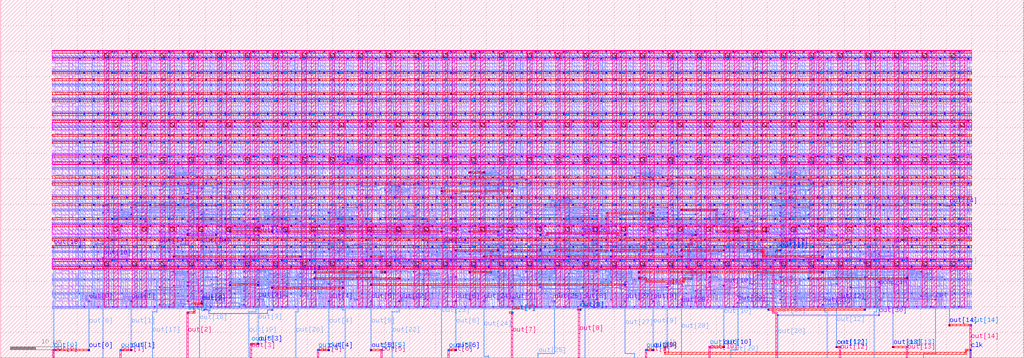
<source format=lef>
VERSION 5.8 ;
BUSBITCHARS "[]" ;
DIVIDERCHAR "/" ;

MACRO DigitalLDOLogic
  CLASS BLOCK ;
  ORIGIN 0 0 ;
  FOREIGN DigitalLDOLogic 0 0 ;
  SIZE 200.1 BY 70.04 ;
  SYMMETRY X Y ;
  PIN clk
    DIRECTION INPUT ;
    USE CLOCK ;
    PORT
      LAYER li1 ;
        RECT 129.45 13.475 131.23 13.855 ;
        RECT 120.865 13.475 122.675 13.855 ;
      LAYER met1 ;
        RECT 130.25 13.64 130.57 13.9 ;
        RECT 129.805 13.655 130.57 13.885 ;
        RECT 121.985 13.7 130.57 13.84 ;
        RECT 121.985 13.655 122.735 13.885 ;
      LAYER met3 ;
        RECT 189.585 1.325 189.915 1.655 ;
        RECT 188.68 1.34 189.915 1.64 ;
        RECT 188.68 0.73 188.98 1.64 ;
        RECT 129.8 0.73 188.98 1.03 ;
        RECT 129.785 1.935 130.115 2.265 ;
        RECT 129.8 0.73 130.1 2.265 ;
      LAYER met2 ;
        RECT 189.61 1.305 189.89 1.675 ;
        RECT 189.68 0 189.82 1.675 ;
        RECT 130.28 13.61 130.54 13.93 ;
        RECT 130.34 2.03 130.48 13.93 ;
        RECT 129.81 2.03 130.48 2.17 ;
        RECT 129.81 1.915 130.09 2.285 ;
      LAYER via ;
        RECT 130.335 13.695 130.485 13.845 ;
      LAYER via2 ;
        RECT 129.85 2 130.05 2.2 ;
        RECT 189.65 1.39 189.85 1.59 ;
      LAYER mcon ;
        RECT 122.045 13.685 122.215 13.855 ;
        RECT 122.505 13.685 122.675 13.855 ;
        RECT 129.865 13.685 130.035 13.855 ;
        RECT 130.325 13.685 130.495 13.855 ;
    END
  END clk
  PIN comp_in
    DIRECTION INPUT ;
    USE SIGNAL ;
    PORT
      LAYER li1 ;
        RECT 170.765 13.565 171.105 13.935 ;
        RECT 148.225 22.135 148.555 22.385 ;
        RECT 142.225 22.105 142.58 22.475 ;
      LAYER met1 ;
        RECT 171.65 13.64 171.97 13.9 ;
        RECT 166.13 13.7 171.97 13.84 ;
        RECT 170.745 13.655 171.035 13.885 ;
        RECT 166.13 13.64 166.45 13.9 ;
        RECT 166.13 22.48 166.45 22.74 ;
        RECT 165.3 22.54 166.45 22.68 ;
        RECT 165.3 22.2 165.44 22.68 ;
        RECT 155.18 22.2 165.44 22.34 ;
        RECT 148.28 22.54 155.32 22.68 ;
        RECT 155.18 22.2 155.32 22.68 ;
        RECT 148.205 22.155 148.495 22.385 ;
        RECT 148.28 22.155 148.42 22.68 ;
        RECT 147.36 22.2 148.495 22.34 ;
        RECT 144.6 22.37 147.5 22.51 ;
        RECT 147.36 22.2 147.5 22.51 ;
        RECT 143.68 22.54 144.74 22.68 ;
        RECT 144.6 22.37 144.74 22.68 ;
        RECT 143.68 22.2 143.82 22.68 ;
        RECT 142.225 22.2 143.82 22.34 ;
        RECT 142.225 22.155 142.515 22.385 ;
      LAYER met2 ;
        RECT 171.68 13.61 171.94 13.93 ;
        RECT 171.74 13.02 171.88 13.93 ;
        RECT 171.28 13.02 171.88 13.16 ;
        RECT 171.28 8.94 171.42 13.16 ;
        RECT 170.82 8.94 171.42 9.08 ;
        RECT 170.82 0 170.96 9.08 ;
        RECT 166.16 22.45 166.42 22.77 ;
        RECT 166.16 13.61 166.42 13.93 ;
        RECT 166.22 13.61 166.36 22.77 ;
      LAYER via ;
        RECT 166.215 22.535 166.365 22.685 ;
        RECT 166.215 13.695 166.365 13.845 ;
        RECT 171.735 13.695 171.885 13.845 ;
      LAYER mcon ;
        RECT 142.285 22.185 142.455 22.355 ;
        RECT 148.265 22.185 148.435 22.355 ;
        RECT 170.805 13.685 170.975 13.855 ;
    END
  END comp_in
  PIN out[15]
    DIRECTION OUTPUT ;
    USE SIGNAL ;
    PORT
      LAYER li1 ;
        RECT 21.855 20.995 22.025 23.205 ;
        RECT 19.335 22.555 22.025 22.725 ;
        RECT 21.77 21.845 22.025 22.725 ;
        RECT 19.335 21.845 22.025 22.015 ;
        RECT 21.015 22.555 21.185 23.205 ;
        RECT 21.015 20.995 21.185 22.015 ;
        RECT 20.175 22.555 20.345 23.205 ;
        RECT 20.175 20.995 20.345 22.015 ;
        RECT 19.335 22.555 19.505 23.205 ;
        RECT 19.335 20.995 19.505 22.015 ;
      LAYER met1 ;
        RECT 19.405 21.815 19.695 22.045 ;
        RECT 10.28 21.86 19.695 22 ;
        RECT 10.19 21.46 10.51 21.72 ;
        RECT 10.28 21.46 10.42 22 ;
      LAYER met2 ;
        RECT 10.22 21.43 10.48 21.75 ;
        RECT 10.28 0 10.42 21.75 ;
      LAYER via ;
        RECT 10.275 21.515 10.425 21.665 ;
      LAYER mcon ;
        RECT 19.465 21.845 19.635 22.015 ;
    END
  END out[15]
  PIN out[16]
    DIRECTION OUTPUT ;
    USE SIGNAL ;
    PORT
      LAYER li1 ;
        RECT 24.615 18.275 24.785 20.485 ;
        RECT 22.095 19.465 24.785 19.635 ;
        RECT 24.53 18.755 24.785 19.635 ;
        RECT 22.095 18.755 24.785 18.925 ;
        RECT 23.775 19.465 23.945 20.485 ;
        RECT 23.775 18.275 23.945 18.925 ;
        RECT 22.935 19.465 23.105 20.485 ;
        RECT 22.935 18.275 23.105 18.925 ;
        RECT 22.095 19.465 22.265 20.485 ;
        RECT 22.095 18.275 22.265 18.925 ;
      LAYER met1 ;
        RECT 22.165 19.435 22.455 19.665 ;
        RECT 19.85 19.48 22.455 19.62 ;
        RECT 19.85 19.42 20.17 19.68 ;
      LAYER met2 ;
        RECT 19.88 19.39 20.14 19.71 ;
        RECT 19.94 0 20.08 19.71 ;
      LAYER via ;
        RECT 19.935 19.475 20.085 19.625 ;
      LAYER mcon ;
        RECT 22.225 19.465 22.395 19.635 ;
    END
  END out[16]
  PIN out[17]
    DIRECTION OUTPUT ;
    USE SIGNAL ;
    PORT
      LAYER li1 ;
        RECT 33.395 22.555 33.565 23.205 ;
        RECT 30.875 21.845 33.565 22.015 ;
        RECT 33.395 20.995 33.565 22.015 ;
        RECT 30.875 22.555 33.565 22.725 ;
        RECT 32.555 22.555 32.725 23.205 ;
        RECT 32.555 20.995 32.725 22.015 ;
        RECT 31.715 22.555 31.885 23.205 ;
        RECT 31.715 20.995 31.885 22.015 ;
        RECT 30.875 21.845 31.13 22.725 ;
        RECT 30.875 20.995 31.045 23.205 ;
      LAYER met1 ;
        RECT 30.89 21.8 31.21 22.06 ;
      LAYER met2 ;
        RECT 30.92 21.77 31.18 22.09 ;
        RECT 30.52 21.86 31.18 22 ;
        RECT 30.52 20.84 30.89 20.98 ;
        RECT 30.75 14.72 30.89 20.98 ;
        RECT 30.52 14.72 30.89 14.86 ;
        RECT 30.52 20.84 30.66 22 ;
        RECT 30.52 8.94 30.66 14.86 ;
        RECT 29.6 8.94 30.66 9.08 ;
        RECT 29.6 0 29.74 9.08 ;
      LAYER via ;
        RECT 30.975 21.855 31.125 22.005 ;
      LAYER mcon ;
        RECT 30.965 21.845 31.135 22.015 ;
    END
  END out[17]
  PIN out[18]
    DIRECTION OUTPUT ;
    USE SIGNAL ;
    PORT
      LAYER li1 ;
        RECT 41.675 22.555 41.845 23.205 ;
        RECT 39.155 21.845 41.845 22.015 ;
        RECT 41.675 20.995 41.845 22.015 ;
        RECT 39.155 22.555 41.845 22.725 ;
        RECT 40.835 22.555 41.005 23.205 ;
        RECT 40.835 20.995 41.005 22.015 ;
        RECT 39.995 22.555 40.165 23.205 ;
        RECT 39.995 20.995 40.165 22.015 ;
        RECT 39.155 21.845 39.41 22.725 ;
        RECT 39.155 20.995 39.325 23.205 ;
      LAYER met1 ;
        RECT 39.17 21.8 39.49 22.06 ;
      LAYER met2 ;
        RECT 39.2 21.77 39.46 22.09 ;
        RECT 39.26 20.84 39.4 22.09 ;
        RECT 39.03 20.84 39.4 20.98 ;
        RECT 39.03 13.7 39.17 20.98 ;
        RECT 38.8 13.7 39.17 13.84 ;
        RECT 38.8 0 38.94 13.84 ;
      LAYER via ;
        RECT 39.255 21.855 39.405 22.005 ;
      LAYER mcon ;
        RECT 39.245 21.845 39.415 22.015 ;
    END
  END out[18]
  PIN out[19]
    DIRECTION OUTPUT ;
    USE SIGNAL ;
    PORT
      LAYER li1 ;
        RECT 48.575 24.905 48.745 25.925 ;
        RECT 46.055 24.195 48.745 24.365 ;
        RECT 48.575 23.715 48.745 24.365 ;
        RECT 46.055 24.905 48.745 25.075 ;
        RECT 47.735 24.905 47.905 25.925 ;
        RECT 47.735 23.715 47.905 24.365 ;
        RECT 46.895 24.905 47.065 25.925 ;
        RECT 46.895 23.715 47.065 24.365 ;
        RECT 46.055 24.565 46.315 24.735 ;
        RECT 46.055 24.195 46.31 25.075 ;
        RECT 46.055 23.715 46.225 25.925 ;
      LAYER met1 ;
        RECT 50.21 23.84 50.53 24.1 ;
        RECT 48 23.9 50.53 24.04 ;
        RECT 47.08 24.24 48.14 24.38 ;
        RECT 48 23.9 48.14 24.38 ;
        RECT 46.085 24.58 47.22 24.72 ;
        RECT 47.08 24.24 47.22 24.72 ;
        RECT 46.085 24.535 46.375 24.765 ;
      LAYER met2 ;
        RECT 50.24 23.81 50.5 24.13 ;
        RECT 50.3 17.78 50.44 24.13 ;
        RECT 49.84 17.78 50.44 17.92 ;
        RECT 49.84 8.94 49.98 17.92 ;
        RECT 48.46 8.94 49.98 9.08 ;
        RECT 48.46 0 48.6 9.08 ;
      LAYER via ;
        RECT 50.295 23.895 50.445 24.045 ;
      LAYER mcon ;
        RECT 46.145 24.565 46.315 24.735 ;
    END
  END out[19]
  PIN out[20]
    DIRECTION OUTPUT ;
    USE SIGNAL ;
    PORT
      LAYER li1 ;
        RECT 64.215 17.115 64.385 17.765 ;
        RECT 61.695 16.405 64.385 16.575 ;
        RECT 64.215 15.555 64.385 16.575 ;
        RECT 61.695 17.115 64.385 17.285 ;
        RECT 63.375 17.115 63.545 17.765 ;
        RECT 63.375 15.555 63.545 16.575 ;
        RECT 62.535 17.115 62.705 17.765 ;
        RECT 62.535 15.555 62.705 16.575 ;
        RECT 61.695 16.405 61.95 17.285 ;
        RECT 61.695 15.555 61.865 17.765 ;
      LAYER met1 ;
        RECT 61.725 16.375 62.015 16.605 ;
        RECT 58.49 16.42 62.015 16.56 ;
        RECT 58.49 16.36 58.81 16.62 ;
      LAYER met2 ;
        RECT 58.52 16.33 58.78 16.65 ;
        RECT 58.12 16.42 58.78 16.56 ;
        RECT 58.12 8.94 58.26 16.56 ;
        RECT 57.66 8.94 58.26 9.08 ;
        RECT 57.66 0 57.8 9.08 ;
      LAYER via ;
        RECT 58.575 16.415 58.725 16.565 ;
      LAYER mcon ;
        RECT 61.785 16.405 61.955 16.575 ;
    END
  END out[20]
  PIN out[21]
    DIRECTION OUTPUT ;
    USE SIGNAL ;
    PORT
      LAYER li1 ;
        RECT 70.155 37.315 70.325 39.525 ;
        RECT 67.635 38.875 70.325 39.045 ;
        RECT 70.07 38.165 70.325 39.045 ;
        RECT 67.635 38.165 70.325 38.335 ;
        RECT 69.315 38.875 69.485 39.525 ;
        RECT 69.315 37.315 69.485 38.335 ;
        RECT 68.475 38.875 68.645 39.525 ;
        RECT 68.475 37.315 68.645 38.335 ;
        RECT 67.635 38.875 67.805 39.525 ;
        RECT 67.635 37.315 67.805 38.335 ;
      LAYER met1 ;
        RECT 67.705 38.135 67.995 38.365 ;
        RECT 67.78 37.84 67.92 38.365 ;
        RECT 66.77 37.84 67.92 37.98 ;
        RECT 66.77 37.78 67.09 38.04 ;
      LAYER met2 ;
        RECT 66.86 31.38 67.46 31.52 ;
        RECT 67.32 12.68 67.46 31.52 ;
        RECT 66.86 9.28 67.46 9.42 ;
        RECT 67.32 0 67.46 9.42 ;
        RECT 66.86 12.68 67.46 12.82 ;
        RECT 66.8 37.75 67.06 38.07 ;
        RECT 66.86 31.38 67 38.07 ;
        RECT 66.86 9.28 67 12.82 ;
      LAYER via ;
        RECT 66.855 37.835 67.005 37.985 ;
      LAYER mcon ;
        RECT 67.765 38.165 67.935 38.335 ;
    END
  END out[21]
  PIN out[22]
    DIRECTION OUTPUT ;
    USE SIGNAL ;
    PORT
      LAYER li1 ;
        RECT 81.655 10.115 81.825 12.325 ;
        RECT 79.135 11.675 81.825 11.845 ;
        RECT 81.57 10.965 81.825 11.845 ;
        RECT 79.135 10.965 81.825 11.135 ;
        RECT 80.815 11.675 80.985 12.325 ;
        RECT 80.815 10.115 80.985 11.135 ;
        RECT 79.975 11.675 80.145 12.325 ;
        RECT 79.975 10.115 80.145 11.135 ;
        RECT 79.135 11.675 79.305 12.325 ;
        RECT 79.135 10.115 79.305 11.135 ;
      LAYER met1 ;
        RECT 79.205 10.935 79.495 11.165 ;
        RECT 77.81 10.98 79.495 11.12 ;
        RECT 77.81 10.92 78.13 11.18 ;
      LAYER met2 ;
        RECT 77.84 10.89 78.1 11.21 ;
        RECT 77.9 8.94 78.04 11.21 ;
        RECT 76.52 8.94 78.04 9.08 ;
        RECT 76.52 0 76.66 9.08 ;
      LAYER via ;
        RECT 77.895 10.975 78.045 11.125 ;
      LAYER mcon ;
        RECT 79.265 10.965 79.435 11.135 ;
    END
  END out[22]
  PIN out[23]
    DIRECTION OUTPUT ;
    USE SIGNAL ;
    PORT
      LAYER li1 ;
        RECT 85.835 22.555 86.005 23.205 ;
        RECT 83.315 21.845 86.005 22.015 ;
        RECT 85.835 20.995 86.005 22.015 ;
        RECT 83.315 22.555 86.005 22.725 ;
        RECT 84.995 22.555 85.165 23.205 ;
        RECT 84.995 20.995 85.165 22.015 ;
        RECT 84.155 22.555 84.325 23.205 ;
        RECT 84.155 20.995 84.325 22.015 ;
        RECT 83.315 21.845 83.57 22.725 ;
        RECT 83.315 20.995 83.485 23.205 ;
      LAYER met1 ;
        RECT 86.09 21.8 86.41 22.06 ;
        RECT 85.645 21.86 86.41 22 ;
        RECT 85.645 21.815 85.935 22.045 ;
      LAYER met2 ;
        RECT 86.18 20.5 86.78 20.64 ;
        RECT 86.64 16.42 86.78 20.64 ;
        RECT 86.18 16.42 86.78 16.56 ;
        RECT 86.12 21.77 86.38 22.09 ;
        RECT 86.18 20.5 86.32 22.09 ;
        RECT 86.18 0 86.32 16.56 ;
      LAYER via ;
        RECT 86.175 21.855 86.325 22.005 ;
      LAYER mcon ;
        RECT 85.705 21.845 85.875 22.015 ;
    END
  END out[23]
  PIN out[24]
    DIRECTION OUTPUT ;
    USE SIGNAL ;
    PORT
      LAYER li1 ;
        RECT 94.995 10.115 95.165 12.325 ;
        RECT 92.475 11.675 95.165 11.845 ;
        RECT 94.91 10.965 95.165 11.845 ;
        RECT 92.475 10.965 95.165 11.135 ;
        RECT 94.155 11.675 94.325 12.325 ;
        RECT 94.155 10.115 94.325 11.135 ;
        RECT 93.315 11.675 93.485 12.325 ;
        RECT 93.315 10.115 93.485 11.135 ;
        RECT 92.475 11.675 92.645 12.325 ;
        RECT 92.475 10.115 92.645 11.135 ;
      LAYER met1 ;
        RECT 94.37 10.92 94.69 11.18 ;
      LAYER met2 ;
        RECT 95.38 0 95.52 0.485 ;
        RECT 94.46 0.17 95.52 0.31 ;
        RECT 94.4 10.89 94.66 11.21 ;
        RECT 94.46 0.17 94.6 11.21 ;
      LAYER via ;
        RECT 94.455 10.975 94.605 11.125 ;
      LAYER mcon ;
        RECT 94.445 10.965 94.615 11.135 ;
    END
  END out[24]
  PIN out[25]
    DIRECTION OUTPUT ;
    USE SIGNAL ;
    PORT
      LAYER li1 ;
        RECT 107.875 10.115 108.045 12.325 ;
        RECT 105.355 11.675 108.045 11.845 ;
        RECT 107.79 10.965 108.045 11.845 ;
        RECT 105.355 10.965 108.045 11.135 ;
        RECT 107.035 11.675 107.205 12.325 ;
        RECT 107.035 10.115 107.205 11.135 ;
        RECT 106.195 11.675 106.365 12.325 ;
        RECT 106.195 10.115 106.365 11.135 ;
        RECT 105.355 11.675 105.525 12.325 ;
        RECT 105.355 10.115 105.525 11.135 ;
      LAYER met1 ;
        RECT 108.17 10.92 108.49 11.18 ;
        RECT 107.725 10.98 108.49 11.12 ;
        RECT 107.725 10.935 108.015 11.165 ;
      LAYER met2 ;
        RECT 108.2 10.89 108.46 11.21 ;
        RECT 108.26 0.78 108.4 11.21 ;
        RECT 105.04 0.78 108.4 0.92 ;
        RECT 105.04 0 105.18 0.92 ;
      LAYER via ;
        RECT 108.255 10.975 108.405 11.125 ;
      LAYER mcon ;
        RECT 107.785 10.965 107.955 11.135 ;
    END
  END out[25]
  PIN out[26]
    DIRECTION OUTPUT ;
    USE SIGNAL ;
    PORT
      LAYER li1 ;
        RECT 116.615 23.715 116.785 25.925 ;
        RECT 114.095 24.905 116.785 25.075 ;
        RECT 116.53 24.195 116.785 25.075 ;
        RECT 114.095 24.195 116.785 24.365 ;
        RECT 115.775 24.905 115.945 25.925 ;
        RECT 115.775 23.715 115.945 24.365 ;
        RECT 114.935 24.905 115.105 25.925 ;
        RECT 114.935 23.715 115.105 24.365 ;
        RECT 114.095 24.905 114.265 25.925 ;
        RECT 114.095 23.715 114.265 24.365 ;
      LAYER met1 ;
        RECT 114.165 24.875 114.455 25.105 ;
        RECT 114.24 23.9 114.38 25.105 ;
        RECT 113.69 23.9 114.38 24.04 ;
        RECT 113.69 23.84 114.01 24.1 ;
      LAYER met2 ;
        RECT 113.72 23.9 114.38 24.04 ;
        RECT 114.24 0 114.38 24.04 ;
        RECT 113.72 23.81 113.98 24.13 ;
      LAYER via ;
        RECT 113.775 23.895 113.925 24.045 ;
      LAYER mcon ;
        RECT 114.225 24.905 114.395 25.075 ;
    END
  END out[26]
  PIN out[27]
    DIRECTION OUTPUT ;
    USE SIGNAL ;
    PORT
      LAYER li1 ;
        RECT 122.595 10.115 122.765 12.325 ;
        RECT 120.075 11.675 122.765 11.845 ;
        RECT 122.51 10.965 122.765 11.845 ;
        RECT 120.075 10.965 122.765 11.135 ;
        RECT 121.755 11.675 121.925 12.325 ;
        RECT 121.755 10.115 121.925 11.135 ;
        RECT 120.915 11.675 121.085 12.325 ;
        RECT 120.915 10.115 121.085 11.135 ;
        RECT 120.075 11.675 120.245 12.325 ;
        RECT 120.075 10.115 120.245 11.135 ;
      LAYER met1 ;
        RECT 121.97 10.92 122.29 11.18 ;
      LAYER met2 ;
        RECT 122.06 0.78 124.04 0.92 ;
        RECT 123.9 0 124.04 0.92 ;
        RECT 122 10.89 122.26 11.21 ;
        RECT 122.06 0.78 122.2 11.21 ;
      LAYER via ;
        RECT 122.055 10.975 122.205 11.125 ;
      LAYER mcon ;
        RECT 122.045 10.965 122.215 11.135 ;
    END
  END out[27]
  PIN out[28]
    DIRECTION OUTPUT ;
    USE SIGNAL ;
    PORT
      LAYER li1 ;
        RECT 137.315 10.115 137.485 12.325 ;
        RECT 134.795 11.675 137.485 11.845 ;
        RECT 137.23 10.965 137.485 11.845 ;
        RECT 134.795 10.965 137.485 11.135 ;
        RECT 136.475 11.675 136.645 12.325 ;
        RECT 136.475 10.115 136.645 11.135 ;
        RECT 135.635 11.675 135.805 12.325 ;
        RECT 135.635 10.115 135.805 11.135 ;
        RECT 134.795 11.675 134.965 12.325 ;
        RECT 134.795 10.115 134.965 11.135 ;
      LAYER met1 ;
        RECT 134.865 10.935 135.155 11.165 ;
        RECT 133.1 10.98 135.155 11.12 ;
        RECT 133.01 10.24 133.33 10.5 ;
        RECT 133.1 10.24 133.24 11.12 ;
      LAYER met2 ;
        RECT 133.04 10.21 133.3 10.53 ;
        RECT 133.1 0 133.24 10.53 ;
      LAYER via ;
        RECT 133.095 10.295 133.245 10.445 ;
      LAYER mcon ;
        RECT 134.925 10.965 135.095 11.135 ;
    END
  END out[28]
  PIN out[29]
    DIRECTION OUTPUT ;
    USE SIGNAL ;
    PORT
      LAYER li1 ;
        RECT 157.555 10.115 157.725 12.325 ;
        RECT 155.035 11.675 157.725 11.845 ;
        RECT 157.47 10.965 157.725 11.845 ;
        RECT 155.035 10.965 157.725 11.135 ;
        RECT 156.715 11.675 156.885 12.325 ;
        RECT 156.715 10.115 156.885 11.135 ;
        RECT 155.875 11.675 156.045 12.325 ;
        RECT 155.875 10.115 156.045 11.135 ;
        RECT 155.035 11.675 155.205 12.325 ;
        RECT 155.035 10.115 155.205 11.135 ;
      LAYER met1 ;
        RECT 155.565 10.935 155.855 11.165 ;
        RECT 155.64 10.64 155.78 11.165 ;
        RECT 151.5 10.64 155.78 10.78 ;
        RECT 145.06 10.98 151.64 11.12 ;
        RECT 151.5 10.64 151.64 11.12 ;
        RECT 145.06 10.64 145.2 11.12 ;
        RECT 144.05 10.64 145.2 10.78 ;
        RECT 144.05 10.58 144.37 10.84 ;
      LAYER met2 ;
        RECT 144.08 10.55 144.34 10.87 ;
        RECT 144.14 1.46 144.28 10.87 ;
        RECT 142.76 1.46 144.28 1.6 ;
        RECT 142.76 0 142.9 1.6 ;
      LAYER via ;
        RECT 144.135 10.635 144.285 10.785 ;
      LAYER mcon ;
        RECT 155.625 10.965 155.795 11.135 ;
    END
  END out[29]
  PIN out[30]
    DIRECTION OUTPUT ;
    USE SIGNAL ;
    PORT
      LAYER li1 ;
        RECT 172.275 10.115 172.445 12.325 ;
        RECT 169.755 11.675 172.445 11.845 ;
        RECT 172.19 10.965 172.445 11.845 ;
        RECT 172.185 11.305 172.445 11.475 ;
        RECT 169.755 10.965 172.445 11.135 ;
        RECT 171.435 11.675 171.605 12.325 ;
        RECT 171.435 10.115 171.605 11.135 ;
        RECT 170.595 11.675 170.765 12.325 ;
        RECT 170.595 10.115 170.765 11.135 ;
        RECT 169.755 11.675 169.925 12.325 ;
        RECT 169.755 10.115 169.925 11.135 ;
      LAYER met1 ;
        RECT 172.125 11.275 172.415 11.505 ;
        RECT 171.65 11.32 172.415 11.46 ;
        RECT 171.65 11.26 171.97 11.52 ;
        RECT 171.65 8.2 171.97 8.46 ;
        RECT 151.87 8.26 171.97 8.4 ;
        RECT 151.87 8.2 152.19 8.46 ;
      LAYER met2 ;
        RECT 171.68 11.23 171.94 11.55 ;
        RECT 171.68 8.17 171.94 8.49 ;
        RECT 171.74 8.17 171.88 11.55 ;
        RECT 151.9 8.17 152.16 8.49 ;
        RECT 151.96 0 152.1 8.49 ;
      LAYER via ;
        RECT 151.955 8.255 152.105 8.405 ;
        RECT 171.735 11.315 171.885 11.465 ;
        RECT 171.735 8.255 171.885 8.405 ;
      LAYER mcon ;
        RECT 172.185 11.305 172.355 11.475 ;
    END
  END out[30]
  PIN out[31]
    DIRECTION OUTPUT ;
    USE SIGNAL ;
    PORT
      LAYER li1 ;
        RECT 181.475 10.115 181.645 12.325 ;
        RECT 178.955 11.675 181.645 11.845 ;
        RECT 181.39 10.965 181.645 11.845 ;
        RECT 178.955 10.965 181.645 11.135 ;
        RECT 180.635 11.675 180.805 12.325 ;
        RECT 180.635 10.115 180.805 11.135 ;
        RECT 179.795 11.675 179.965 12.325 ;
        RECT 179.795 10.115 179.965 11.135 ;
        RECT 178.955 11.675 179.125 12.325 ;
        RECT 178.955 10.115 179.125 11.135 ;
      LAYER met1 ;
        RECT 179.025 10.935 179.315 11.165 ;
        RECT 164.84 10.98 179.315 11.12 ;
        RECT 164.84 10.47 164.98 11.12 ;
        RECT 161.62 10.47 164.98 10.61 ;
        RECT 161.62 10.3 161.76 10.61 ;
        RECT 160.61 10.3 161.76 10.44 ;
        RECT 160.61 10.24 160.93 10.5 ;
      LAYER met2 ;
        RECT 161.16 8.94 161.76 9.08 ;
        RECT 161.62 0 161.76 9.08 ;
        RECT 160.64 10.3 161.3 10.44 ;
        RECT 161.16 8.94 161.3 10.44 ;
        RECT 160.64 10.21 160.9 10.53 ;
      LAYER via ;
        RECT 160.695 10.295 160.845 10.445 ;
      LAYER mcon ;
        RECT 179.085 10.965 179.255 11.135 ;
    END
  END out[31]
  PIN rst
    DIRECTION INPUT ;
    USE SIGNAL ;
    PORT
      LAYER li1 ;
        RECT 182.725 11.225 183.065 11.595 ;
        RECT 144.065 22.105 144.42 22.475 ;
      LAYER met1 ;
        RECT 182.69 11.26 183.01 11.52 ;
        RECT 178.64 11.32 183.01 11.46 ;
        RECT 162.54 11.66 178.78 11.8 ;
        RECT 178.64 11.32 178.78 11.8 ;
        RECT 159.32 11.83 162.68 11.97 ;
        RECT 162.54 11.66 162.68 11.97 ;
        RECT 159.32 11.66 159.46 11.97 ;
        RECT 157.02 11.66 159.46 11.8 ;
        RECT 152.88 11.83 157.16 11.97 ;
        RECT 157.02 11.66 157.16 11.97 ;
        RECT 151.5 12 153.02 12.14 ;
        RECT 152.88 11.83 153.02 12.14 ;
        RECT 151.5 11.66 151.64 12.14 ;
        RECT 145.06 11.66 151.64 11.8 ;
        RECT 144.05 12 145.2 12.14 ;
        RECT 145.06 11.66 145.2 12.14 ;
        RECT 144.05 11.94 144.37 12.2 ;
        RECT 144.05 22.14 144.37 22.4 ;
      LAYER met2 ;
        RECT 182.72 11.23 182.98 11.55 ;
        RECT 182.78 0.78 182.92 11.55 ;
        RECT 180.48 0.78 182.92 0.92 ;
        RECT 180.48 0 180.62 0.92 ;
        RECT 144.08 22.11 144.34 22.43 ;
        RECT 144.08 11.91 144.34 12.23 ;
        RECT 144.14 11.91 144.28 22.43 ;
      LAYER via ;
        RECT 144.135 22.195 144.285 22.345 ;
        RECT 144.135 11.995 144.285 12.145 ;
        RECT 182.775 11.315 182.925 11.465 ;
      LAYER mcon ;
        RECT 144.125 22.185 144.295 22.355 ;
        RECT 182.765 11.305 182.935 11.475 ;
    END
  END rst
  PIN out[0]
    DIRECTION OUTPUT ;
    USE SIGNAL ;
    PORT
      LAYER met4 ;
        RECT 10.185 1.325 10.515 1.655 ;
        RECT 10.2 0 10.5 1.655 ;
      LAYER li1 ;
        RECT 20.015 10.115 20.185 12.325 ;
        RECT 17.495 11.675 20.185 11.845 ;
        RECT 19.93 10.965 20.185 11.845 ;
        RECT 17.495 10.965 20.185 11.135 ;
        RECT 19.175 11.675 19.345 12.325 ;
        RECT 19.175 10.115 19.345 11.135 ;
        RECT 18.335 11.675 18.505 12.325 ;
        RECT 18.335 10.115 18.505 11.135 ;
        RECT 17.495 11.675 17.665 12.325 ;
        RECT 17.495 10.115 17.665 11.135 ;
      LAYER met1 ;
        RECT 17.565 10.935 17.855 11.165 ;
        RECT 17.09 10.98 17.855 11.12 ;
        RECT 17.09 10.92 17.41 11.18 ;
      LAYER met3 ;
        RECT 17.085 1.325 17.415 1.655 ;
        RECT 10.16 1.34 17.415 1.64 ;
        RECT 10.16 1.33 10.54 1.65 ;
      LAYER met2 ;
        RECT 17.11 1.305 17.39 1.675 ;
        RECT 17.12 10.89 17.38 11.21 ;
        RECT 17.18 1.305 17.32 11.21 ;
      LAYER via ;
        RECT 17.175 10.975 17.325 11.125 ;
      LAYER via2 ;
        RECT 17.15 1.39 17.35 1.59 ;
      LAYER mcon ;
        RECT 17.625 10.965 17.795 11.135 ;
      LAYER via3 ;
        RECT 10.25 1.39 10.45 1.59 ;
    END
  END out[0]
  PIN out[10]
    DIRECTION OUTPUT ;
    USE SIGNAL ;
    PORT
      LAYER met4 ;
        RECT 138.525 1.935 138.855 2.265 ;
        RECT 138.54 0 138.84 2.265 ;
      LAYER li1 ;
        RECT 142.835 12.835 143.005 15.045 ;
        RECT 140.315 14.025 143.005 14.195 ;
        RECT 142.75 13.315 143.005 14.195 ;
        RECT 140.315 13.315 143.005 13.485 ;
        RECT 141.995 14.025 142.165 15.045 ;
        RECT 141.995 12.835 142.165 13.485 ;
        RECT 141.155 14.025 141.325 15.045 ;
        RECT 141.155 12.835 141.325 13.485 ;
        RECT 140.315 14.025 140.485 15.045 ;
        RECT 140.315 12.835 140.485 13.485 ;
      LAYER met1 ;
        RECT 141.29 13.98 141.61 14.24 ;
      LAYER met3 ;
        RECT 141.285 1.935 141.615 2.265 ;
        RECT 138.5 1.95 141.615 2.25 ;
        RECT 138.5 1.94 138.88 2.26 ;
      LAYER met2 ;
        RECT 141.31 1.915 141.59 2.285 ;
        RECT 141.32 13.95 141.58 14.27 ;
        RECT 141.38 1.915 141.52 14.27 ;
      LAYER via ;
        RECT 141.375 14.035 141.525 14.185 ;
      LAYER via2 ;
        RECT 141.35 2 141.55 2.2 ;
      LAYER mcon ;
        RECT 141.365 14.025 141.535 14.195 ;
      LAYER via3 ;
        RECT 138.59 2 138.79 2.2 ;
    END
  END out[10]
  PIN out[11]
    DIRECTION OUTPUT ;
    USE SIGNAL ;
    PORT
      LAYER met4 ;
        RECT 151.635 20.845 151.965 21.175 ;
        RECT 151.65 19.03 151.95 21.175 ;
        RECT 150.96 8.66 151.95 8.96 ;
        RECT 151.65 0 151.95 8.96 ;
        RECT 150.96 19.03 151.95 19.33 ;
        RECT 150.96 8.66 151.26 19.33 ;
      LAYER li1 ;
        RECT 153.455 22.555 153.625 23.205 ;
        RECT 150.935 21.845 153.625 22.015 ;
        RECT 153.455 20.995 153.625 22.015 ;
        RECT 150.935 22.555 153.625 22.725 ;
        RECT 152.615 22.555 152.785 23.205 ;
        RECT 152.615 20.995 152.785 22.015 ;
        RECT 151.775 22.555 151.945 23.205 ;
        RECT 151.775 20.995 151.945 22.015 ;
        RECT 150.935 21.845 151.19 22.725 ;
        RECT 150.935 20.995 151.105 23.205 ;
      LAYER met1 ;
        RECT 152.33 21.8 152.65 22.06 ;
      LAYER met3 ;
        RECT 152.325 20.845 152.655 21.175 ;
        RECT 151.61 20.86 152.655 21.16 ;
        RECT 151.61 20.85 151.99 21.17 ;
      LAYER met2 ;
        RECT 152.35 20.825 152.63 21.195 ;
        RECT 152.36 21.77 152.62 22.09 ;
        RECT 152.42 20.825 152.56 22.09 ;
      LAYER via ;
        RECT 152.415 21.855 152.565 22.005 ;
      LAYER via2 ;
        RECT 152.39 20.91 152.59 21.11 ;
      LAYER mcon ;
        RECT 152.405 21.845 152.575 22.015 ;
      LAYER via3 ;
        RECT 151.7 20.91 151.9 21.11 ;
    END
  END out[11]
  PIN out[12]
    DIRECTION OUTPUT ;
    USE SIGNAL ;
    PORT
      LAYER met4 ;
        RECT 164.055 1.935 164.385 2.265 ;
        RECT 164.07 0 164.37 2.265 ;
      LAYER li1 ;
        RECT 166.755 10.115 166.925 12.325 ;
        RECT 164.235 11.675 166.925 11.845 ;
        RECT 166.67 10.965 166.925 11.845 ;
        RECT 164.235 10.965 166.925 11.135 ;
        RECT 165.915 11.675 166.085 12.325 ;
        RECT 165.915 10.115 166.085 11.135 ;
        RECT 165.075 11.675 165.245 12.325 ;
        RECT 165.075 10.115 165.245 11.135 ;
        RECT 164.235 11.675 164.405 12.325 ;
        RECT 164.235 10.115 164.405 11.135 ;
      LAYER met1 ;
        RECT 164.305 10.935 164.595 11.165 ;
        RECT 163.37 10.98 164.595 11.12 ;
        RECT 163.37 10.92 163.69 11.18 ;
      LAYER met3 ;
        RECT 164.03 1.94 164.41 2.26 ;
        RECT 163.365 1.95 164.41 2.25 ;
        RECT 163.365 1.935 163.695 2.265 ;
      LAYER met2 ;
        RECT 163.39 1.915 163.67 2.285 ;
        RECT 163.4 10.89 163.66 11.21 ;
        RECT 163.46 1.915 163.6 11.21 ;
      LAYER via ;
        RECT 163.455 10.975 163.605 11.125 ;
      LAYER via2 ;
        RECT 163.43 2 163.63 2.2 ;
      LAYER mcon ;
        RECT 164.365 10.965 164.535 11.135 ;
      LAYER via3 ;
        RECT 164.12 2 164.32 2.2 ;
    END
  END out[12]
  PIN out[13]
    DIRECTION OUTPUT ;
    USE SIGNAL ;
    PORT
      LAYER met4 ;
        RECT 177.165 1.935 177.495 2.265 ;
        RECT 177.18 0 177.48 2.265 ;
      LAYER li1 ;
        RECT 175.495 20.995 175.665 23.205 ;
        RECT 172.975 22.555 175.665 22.725 ;
        RECT 175.41 21.845 175.665 22.725 ;
        RECT 172.975 21.845 175.665 22.015 ;
        RECT 174.655 22.555 174.825 23.205 ;
        RECT 174.655 20.995 174.825 22.015 ;
        RECT 173.815 22.555 173.985 23.205 ;
        RECT 173.815 20.995 173.985 22.015 ;
        RECT 172.975 22.555 173.145 23.205 ;
        RECT 172.975 20.995 173.145 22.015 ;
      LAYER met1 ;
        RECT 174.41 21.8 174.73 22.06 ;
      LAYER met3 ;
        RECT 177.14 1.94 177.52 2.26 ;
        RECT 174.405 1.95 177.52 2.25 ;
        RECT 174.405 1.935 174.735 2.265 ;
      LAYER met2 ;
        RECT 174.43 1.915 174.71 2.285 ;
        RECT 174.44 21.77 174.7 22.09 ;
        RECT 174.5 1.915 174.64 22.09 ;
      LAYER via ;
        RECT 174.495 21.855 174.645 22.005 ;
      LAYER via2 ;
        RECT 174.47 2 174.67 2.2 ;
      LAYER mcon ;
        RECT 174.485 21.845 174.655 22.015 ;
      LAYER via3 ;
        RECT 177.23 2 177.43 2.2 ;
    END
  END out[13]
  PIN out[14]
    DIRECTION OUTPUT ;
    USE SIGNAL ;
    PORT
      LAYER met4 ;
        RECT 189.585 6.205 189.915 6.535 ;
        RECT 189.6 0 189.9 6.535 ;
      LAYER li1 ;
        RECT 175.495 29.155 175.665 31.365 ;
        RECT 172.975 30.345 175.665 30.515 ;
        RECT 175.41 29.635 175.665 30.515 ;
        RECT 175.405 29.635 175.665 29.835 ;
        RECT 172.975 29.635 175.665 29.805 ;
        RECT 174.655 30.345 174.825 31.365 ;
        RECT 174.655 29.155 174.825 29.805 ;
        RECT 173.815 30.345 173.985 31.365 ;
        RECT 173.815 29.155 173.985 29.805 ;
        RECT 172.975 30.345 173.145 31.365 ;
        RECT 172.975 29.155 173.145 29.805 ;
      LAYER met1 ;
        RECT 185.45 29.62 185.77 29.88 ;
        RECT 184.62 29.68 185.77 29.82 ;
        RECT 176.34 30.02 184.76 30.16 ;
        RECT 184.62 29.68 184.76 30.16 ;
        RECT 176.34 29.68 176.48 30.16 ;
        RECT 175.345 29.68 176.48 29.82 ;
        RECT 175.345 29.635 175.635 29.865 ;
      LAYER met3 ;
        RECT 189.56 6.21 189.94 6.53 ;
        RECT 185.445 6.22 189.94 6.52 ;
        RECT 185.445 6.205 185.775 6.535 ;
      LAYER met2 ;
        RECT 185.47 6.185 185.75 6.555 ;
        RECT 185.48 29.59 185.74 29.91 ;
        RECT 185.54 6.185 185.68 29.91 ;
      LAYER via ;
        RECT 185.535 29.675 185.685 29.825 ;
      LAYER via2 ;
        RECT 185.51 6.27 185.71 6.47 ;
      LAYER mcon ;
        RECT 175.405 29.665 175.575 29.835 ;
      LAYER via3 ;
        RECT 189.65 6.27 189.85 6.47 ;
    END
  END out[14]
  PIN out[1]
    DIRECTION OUTPUT ;
    USE SIGNAL ;
    PORT
      LAYER met4 ;
        RECT 23.295 1.325 23.625 1.655 ;
        RECT 23.31 0 23.61 1.655 ;
      LAYER li1 ;
        RECT 28.295 10.115 28.465 12.325 ;
        RECT 25.775 11.675 28.465 11.845 ;
        RECT 28.21 10.965 28.465 11.845 ;
        RECT 25.775 10.965 28.465 11.135 ;
        RECT 27.455 11.675 27.625 12.325 ;
        RECT 27.455 10.115 27.625 11.135 ;
        RECT 26.615 11.675 26.785 12.325 ;
        RECT 26.615 10.115 26.785 11.135 ;
        RECT 25.775 11.675 25.945 12.325 ;
        RECT 25.775 10.115 25.945 11.135 ;
      LAYER met1 ;
        RECT 25.845 10.935 26.135 11.165 ;
        RECT 25.37 10.98 26.135 11.12 ;
        RECT 25.37 10.92 25.69 11.18 ;
      LAYER met3 ;
        RECT 25.365 1.325 25.695 1.655 ;
        RECT 23.27 1.34 25.695 1.64 ;
        RECT 23.27 1.33 23.65 1.65 ;
      LAYER met2 ;
        RECT 25.39 1.305 25.67 1.675 ;
        RECT 25.4 10.89 25.66 11.21 ;
        RECT 25.46 1.305 25.6 11.21 ;
      LAYER via ;
        RECT 25.455 10.975 25.605 11.125 ;
      LAYER via2 ;
        RECT 25.43 1.39 25.63 1.59 ;
      LAYER mcon ;
        RECT 25.905 10.965 26.075 11.135 ;
      LAYER via3 ;
        RECT 23.36 1.39 23.56 1.59 ;
    END
  END out[1]
  PIN out[2]
    DIRECTION OUTPUT ;
    USE SIGNAL ;
    PORT
      LAYER met4 ;
        RECT 36.405 8.645 36.735 8.975 ;
        RECT 36.42 0 36.72 8.975 ;
      LAYER li1 ;
        RECT 41.175 10.115 41.345 12.325 ;
        RECT 38.655 11.675 41.345 11.845 ;
        RECT 41.09 10.965 41.345 11.845 ;
        RECT 38.655 10.965 41.345 11.135 ;
        RECT 40.335 11.675 40.505 12.325 ;
        RECT 40.335 10.115 40.505 11.135 ;
        RECT 39.495 11.675 39.665 12.325 ;
        RECT 39.495 10.115 39.665 11.135 ;
        RECT 38.655 11.675 38.825 12.325 ;
        RECT 38.655 10.115 38.825 11.135 ;
      LAYER met1 ;
        RECT 39.17 10.92 39.49 11.18 ;
      LAYER met3 ;
        RECT 39.165 10.475 39.495 10.805 ;
        RECT 37.8 10.49 39.495 10.79 ;
        RECT 37.8 8.66 38.1 10.79 ;
        RECT 36.38 8.66 38.1 8.96 ;
        RECT 36.38 8.65 36.76 8.97 ;
      LAYER met2 ;
        RECT 39.19 10.455 39.47 11.21 ;
      LAYER via ;
        RECT 39.255 10.975 39.405 11.125 ;
      LAYER via2 ;
        RECT 39.23 10.54 39.43 10.74 ;
      LAYER mcon ;
        RECT 39.245 10.965 39.415 11.135 ;
      LAYER via3 ;
        RECT 36.47 8.71 36.67 8.91 ;
    END
  END out[2]
  PIN out[3]
    DIRECTION OUTPUT ;
    USE SIGNAL ;
    PORT
      LAYER met4 ;
        RECT 48.825 2.545 49.155 2.875 ;
        RECT 48.84 0 49.14 2.875 ;
      LAYER li1 ;
        RECT 51.295 10.115 51.465 12.325 ;
        RECT 48.775 11.675 51.465 11.845 ;
        RECT 51.21 10.965 51.465 11.845 ;
        RECT 51.205 11.305 51.465 11.475 ;
        RECT 48.775 10.965 51.465 11.135 ;
        RECT 50.455 11.675 50.625 12.325 ;
        RECT 50.455 10.115 50.625 11.135 ;
        RECT 49.615 11.675 49.785 12.325 ;
        RECT 49.615 10.115 49.785 11.135 ;
        RECT 48.775 11.675 48.945 12.325 ;
        RECT 48.775 10.115 48.945 11.135 ;
      LAYER met1 ;
        RECT 51.145 11.275 51.435 11.505 ;
        RECT 50.21 11.32 51.435 11.46 ;
        RECT 50.21 11.26 50.53 11.52 ;
      LAYER met3 ;
        RECT 50.205 2.545 50.535 2.875 ;
        RECT 48.8 2.56 50.535 2.86 ;
        RECT 48.8 2.55 49.18 2.87 ;
      LAYER met2 ;
        RECT 50.23 2.525 50.51 2.895 ;
        RECT 50.24 11.23 50.5 11.55 ;
        RECT 50.3 2.525 50.44 11.55 ;
      LAYER via ;
        RECT 50.295 11.315 50.445 11.465 ;
      LAYER via2 ;
        RECT 50.27 2.61 50.47 2.81 ;
      LAYER mcon ;
        RECT 51.205 11.305 51.375 11.475 ;
      LAYER via3 ;
        RECT 48.89 2.61 49.09 2.81 ;
    END
  END out[3]
  PIN out[4]
    DIRECTION OUTPUT ;
    USE SIGNAL ;
    PORT
      LAYER met4 ;
        RECT 61.935 1.325 62.265 1.655 ;
        RECT 61.95 0 62.25 1.655 ;
      LAYER li1 ;
        RECT 64.635 10.115 64.805 12.325 ;
        RECT 62.115 11.675 64.805 11.845 ;
        RECT 64.55 10.965 64.805 11.845 ;
        RECT 62.115 10.965 64.805 11.135 ;
        RECT 63.795 11.675 63.965 12.325 ;
        RECT 63.795 10.115 63.965 11.135 ;
        RECT 62.955 11.675 63.125 12.325 ;
        RECT 62.955 10.115 63.125 11.135 ;
        RECT 62.115 11.675 62.285 12.325 ;
        RECT 62.115 10.115 62.285 11.135 ;
      LAYER met1 ;
        RECT 64.01 10.92 64.33 11.18 ;
      LAYER met3 ;
        RECT 64.005 1.325 64.335 1.655 ;
        RECT 61.91 1.34 64.335 1.64 ;
        RECT 61.91 1.33 62.29 1.65 ;
      LAYER met2 ;
        RECT 64.03 1.305 64.31 1.675 ;
        RECT 64.04 10.89 64.3 11.21 ;
        RECT 64.1 1.305 64.24 11.21 ;
      LAYER via ;
        RECT 64.095 10.975 64.245 11.125 ;
      LAYER via2 ;
        RECT 64.07 1.39 64.27 1.59 ;
      LAYER mcon ;
        RECT 64.085 10.965 64.255 11.135 ;
      LAYER via3 ;
        RECT 62 1.39 62.2 1.59 ;
    END
  END out[4]
  PIN out[5]
    DIRECTION OUTPUT ;
    USE SIGNAL ;
    PORT
      LAYER met4 ;
        RECT 74.355 1.325 74.685 1.655 ;
        RECT 74.37 0 74.67 1.655 ;
      LAYER li1 ;
        RECT 72.455 10.115 72.625 12.325 ;
        RECT 69.935 11.675 72.625 11.845 ;
        RECT 72.37 10.965 72.625 11.845 ;
        RECT 69.935 10.965 72.625 11.135 ;
        RECT 71.615 11.675 71.785 12.325 ;
        RECT 71.615 10.115 71.785 11.135 ;
        RECT 70.775 11.675 70.945 12.325 ;
        RECT 70.775 10.115 70.945 11.135 ;
        RECT 69.935 11.675 70.105 12.325 ;
        RECT 69.935 10.115 70.105 11.135 ;
      LAYER met1 ;
        RECT 72.29 10.92 72.61 11.18 ;
      LAYER met3 ;
        RECT 74.33 1.33 74.71 1.65 ;
        RECT 72.285 1.34 74.71 1.64 ;
        RECT 72.285 1.325 72.615 1.655 ;
      LAYER met2 ;
        RECT 72.31 1.305 72.59 1.675 ;
        RECT 72.32 10.89 72.58 11.21 ;
        RECT 72.38 1.305 72.52 11.21 ;
      LAYER via ;
        RECT 72.375 10.975 72.525 11.125 ;
      LAYER via2 ;
        RECT 72.35 1.39 72.55 1.59 ;
      LAYER mcon ;
        RECT 72.365 10.965 72.535 11.135 ;
      LAYER via3 ;
        RECT 74.42 1.39 74.62 1.59 ;
    END
  END out[5]
  PIN out[6]
    DIRECTION OUTPUT ;
    USE SIGNAL ;
    PORT
      LAYER met4 ;
        RECT 87.465 1.325 87.795 1.655 ;
        RECT 87.48 0 87.78 1.655 ;
      LAYER li1 ;
        RECT 87.175 10.115 87.345 12.325 ;
        RECT 84.655 11.675 87.345 11.845 ;
        RECT 87.09 10.965 87.345 11.845 ;
        RECT 84.655 10.965 87.345 11.135 ;
        RECT 86.335 11.675 86.505 12.325 ;
        RECT 86.335 10.115 86.505 11.135 ;
        RECT 85.495 11.675 85.665 12.325 ;
        RECT 85.495 10.115 85.665 11.135 ;
        RECT 84.655 11.675 84.825 12.325 ;
        RECT 84.655 10.115 84.825 11.135 ;
      LAYER met1 ;
        RECT 88.85 10.92 89.17 11.18 ;
        RECT 87.025 10.98 89.17 11.12 ;
        RECT 87.025 10.935 87.315 11.165 ;
      LAYER met3 ;
        RECT 88.845 1.325 89.175 1.655 ;
        RECT 87.44 1.34 89.175 1.64 ;
        RECT 87.44 1.33 87.82 1.65 ;
      LAYER met2 ;
        RECT 88.87 1.305 89.15 1.675 ;
        RECT 88.88 10.89 89.14 11.21 ;
        RECT 88.94 1.305 89.08 11.21 ;
      LAYER via ;
        RECT 88.935 10.975 89.085 11.125 ;
      LAYER via2 ;
        RECT 88.91 1.39 89.11 1.59 ;
      LAYER mcon ;
        RECT 87.085 10.965 87.255 11.135 ;
      LAYER via3 ;
        RECT 87.53 1.39 87.73 1.59 ;
    END
  END out[6]
  PIN out[7]
    DIRECTION OUTPUT ;
    USE SIGNAL ;
    PORT
      LAYER met4 ;
        RECT 99.885 8.645 100.215 8.975 ;
        RECT 99.9 0 100.2 8.975 ;
      LAYER li1 ;
        RECT 101.435 10.115 101.605 12.325 ;
        RECT 98.915 11.675 101.605 11.845 ;
        RECT 101.35 10.965 101.605 11.845 ;
        RECT 98.915 10.965 101.605 11.135 ;
        RECT 100.595 11.675 100.765 12.325 ;
        RECT 100.595 10.115 100.765 11.135 ;
        RECT 99.755 11.675 99.925 12.325 ;
        RECT 99.755 10.115 99.925 11.135 ;
        RECT 98.915 11.675 99.085 12.325 ;
        RECT 98.915 10.115 99.085 11.135 ;
      LAYER met1 ;
        RECT 99.905 10.935 100.195 11.165 ;
        RECT 99.92 10.89 100.18 11.21 ;
      LAYER met3 ;
        RECT 99.86 8.65 100.24 8.97 ;
        RECT 99.885 8.645 100.215 8.975 ;
        RECT 99.44 8.66 100.24 8.96 ;
      LAYER met2 ;
        RECT 99.89 10.92 100.21 11.18 ;
        RECT 99.91 8.625 100.19 8.995 ;
        RECT 99.98 8.625 100.12 11.18 ;
      LAYER via ;
        RECT 99.975 10.975 100.125 11.125 ;
      LAYER via2 ;
        RECT 99.95 8.71 100.15 8.91 ;
      LAYER mcon ;
        RECT 99.965 10.965 100.135 11.135 ;
      LAYER via3 ;
        RECT 99.95 8.71 100.15 8.91 ;
    END
  END out[7]
  PIN out[8]
    DIRECTION OUTPUT ;
    USE SIGNAL ;
    PORT
      LAYER met4 ;
        RECT 112.995 9.255 113.325 9.585 ;
        RECT 113.01 0 113.31 9.585 ;
      LAYER li1 ;
        RECT 113.435 11.675 113.605 12.325 ;
        RECT 110.915 10.965 113.605 11.135 ;
        RECT 113.435 10.115 113.605 11.135 ;
        RECT 110.915 11.675 113.605 11.845 ;
        RECT 112.595 11.675 112.765 12.325 ;
        RECT 112.595 10.115 112.765 11.135 ;
        RECT 111.755 11.675 111.925 12.325 ;
        RECT 111.755 10.115 111.925 11.135 ;
        RECT 110.915 10.965 111.17 11.845 ;
        RECT 110.915 10.115 111.085 12.325 ;
      LAYER met1 ;
        RECT 113.69 10.92 114.01 11.18 ;
        RECT 113.245 10.98 114.01 11.12 ;
        RECT 113.245 10.935 113.535 11.165 ;
      LAYER met3 ;
        RECT 113.225 9.255 113.555 9.585 ;
        RECT 112.97 9.26 113.555 9.58 ;
        RECT 112.755 9.27 113.555 9.57 ;
      LAYER met2 ;
        RECT 113.72 10.89 113.98 11.21 ;
        RECT 113.32 10.98 113.98 11.12 ;
        RECT 113.25 9.235 113.53 9.605 ;
        RECT 113.32 9.235 113.46 11.12 ;
      LAYER via ;
        RECT 113.775 10.975 113.925 11.125 ;
      LAYER via2 ;
        RECT 113.29 9.32 113.49 9.52 ;
      LAYER mcon ;
        RECT 113.305 10.965 113.475 11.135 ;
      LAYER via3 ;
        RECT 113.06 9.32 113.26 9.52 ;
    END
  END out[8]
  PIN out[9]
    DIRECTION OUTPUT ;
    USE SIGNAL ;
    PORT
      LAYER met4 ;
        RECT 126.105 1.325 126.435 1.655 ;
        RECT 126.12 0 126.42 1.655 ;
      LAYER li1 ;
        RECT 128.575 10.115 128.745 12.325 ;
        RECT 126.055 11.675 128.745 11.845 ;
        RECT 128.49 10.965 128.745 11.845 ;
        RECT 126.055 10.965 128.745 11.135 ;
        RECT 127.735 11.675 127.905 12.325 ;
        RECT 127.735 10.115 127.905 11.135 ;
        RECT 126.895 11.675 127.065 12.325 ;
        RECT 126.895 10.115 127.065 11.135 ;
        RECT 126.055 11.675 126.225 12.325 ;
        RECT 126.055 10.115 126.225 11.135 ;
      LAYER met1 ;
        RECT 127.49 10.92 127.81 11.18 ;
      LAYER met3 ;
        RECT 127.485 1.325 127.815 1.655 ;
        RECT 126.08 1.34 127.815 1.64 ;
        RECT 126.08 1.33 126.46 1.65 ;
      LAYER met2 ;
        RECT 127.51 1.305 127.79 1.675 ;
        RECT 127.52 10.89 127.78 11.21 ;
        RECT 127.58 1.305 127.72 11.21 ;
      LAYER via ;
        RECT 127.575 10.975 127.725 11.125 ;
      LAYER via2 ;
        RECT 127.55 1.39 127.75 1.59 ;
      LAYER mcon ;
        RECT 127.565 10.965 127.735 11.135 ;
      LAYER via3 ;
        RECT 126.17 1.39 126.37 1.59 ;
    END
  END out[9]
  OBS
    LAYER mcon ;
      RECT 189.665 9.775 189.835 9.945 ;
      RECT 189.665 12.495 189.835 12.665 ;
      RECT 189.665 15.215 189.835 15.385 ;
      RECT 189.665 17.935 189.835 18.105 ;
      RECT 189.665 20.655 189.835 20.825 ;
      RECT 189.665 23.375 189.835 23.545 ;
      RECT 189.665 26.095 189.835 26.265 ;
      RECT 189.665 28.815 189.835 28.985 ;
      RECT 189.665 31.535 189.835 31.705 ;
      RECT 189.665 34.255 189.835 34.425 ;
      RECT 189.665 36.975 189.835 37.145 ;
      RECT 189.665 39.695 189.835 39.865 ;
      RECT 189.665 42.415 189.835 42.585 ;
      RECT 189.665 45.135 189.835 45.305 ;
      RECT 189.665 47.855 189.835 48.025 ;
      RECT 189.665 50.575 189.835 50.745 ;
      RECT 189.665 53.295 189.835 53.465 ;
      RECT 189.665 56.015 189.835 56.185 ;
      RECT 189.665 58.735 189.835 58.905 ;
      RECT 189.205 9.775 189.375 9.945 ;
      RECT 189.205 12.495 189.375 12.665 ;
      RECT 189.205 15.215 189.375 15.385 ;
      RECT 189.205 17.935 189.375 18.105 ;
      RECT 189.205 20.655 189.375 20.825 ;
      RECT 189.205 23.375 189.375 23.545 ;
      RECT 189.205 26.095 189.375 26.265 ;
      RECT 189.205 28.815 189.375 28.985 ;
      RECT 189.205 31.535 189.375 31.705 ;
      RECT 189.205 34.255 189.375 34.425 ;
      RECT 189.205 36.975 189.375 37.145 ;
      RECT 189.205 39.695 189.375 39.865 ;
      RECT 189.205 42.415 189.375 42.585 ;
      RECT 189.205 45.135 189.375 45.305 ;
      RECT 189.205 47.855 189.375 48.025 ;
      RECT 189.205 50.575 189.375 50.745 ;
      RECT 189.205 53.295 189.375 53.465 ;
      RECT 189.205 56.015 189.375 56.185 ;
      RECT 189.205 58.735 189.375 58.905 ;
      RECT 188.745 9.775 188.915 9.945 ;
      RECT 188.745 12.495 188.915 12.665 ;
      RECT 188.745 15.215 188.915 15.385 ;
      RECT 188.745 17.935 188.915 18.105 ;
      RECT 188.745 20.655 188.915 20.825 ;
      RECT 188.745 23.375 188.915 23.545 ;
      RECT 188.745 26.095 188.915 26.265 ;
      RECT 188.745 28.815 188.915 28.985 ;
      RECT 188.745 31.535 188.915 31.705 ;
      RECT 188.745 34.255 188.915 34.425 ;
      RECT 188.745 36.975 188.915 37.145 ;
      RECT 188.745 39.695 188.915 39.865 ;
      RECT 188.745 42.415 188.915 42.585 ;
      RECT 188.745 45.135 188.915 45.305 ;
      RECT 188.745 47.855 188.915 48.025 ;
      RECT 188.745 50.575 188.915 50.745 ;
      RECT 188.745 53.295 188.915 53.465 ;
      RECT 188.745 56.015 188.915 56.185 ;
      RECT 188.745 58.735 188.915 58.905 ;
      RECT 188.285 9.775 188.455 9.945 ;
      RECT 188.285 12.495 188.455 12.665 ;
      RECT 188.285 15.215 188.455 15.385 ;
      RECT 188.285 17.935 188.455 18.105 ;
      RECT 188.285 20.655 188.455 20.825 ;
      RECT 188.285 23.375 188.455 23.545 ;
      RECT 188.285 26.095 188.455 26.265 ;
      RECT 188.285 28.815 188.455 28.985 ;
      RECT 188.285 31.535 188.455 31.705 ;
      RECT 188.285 34.255 188.455 34.425 ;
      RECT 188.285 36.975 188.455 37.145 ;
      RECT 188.285 39.695 188.455 39.865 ;
      RECT 188.285 42.415 188.455 42.585 ;
      RECT 188.285 45.135 188.455 45.305 ;
      RECT 188.285 47.855 188.455 48.025 ;
      RECT 188.285 50.575 188.455 50.745 ;
      RECT 188.285 53.295 188.455 53.465 ;
      RECT 188.285 56.015 188.455 56.185 ;
      RECT 188.285 58.735 188.455 58.905 ;
      RECT 187.825 9.775 187.995 9.945 ;
      RECT 187.825 12.495 187.995 12.665 ;
      RECT 187.825 15.215 187.995 15.385 ;
      RECT 187.825 17.935 187.995 18.105 ;
      RECT 187.825 20.655 187.995 20.825 ;
      RECT 187.825 23.375 187.995 23.545 ;
      RECT 187.825 26.095 187.995 26.265 ;
      RECT 187.825 28.815 187.995 28.985 ;
      RECT 187.825 31.535 187.995 31.705 ;
      RECT 187.825 34.255 187.995 34.425 ;
      RECT 187.825 36.975 187.995 37.145 ;
      RECT 187.825 39.695 187.995 39.865 ;
      RECT 187.825 42.415 187.995 42.585 ;
      RECT 187.825 45.135 187.995 45.305 ;
      RECT 187.825 47.855 187.995 48.025 ;
      RECT 187.825 50.575 187.995 50.745 ;
      RECT 187.825 53.295 187.995 53.465 ;
      RECT 187.825 56.015 187.995 56.185 ;
      RECT 187.825 58.735 187.995 58.905 ;
      RECT 187.365 9.775 187.535 9.945 ;
      RECT 187.365 12.495 187.535 12.665 ;
      RECT 187.365 15.215 187.535 15.385 ;
      RECT 187.365 17.935 187.535 18.105 ;
      RECT 187.365 20.655 187.535 20.825 ;
      RECT 187.365 23.375 187.535 23.545 ;
      RECT 187.365 26.095 187.535 26.265 ;
      RECT 187.365 28.815 187.535 28.985 ;
      RECT 187.365 31.535 187.535 31.705 ;
      RECT 187.365 34.255 187.535 34.425 ;
      RECT 187.365 36.975 187.535 37.145 ;
      RECT 187.365 39.695 187.535 39.865 ;
      RECT 187.365 42.415 187.535 42.585 ;
      RECT 187.365 45.135 187.535 45.305 ;
      RECT 187.365 47.855 187.535 48.025 ;
      RECT 187.365 50.575 187.535 50.745 ;
      RECT 187.365 53.295 187.535 53.465 ;
      RECT 187.365 56.015 187.535 56.185 ;
      RECT 187.365 58.735 187.535 58.905 ;
      RECT 186.905 9.775 187.075 9.945 ;
      RECT 186.905 12.495 187.075 12.665 ;
      RECT 186.905 15.215 187.075 15.385 ;
      RECT 186.905 17.935 187.075 18.105 ;
      RECT 186.905 20.655 187.075 20.825 ;
      RECT 186.905 23.375 187.075 23.545 ;
      RECT 186.905 26.095 187.075 26.265 ;
      RECT 186.905 28.815 187.075 28.985 ;
      RECT 186.905 31.535 187.075 31.705 ;
      RECT 186.905 34.255 187.075 34.425 ;
      RECT 186.905 36.975 187.075 37.145 ;
      RECT 186.905 39.695 187.075 39.865 ;
      RECT 186.905 42.415 187.075 42.585 ;
      RECT 186.905 45.135 187.075 45.305 ;
      RECT 186.905 47.855 187.075 48.025 ;
      RECT 186.905 50.575 187.075 50.745 ;
      RECT 186.905 53.295 187.075 53.465 ;
      RECT 186.905 56.015 187.075 56.185 ;
      RECT 186.905 58.735 187.075 58.905 ;
      RECT 186.445 9.775 186.615 9.945 ;
      RECT 186.445 12.495 186.615 12.665 ;
      RECT 186.445 15.215 186.615 15.385 ;
      RECT 186.445 17.935 186.615 18.105 ;
      RECT 186.445 20.655 186.615 20.825 ;
      RECT 186.445 23.375 186.615 23.545 ;
      RECT 186.445 26.095 186.615 26.265 ;
      RECT 186.445 28.815 186.615 28.985 ;
      RECT 186.445 31.535 186.615 31.705 ;
      RECT 186.445 34.255 186.615 34.425 ;
      RECT 186.445 36.975 186.615 37.145 ;
      RECT 186.445 39.695 186.615 39.865 ;
      RECT 186.445 42.415 186.615 42.585 ;
      RECT 186.445 45.135 186.615 45.305 ;
      RECT 186.445 47.855 186.615 48.025 ;
      RECT 186.445 50.575 186.615 50.745 ;
      RECT 186.445 53.295 186.615 53.465 ;
      RECT 186.445 56.015 186.615 56.185 ;
      RECT 186.445 58.735 186.615 58.905 ;
      RECT 185.985 9.775 186.155 9.945 ;
      RECT 185.985 12.495 186.155 12.665 ;
      RECT 185.985 15.215 186.155 15.385 ;
      RECT 185.985 17.935 186.155 18.105 ;
      RECT 185.985 20.655 186.155 20.825 ;
      RECT 185.985 23.375 186.155 23.545 ;
      RECT 185.985 26.095 186.155 26.265 ;
      RECT 185.985 28.815 186.155 28.985 ;
      RECT 185.985 31.535 186.155 31.705 ;
      RECT 185.985 34.255 186.155 34.425 ;
      RECT 185.985 36.975 186.155 37.145 ;
      RECT 185.985 39.695 186.155 39.865 ;
      RECT 185.985 42.415 186.155 42.585 ;
      RECT 185.985 45.135 186.155 45.305 ;
      RECT 185.985 47.855 186.155 48.025 ;
      RECT 185.985 50.575 186.155 50.745 ;
      RECT 185.985 53.295 186.155 53.465 ;
      RECT 185.985 56.015 186.155 56.185 ;
      RECT 185.985 58.735 186.155 58.905 ;
      RECT 185.525 9.775 185.695 9.945 ;
      RECT 185.525 12.495 185.695 12.665 ;
      RECT 185.525 15.215 185.695 15.385 ;
      RECT 185.525 17.935 185.695 18.105 ;
      RECT 185.525 20.655 185.695 20.825 ;
      RECT 185.525 23.375 185.695 23.545 ;
      RECT 185.525 26.095 185.695 26.265 ;
      RECT 185.525 28.815 185.695 28.985 ;
      RECT 185.525 31.535 185.695 31.705 ;
      RECT 185.525 34.255 185.695 34.425 ;
      RECT 185.525 36.975 185.695 37.145 ;
      RECT 185.525 39.695 185.695 39.865 ;
      RECT 185.525 42.415 185.695 42.585 ;
      RECT 185.525 45.135 185.695 45.305 ;
      RECT 185.525 47.855 185.695 48.025 ;
      RECT 185.525 50.575 185.695 50.745 ;
      RECT 185.525 53.295 185.695 53.465 ;
      RECT 185.525 56.015 185.695 56.185 ;
      RECT 185.525 58.735 185.695 58.905 ;
      RECT 185.065 9.775 185.235 9.945 ;
      RECT 185.065 12.495 185.235 12.665 ;
      RECT 185.065 15.215 185.235 15.385 ;
      RECT 185.065 17.935 185.235 18.105 ;
      RECT 185.065 20.655 185.235 20.825 ;
      RECT 185.065 23.375 185.235 23.545 ;
      RECT 185.065 26.095 185.235 26.265 ;
      RECT 185.065 28.815 185.235 28.985 ;
      RECT 185.065 31.535 185.235 31.705 ;
      RECT 185.065 34.255 185.235 34.425 ;
      RECT 185.065 36.975 185.235 37.145 ;
      RECT 185.065 39.695 185.235 39.865 ;
      RECT 185.065 42.415 185.235 42.585 ;
      RECT 185.065 45.135 185.235 45.305 ;
      RECT 185.065 47.855 185.235 48.025 ;
      RECT 185.065 50.575 185.235 50.745 ;
      RECT 185.065 53.295 185.235 53.465 ;
      RECT 185.065 56.015 185.235 56.185 ;
      RECT 185.065 58.735 185.235 58.905 ;
      RECT 184.605 9.775 184.775 9.945 ;
      RECT 184.605 12.495 184.775 12.665 ;
      RECT 184.605 15.215 184.775 15.385 ;
      RECT 184.605 17.935 184.775 18.105 ;
      RECT 184.605 20.655 184.775 20.825 ;
      RECT 184.605 23.375 184.775 23.545 ;
      RECT 184.605 26.095 184.775 26.265 ;
      RECT 184.605 28.815 184.775 28.985 ;
      RECT 184.605 31.535 184.775 31.705 ;
      RECT 184.605 34.255 184.775 34.425 ;
      RECT 184.605 36.975 184.775 37.145 ;
      RECT 184.605 39.695 184.775 39.865 ;
      RECT 184.605 42.415 184.775 42.585 ;
      RECT 184.605 45.135 184.775 45.305 ;
      RECT 184.605 47.855 184.775 48.025 ;
      RECT 184.605 50.575 184.775 50.745 ;
      RECT 184.605 53.295 184.775 53.465 ;
      RECT 184.605 56.015 184.775 56.185 ;
      RECT 184.605 58.735 184.775 58.905 ;
      RECT 184.145 9.775 184.315 9.945 ;
      RECT 184.145 12.495 184.315 12.665 ;
      RECT 184.145 15.215 184.315 15.385 ;
      RECT 184.145 15.725 184.315 15.895 ;
      RECT 184.145 17.935 184.315 18.105 ;
      RECT 184.145 20.655 184.315 20.825 ;
      RECT 184.145 23.375 184.315 23.545 ;
      RECT 184.145 26.095 184.315 26.265 ;
      RECT 184.145 28.815 184.315 28.985 ;
      RECT 184.145 31.535 184.315 31.705 ;
      RECT 184.145 34.255 184.315 34.425 ;
      RECT 184.145 36.975 184.315 37.145 ;
      RECT 184.145 39.695 184.315 39.865 ;
      RECT 184.145 42.415 184.315 42.585 ;
      RECT 184.145 45.135 184.315 45.305 ;
      RECT 184.145 47.855 184.315 48.025 ;
      RECT 184.145 50.575 184.315 50.745 ;
      RECT 184.145 53.295 184.315 53.465 ;
      RECT 184.145 56.015 184.315 56.185 ;
      RECT 184.145 58.735 184.315 58.905 ;
      RECT 183.685 9.775 183.855 9.945 ;
      RECT 183.685 11.985 183.855 12.155 ;
      RECT 183.685 12.495 183.855 12.665 ;
      RECT 183.685 15.215 183.855 15.385 ;
      RECT 183.685 17.935 183.855 18.105 ;
      RECT 183.685 20.655 183.855 20.825 ;
      RECT 183.685 23.375 183.855 23.545 ;
      RECT 183.685 26.095 183.855 26.265 ;
      RECT 183.685 28.815 183.855 28.985 ;
      RECT 183.685 31.535 183.855 31.705 ;
      RECT 183.685 34.255 183.855 34.425 ;
      RECT 183.685 36.975 183.855 37.145 ;
      RECT 183.685 39.695 183.855 39.865 ;
      RECT 183.685 42.415 183.855 42.585 ;
      RECT 183.685 45.135 183.855 45.305 ;
      RECT 183.685 47.855 183.855 48.025 ;
      RECT 183.685 50.575 183.855 50.745 ;
      RECT 183.685 53.295 183.855 53.465 ;
      RECT 183.685 56.015 183.855 56.185 ;
      RECT 183.685 58.735 183.855 58.905 ;
      RECT 183.225 9.775 183.395 9.945 ;
      RECT 183.225 12.495 183.395 12.665 ;
      RECT 183.225 15.215 183.395 15.385 ;
      RECT 183.225 17.935 183.395 18.105 ;
      RECT 183.225 20.655 183.395 20.825 ;
      RECT 183.225 23.375 183.395 23.545 ;
      RECT 183.225 26.095 183.395 26.265 ;
      RECT 183.225 28.815 183.395 28.985 ;
      RECT 183.225 31.535 183.395 31.705 ;
      RECT 183.225 34.255 183.395 34.425 ;
      RECT 183.225 36.975 183.395 37.145 ;
      RECT 183.225 39.695 183.395 39.865 ;
      RECT 183.225 42.415 183.395 42.585 ;
      RECT 183.225 45.135 183.395 45.305 ;
      RECT 183.225 47.855 183.395 48.025 ;
      RECT 183.225 50.575 183.395 50.745 ;
      RECT 183.225 53.295 183.395 53.465 ;
      RECT 183.225 56.015 183.395 56.185 ;
      RECT 183.225 58.735 183.395 58.905 ;
      RECT 182.765 9.775 182.935 9.945 ;
      RECT 182.765 12.495 182.935 12.665 ;
      RECT 182.765 15.215 182.935 15.385 ;
      RECT 182.765 17.935 182.935 18.105 ;
      RECT 182.765 20.655 182.935 20.825 ;
      RECT 182.765 23.375 182.935 23.545 ;
      RECT 182.765 26.095 182.935 26.265 ;
      RECT 182.765 28.815 182.935 28.985 ;
      RECT 182.765 31.535 182.935 31.705 ;
      RECT 182.765 34.255 182.935 34.425 ;
      RECT 182.765 36.975 182.935 37.145 ;
      RECT 182.765 39.695 182.935 39.865 ;
      RECT 182.765 42.415 182.935 42.585 ;
      RECT 182.765 45.135 182.935 45.305 ;
      RECT 182.765 47.855 182.935 48.025 ;
      RECT 182.765 50.575 182.935 50.745 ;
      RECT 182.765 53.295 182.935 53.465 ;
      RECT 182.765 56.015 182.935 56.185 ;
      RECT 182.765 58.735 182.935 58.905 ;
      RECT 182.305 9.775 182.475 9.945 ;
      RECT 182.305 12.495 182.475 12.665 ;
      RECT 182.305 15.215 182.475 15.385 ;
      RECT 182.305 17.935 182.475 18.105 ;
      RECT 182.305 20.655 182.475 20.825 ;
      RECT 182.305 23.375 182.475 23.545 ;
      RECT 182.305 26.095 182.475 26.265 ;
      RECT 182.305 28.815 182.475 28.985 ;
      RECT 182.305 31.535 182.475 31.705 ;
      RECT 182.305 34.255 182.475 34.425 ;
      RECT 182.305 36.975 182.475 37.145 ;
      RECT 182.305 39.695 182.475 39.865 ;
      RECT 182.305 42.415 182.475 42.585 ;
      RECT 182.305 45.135 182.475 45.305 ;
      RECT 182.305 47.855 182.475 48.025 ;
      RECT 182.305 50.575 182.475 50.745 ;
      RECT 182.305 53.295 182.475 53.465 ;
      RECT 182.305 56.015 182.475 56.185 ;
      RECT 182.305 58.735 182.475 58.905 ;
      RECT 181.845 9.775 182.015 9.945 ;
      RECT 181.845 12.495 182.015 12.665 ;
      RECT 181.845 15.215 182.015 15.385 ;
      RECT 181.845 17.935 182.015 18.105 ;
      RECT 181.845 20.655 182.015 20.825 ;
      RECT 181.845 23.375 182.015 23.545 ;
      RECT 181.845 26.095 182.015 26.265 ;
      RECT 181.845 28.815 182.015 28.985 ;
      RECT 181.845 31.535 182.015 31.705 ;
      RECT 181.845 34.255 182.015 34.425 ;
      RECT 181.845 36.975 182.015 37.145 ;
      RECT 181.845 39.695 182.015 39.865 ;
      RECT 181.845 42.415 182.015 42.585 ;
      RECT 181.845 45.135 182.015 45.305 ;
      RECT 181.845 47.855 182.015 48.025 ;
      RECT 181.845 50.575 182.015 50.745 ;
      RECT 181.845 53.295 182.015 53.465 ;
      RECT 181.845 56.015 182.015 56.185 ;
      RECT 181.845 58.735 182.015 58.905 ;
      RECT 181.835 16.405 182.005 16.575 ;
      RECT 181.4 16.065 181.57 16.235 ;
      RECT 181.385 9.775 181.555 9.945 ;
      RECT 181.385 12.495 181.555 12.665 ;
      RECT 181.385 15.215 181.555 15.385 ;
      RECT 181.385 17.935 181.555 18.105 ;
      RECT 181.385 20.655 181.555 20.825 ;
      RECT 181.385 23.375 181.555 23.545 ;
      RECT 181.385 26.095 181.555 26.265 ;
      RECT 181.385 28.815 181.555 28.985 ;
      RECT 181.385 31.535 181.555 31.705 ;
      RECT 181.385 34.255 181.555 34.425 ;
      RECT 181.385 36.975 181.555 37.145 ;
      RECT 181.385 39.695 181.555 39.865 ;
      RECT 181.385 42.415 181.555 42.585 ;
      RECT 181.385 45.135 181.555 45.305 ;
      RECT 181.385 47.855 181.555 48.025 ;
      RECT 181.385 50.575 181.555 50.745 ;
      RECT 181.385 53.295 181.555 53.465 ;
      RECT 181.385 56.015 181.555 56.185 ;
      RECT 181.385 58.735 181.555 58.905 ;
      RECT 180.925 9.775 181.095 9.945 ;
      RECT 180.925 12.495 181.095 12.665 ;
      RECT 180.925 15.215 181.095 15.385 ;
      RECT 180.925 17.935 181.095 18.105 ;
      RECT 180.925 20.655 181.095 20.825 ;
      RECT 180.925 23.375 181.095 23.545 ;
      RECT 180.925 26.095 181.095 26.265 ;
      RECT 180.925 28.815 181.095 28.985 ;
      RECT 180.925 31.535 181.095 31.705 ;
      RECT 180.925 34.255 181.095 34.425 ;
      RECT 180.925 36.975 181.095 37.145 ;
      RECT 180.925 39.695 181.095 39.865 ;
      RECT 180.925 42.415 181.095 42.585 ;
      RECT 180.925 45.135 181.095 45.305 ;
      RECT 180.925 47.855 181.095 48.025 ;
      RECT 180.925 50.575 181.095 50.745 ;
      RECT 180.925 53.295 181.095 53.465 ;
      RECT 180.925 56.015 181.095 56.185 ;
      RECT 180.925 58.735 181.095 58.905 ;
      RECT 180.465 9.775 180.635 9.945 ;
      RECT 180.465 12.495 180.635 12.665 ;
      RECT 180.465 15.215 180.635 15.385 ;
      RECT 180.465 17.935 180.635 18.105 ;
      RECT 180.465 20.655 180.635 20.825 ;
      RECT 180.465 23.375 180.635 23.545 ;
      RECT 180.465 26.095 180.635 26.265 ;
      RECT 180.465 28.815 180.635 28.985 ;
      RECT 180.465 31.535 180.635 31.705 ;
      RECT 180.465 34.255 180.635 34.425 ;
      RECT 180.465 36.975 180.635 37.145 ;
      RECT 180.465 39.695 180.635 39.865 ;
      RECT 180.465 42.415 180.635 42.585 ;
      RECT 180.465 45.135 180.635 45.305 ;
      RECT 180.465 47.855 180.635 48.025 ;
      RECT 180.465 50.575 180.635 50.745 ;
      RECT 180.465 53.295 180.635 53.465 ;
      RECT 180.465 56.015 180.635 56.185 ;
      RECT 180.465 58.735 180.635 58.905 ;
      RECT 180.005 9.775 180.175 9.945 ;
      RECT 180.005 12.495 180.175 12.665 ;
      RECT 180.005 15.215 180.175 15.385 ;
      RECT 180.005 17.935 180.175 18.105 ;
      RECT 180.005 20.655 180.175 20.825 ;
      RECT 180.005 23.375 180.175 23.545 ;
      RECT 180.005 26.095 180.175 26.265 ;
      RECT 180.005 28.815 180.175 28.985 ;
      RECT 180.005 31.535 180.175 31.705 ;
      RECT 180.005 34.255 180.175 34.425 ;
      RECT 180.005 36.975 180.175 37.145 ;
      RECT 180.005 39.695 180.175 39.865 ;
      RECT 180.005 42.415 180.175 42.585 ;
      RECT 180.005 45.135 180.175 45.305 ;
      RECT 180.005 47.855 180.175 48.025 ;
      RECT 180.005 50.575 180.175 50.745 ;
      RECT 180.005 53.295 180.175 53.465 ;
      RECT 180.005 56.015 180.175 56.185 ;
      RECT 180.005 58.735 180.175 58.905 ;
      RECT 179.83 16.065 180 16.235 ;
      RECT 179.545 9.775 179.715 9.945 ;
      RECT 179.545 12.495 179.715 12.665 ;
      RECT 179.545 15.215 179.715 15.385 ;
      RECT 179.545 17.935 179.715 18.105 ;
      RECT 179.545 20.655 179.715 20.825 ;
      RECT 179.545 23.375 179.715 23.545 ;
      RECT 179.545 26.095 179.715 26.265 ;
      RECT 179.545 28.815 179.715 28.985 ;
      RECT 179.545 31.535 179.715 31.705 ;
      RECT 179.545 34.255 179.715 34.425 ;
      RECT 179.545 36.975 179.715 37.145 ;
      RECT 179.545 39.695 179.715 39.865 ;
      RECT 179.545 42.415 179.715 42.585 ;
      RECT 179.545 45.135 179.715 45.305 ;
      RECT 179.545 47.855 179.715 48.025 ;
      RECT 179.545 50.575 179.715 50.745 ;
      RECT 179.545 53.295 179.715 53.465 ;
      RECT 179.545 56.015 179.715 56.185 ;
      RECT 179.545 58.735 179.715 58.905 ;
      RECT 179.315 16.405 179.485 16.575 ;
      RECT 179.085 9.775 179.255 9.945 ;
      RECT 179.085 12.495 179.255 12.665 ;
      RECT 179.085 15.215 179.255 15.385 ;
      RECT 179.085 17.935 179.255 18.105 ;
      RECT 179.085 20.655 179.255 20.825 ;
      RECT 179.085 23.375 179.255 23.545 ;
      RECT 179.085 26.095 179.255 26.265 ;
      RECT 179.085 28.815 179.255 28.985 ;
      RECT 179.085 31.535 179.255 31.705 ;
      RECT 179.085 34.255 179.255 34.425 ;
      RECT 179.085 36.975 179.255 37.145 ;
      RECT 179.085 39.695 179.255 39.865 ;
      RECT 179.085 42.415 179.255 42.585 ;
      RECT 179.085 45.135 179.255 45.305 ;
      RECT 179.085 47.855 179.255 48.025 ;
      RECT 179.085 50.575 179.255 50.745 ;
      RECT 179.085 53.295 179.255 53.465 ;
      RECT 179.085 56.015 179.255 56.185 ;
      RECT 179.085 58.735 179.255 58.905 ;
      RECT 178.625 9.775 178.795 9.945 ;
      RECT 178.625 12.495 178.795 12.665 ;
      RECT 178.625 15.215 178.795 15.385 ;
      RECT 178.625 17.935 178.795 18.105 ;
      RECT 178.625 20.655 178.795 20.825 ;
      RECT 178.625 23.375 178.795 23.545 ;
      RECT 178.625 26.095 178.795 26.265 ;
      RECT 178.625 28.815 178.795 28.985 ;
      RECT 178.625 31.535 178.795 31.705 ;
      RECT 178.625 34.255 178.795 34.425 ;
      RECT 178.625 36.975 178.795 37.145 ;
      RECT 178.625 39.695 178.795 39.865 ;
      RECT 178.625 42.415 178.795 42.585 ;
      RECT 178.625 45.135 178.795 45.305 ;
      RECT 178.625 47.855 178.795 48.025 ;
      RECT 178.625 50.575 178.795 50.745 ;
      RECT 178.625 53.295 178.795 53.465 ;
      RECT 178.625 56.015 178.795 56.185 ;
      RECT 178.625 58.735 178.795 58.905 ;
      RECT 178.55 17.085 178.72 17.255 ;
      RECT 178.165 9.775 178.335 9.945 ;
      RECT 178.165 12.495 178.335 12.665 ;
      RECT 178.165 15.215 178.335 15.385 ;
      RECT 178.165 17.935 178.335 18.105 ;
      RECT 178.165 20.655 178.335 20.825 ;
      RECT 178.165 23.375 178.335 23.545 ;
      RECT 178.165 26.095 178.335 26.265 ;
      RECT 178.165 28.815 178.335 28.985 ;
      RECT 178.165 31.535 178.335 31.705 ;
      RECT 178.165 34.255 178.335 34.425 ;
      RECT 178.165 36.975 178.335 37.145 ;
      RECT 178.165 39.695 178.335 39.865 ;
      RECT 178.165 42.415 178.335 42.585 ;
      RECT 178.165 45.135 178.335 45.305 ;
      RECT 178.165 47.855 178.335 48.025 ;
      RECT 178.165 50.575 178.335 50.745 ;
      RECT 178.165 53.295 178.335 53.465 ;
      RECT 178.165 56.015 178.335 56.185 ;
      RECT 178.165 58.735 178.335 58.905 ;
      RECT 178.125 16.405 178.295 16.575 ;
      RECT 177.73 16.065 177.9 16.235 ;
      RECT 177.705 9.775 177.875 9.945 ;
      RECT 177.705 12.495 177.875 12.665 ;
      RECT 177.705 15.215 177.875 15.385 ;
      RECT 177.705 17.935 177.875 18.105 ;
      RECT 177.705 20.655 177.875 20.825 ;
      RECT 177.705 23.375 177.875 23.545 ;
      RECT 177.705 26.095 177.875 26.265 ;
      RECT 177.705 28.815 177.875 28.985 ;
      RECT 177.705 31.535 177.875 31.705 ;
      RECT 177.705 34.255 177.875 34.425 ;
      RECT 177.705 36.975 177.875 37.145 ;
      RECT 177.705 39.695 177.875 39.865 ;
      RECT 177.705 42.415 177.875 42.585 ;
      RECT 177.705 45.135 177.875 45.305 ;
      RECT 177.705 47.855 177.875 48.025 ;
      RECT 177.705 50.575 177.875 50.745 ;
      RECT 177.705 53.295 177.875 53.465 ;
      RECT 177.705 56.015 177.875 56.185 ;
      RECT 177.705 58.735 177.875 58.905 ;
      RECT 177.245 9.775 177.415 9.945 ;
      RECT 177.245 11.305 177.415 11.475 ;
      RECT 177.245 12.495 177.415 12.665 ;
      RECT 177.245 15.215 177.415 15.385 ;
      RECT 177.245 16.745 177.415 16.915 ;
      RECT 177.245 17.935 177.415 18.105 ;
      RECT 177.245 20.655 177.415 20.825 ;
      RECT 177.245 23.375 177.415 23.545 ;
      RECT 177.245 26.095 177.415 26.265 ;
      RECT 177.245 28.815 177.415 28.985 ;
      RECT 177.245 31.535 177.415 31.705 ;
      RECT 177.245 34.255 177.415 34.425 ;
      RECT 177.245 36.975 177.415 37.145 ;
      RECT 177.245 39.695 177.415 39.865 ;
      RECT 177.245 42.415 177.415 42.585 ;
      RECT 177.245 45.135 177.415 45.305 ;
      RECT 177.245 47.855 177.415 48.025 ;
      RECT 177.245 50.575 177.415 50.745 ;
      RECT 177.245 53.295 177.415 53.465 ;
      RECT 177.245 56.015 177.415 56.185 ;
      RECT 177.245 58.735 177.415 58.905 ;
      RECT 176.785 9.775 176.955 9.945 ;
      RECT 176.785 12.495 176.955 12.665 ;
      RECT 176.785 15.215 176.955 15.385 ;
      RECT 176.785 17.935 176.955 18.105 ;
      RECT 176.785 20.655 176.955 20.825 ;
      RECT 176.785 23.375 176.955 23.545 ;
      RECT 176.785 26.095 176.955 26.265 ;
      RECT 176.785 28.815 176.955 28.985 ;
      RECT 176.785 31.535 176.955 31.705 ;
      RECT 176.785 34.255 176.955 34.425 ;
      RECT 176.785 36.975 176.955 37.145 ;
      RECT 176.785 39.695 176.955 39.865 ;
      RECT 176.785 42.415 176.955 42.585 ;
      RECT 176.785 45.135 176.955 45.305 ;
      RECT 176.785 47.855 176.955 48.025 ;
      RECT 176.785 50.575 176.955 50.745 ;
      RECT 176.785 53.295 176.955 53.465 ;
      RECT 176.785 56.015 176.955 56.185 ;
      RECT 176.785 58.735 176.955 58.905 ;
      RECT 176.325 9.775 176.495 9.945 ;
      RECT 176.325 12.495 176.495 12.665 ;
      RECT 176.325 15.215 176.495 15.385 ;
      RECT 176.325 17.935 176.495 18.105 ;
      RECT 176.325 20.655 176.495 20.825 ;
      RECT 176.325 23.375 176.495 23.545 ;
      RECT 176.325 26.095 176.495 26.265 ;
      RECT 176.325 28.815 176.495 28.985 ;
      RECT 176.325 31.535 176.495 31.705 ;
      RECT 176.325 34.255 176.495 34.425 ;
      RECT 176.325 36.975 176.495 37.145 ;
      RECT 176.325 39.695 176.495 39.865 ;
      RECT 176.325 42.415 176.495 42.585 ;
      RECT 176.325 45.135 176.495 45.305 ;
      RECT 176.325 47.855 176.495 48.025 ;
      RECT 176.325 50.575 176.495 50.745 ;
      RECT 176.325 53.295 176.495 53.465 ;
      RECT 176.325 56.015 176.495 56.185 ;
      RECT 176.325 58.735 176.495 58.905 ;
      RECT 175.865 9.775 176.035 9.945 ;
      RECT 175.865 12.495 176.035 12.665 ;
      RECT 175.865 15.215 176.035 15.385 ;
      RECT 175.865 17.935 176.035 18.105 ;
      RECT 175.865 20.655 176.035 20.825 ;
      RECT 175.865 23.375 176.035 23.545 ;
      RECT 175.865 26.095 176.035 26.265 ;
      RECT 175.865 28.815 176.035 28.985 ;
      RECT 175.865 31.535 176.035 31.705 ;
      RECT 175.865 34.255 176.035 34.425 ;
      RECT 175.865 36.975 176.035 37.145 ;
      RECT 175.865 39.695 176.035 39.865 ;
      RECT 175.865 42.415 176.035 42.585 ;
      RECT 175.865 45.135 176.035 45.305 ;
      RECT 175.865 47.855 176.035 48.025 ;
      RECT 175.865 50.575 176.035 50.745 ;
      RECT 175.865 53.295 176.035 53.465 ;
      RECT 175.865 56.015 176.035 56.185 ;
      RECT 175.865 58.735 176.035 58.905 ;
      RECT 175.405 9.775 175.575 9.945 ;
      RECT 175.405 12.495 175.575 12.665 ;
      RECT 175.405 15.215 175.575 15.385 ;
      RECT 175.405 17.935 175.575 18.105 ;
      RECT 175.405 20.655 175.575 20.825 ;
      RECT 175.405 23.375 175.575 23.545 ;
      RECT 175.405 26.095 175.575 26.265 ;
      RECT 175.405 28.815 175.575 28.985 ;
      RECT 175.405 31.535 175.575 31.705 ;
      RECT 175.405 34.255 175.575 34.425 ;
      RECT 175.405 36.975 175.575 37.145 ;
      RECT 175.405 39.695 175.575 39.865 ;
      RECT 175.405 42.415 175.575 42.585 ;
      RECT 175.405 45.135 175.575 45.305 ;
      RECT 175.405 47.855 175.575 48.025 ;
      RECT 175.405 50.575 175.575 50.745 ;
      RECT 175.405 53.295 175.575 53.465 ;
      RECT 175.405 56.015 175.575 56.185 ;
      RECT 175.405 58.735 175.575 58.905 ;
      RECT 174.945 9.775 175.115 9.945 ;
      RECT 174.945 12.495 175.115 12.665 ;
      RECT 174.945 15.215 175.115 15.385 ;
      RECT 174.945 17.935 175.115 18.105 ;
      RECT 174.945 20.655 175.115 20.825 ;
      RECT 174.945 23.375 175.115 23.545 ;
      RECT 174.945 26.095 175.115 26.265 ;
      RECT 174.945 28.815 175.115 28.985 ;
      RECT 174.945 31.535 175.115 31.705 ;
      RECT 174.945 34.255 175.115 34.425 ;
      RECT 174.945 36.975 175.115 37.145 ;
      RECT 174.945 39.695 175.115 39.865 ;
      RECT 174.945 42.415 175.115 42.585 ;
      RECT 174.945 45.135 175.115 45.305 ;
      RECT 174.945 47.855 175.115 48.025 ;
      RECT 174.945 50.575 175.115 50.745 ;
      RECT 174.945 53.295 175.115 53.465 ;
      RECT 174.945 56.015 175.115 56.185 ;
      RECT 174.945 58.735 175.115 58.905 ;
      RECT 174.485 9.775 174.655 9.945 ;
      RECT 174.485 12.495 174.655 12.665 ;
      RECT 174.485 15.215 174.655 15.385 ;
      RECT 174.485 17.935 174.655 18.105 ;
      RECT 174.485 19.805 174.655 19.975 ;
      RECT 174.485 20.655 174.655 20.825 ;
      RECT 174.485 23.375 174.655 23.545 ;
      RECT 174.485 26.095 174.655 26.265 ;
      RECT 174.485 28.815 174.655 28.985 ;
      RECT 174.485 31.535 174.655 31.705 ;
      RECT 174.485 34.255 174.655 34.425 ;
      RECT 174.485 36.975 174.655 37.145 ;
      RECT 174.485 39.695 174.655 39.865 ;
      RECT 174.485 42.415 174.655 42.585 ;
      RECT 174.485 45.135 174.655 45.305 ;
      RECT 174.485 47.855 174.655 48.025 ;
      RECT 174.485 50.575 174.655 50.745 ;
      RECT 174.485 53.295 174.655 53.465 ;
      RECT 174.485 56.015 174.655 56.185 ;
      RECT 174.485 58.735 174.655 58.905 ;
      RECT 174.025 9.775 174.195 9.945 ;
      RECT 174.025 12.495 174.195 12.665 ;
      RECT 174.025 15.215 174.195 15.385 ;
      RECT 174.025 17.935 174.195 18.105 ;
      RECT 174.025 20.655 174.195 20.825 ;
      RECT 174.025 23.375 174.195 23.545 ;
      RECT 174.025 26.095 174.195 26.265 ;
      RECT 174.025 28.815 174.195 28.985 ;
      RECT 174.025 31.535 174.195 31.705 ;
      RECT 174.025 34.255 174.195 34.425 ;
      RECT 174.025 36.975 174.195 37.145 ;
      RECT 174.025 39.695 174.195 39.865 ;
      RECT 174.025 42.415 174.195 42.585 ;
      RECT 174.025 45.135 174.195 45.305 ;
      RECT 174.025 47.855 174.195 48.025 ;
      RECT 174.025 50.575 174.195 50.745 ;
      RECT 174.025 53.295 174.195 53.465 ;
      RECT 174.025 56.015 174.195 56.185 ;
      RECT 174.025 58.735 174.195 58.905 ;
      RECT 173.565 9.775 173.735 9.945 ;
      RECT 173.565 12.495 173.735 12.665 ;
      RECT 173.565 15.215 173.735 15.385 ;
      RECT 173.565 17.935 173.735 18.105 ;
      RECT 173.565 20.655 173.735 20.825 ;
      RECT 173.565 23.375 173.735 23.545 ;
      RECT 173.565 26.095 173.735 26.265 ;
      RECT 173.565 28.815 173.735 28.985 ;
      RECT 173.565 31.535 173.735 31.705 ;
      RECT 173.565 34.255 173.735 34.425 ;
      RECT 173.565 36.975 173.735 37.145 ;
      RECT 173.565 39.695 173.735 39.865 ;
      RECT 173.565 42.415 173.735 42.585 ;
      RECT 173.565 45.135 173.735 45.305 ;
      RECT 173.565 47.855 173.735 48.025 ;
      RECT 173.565 50.575 173.735 50.745 ;
      RECT 173.565 53.295 173.735 53.465 ;
      RECT 173.565 56.015 173.735 56.185 ;
      RECT 173.565 58.735 173.735 58.905 ;
      RECT 173.105 9.775 173.275 9.945 ;
      RECT 173.105 12.495 173.275 12.665 ;
      RECT 173.105 15.215 173.275 15.385 ;
      RECT 173.105 17.425 173.275 17.595 ;
      RECT 173.105 17.935 173.275 18.105 ;
      RECT 173.105 20.655 173.275 20.825 ;
      RECT 173.105 23.375 173.275 23.545 ;
      RECT 173.105 26.095 173.275 26.265 ;
      RECT 173.105 28.815 173.275 28.985 ;
      RECT 173.105 31.535 173.275 31.705 ;
      RECT 173.105 34.255 173.275 34.425 ;
      RECT 173.105 36.975 173.275 37.145 ;
      RECT 173.105 39.695 173.275 39.865 ;
      RECT 173.105 42.415 173.275 42.585 ;
      RECT 173.105 45.135 173.275 45.305 ;
      RECT 173.105 47.855 173.275 48.025 ;
      RECT 173.105 50.575 173.275 50.745 ;
      RECT 173.105 53.295 173.275 53.465 ;
      RECT 173.105 56.015 173.275 56.185 ;
      RECT 173.105 58.735 173.275 58.905 ;
      RECT 172.645 9.775 172.815 9.945 ;
      RECT 172.645 12.495 172.815 12.665 ;
      RECT 172.645 15.215 172.815 15.385 ;
      RECT 172.645 17.935 172.815 18.105 ;
      RECT 172.645 20.655 172.815 20.825 ;
      RECT 172.645 23.375 172.815 23.545 ;
      RECT 172.645 26.095 172.815 26.265 ;
      RECT 172.645 28.815 172.815 28.985 ;
      RECT 172.645 31.535 172.815 31.705 ;
      RECT 172.645 34.255 172.815 34.425 ;
      RECT 172.645 36.975 172.815 37.145 ;
      RECT 172.645 39.695 172.815 39.865 ;
      RECT 172.645 42.415 172.815 42.585 ;
      RECT 172.645 45.135 172.815 45.305 ;
      RECT 172.645 47.855 172.815 48.025 ;
      RECT 172.645 50.575 172.815 50.745 ;
      RECT 172.645 53.295 172.815 53.465 ;
      RECT 172.645 56.015 172.815 56.185 ;
      RECT 172.645 58.735 172.815 58.905 ;
      RECT 172.185 9.775 172.355 9.945 ;
      RECT 172.185 12.495 172.355 12.665 ;
      RECT 172.185 15.215 172.355 15.385 ;
      RECT 172.185 17.935 172.355 18.105 ;
      RECT 172.185 20.655 172.355 20.825 ;
      RECT 172.185 23.375 172.355 23.545 ;
      RECT 172.185 26.095 172.355 26.265 ;
      RECT 172.185 28.815 172.355 28.985 ;
      RECT 172.185 31.535 172.355 31.705 ;
      RECT 172.185 34.255 172.355 34.425 ;
      RECT 172.185 36.975 172.355 37.145 ;
      RECT 172.185 39.695 172.355 39.865 ;
      RECT 172.185 42.415 172.355 42.585 ;
      RECT 172.185 45.135 172.355 45.305 ;
      RECT 172.185 47.855 172.355 48.025 ;
      RECT 172.185 50.575 172.355 50.745 ;
      RECT 172.185 53.295 172.355 53.465 ;
      RECT 172.185 56.015 172.355 56.185 ;
      RECT 172.185 58.735 172.355 58.905 ;
      RECT 171.725 9.775 171.895 9.945 ;
      RECT 171.725 12.495 171.895 12.665 ;
      RECT 171.725 14.705 171.895 14.875 ;
      RECT 171.725 15.215 171.895 15.385 ;
      RECT 171.725 17.935 171.895 18.105 ;
      RECT 171.725 19.125 171.895 19.295 ;
      RECT 171.725 20.655 171.895 20.825 ;
      RECT 171.725 23.375 171.895 23.545 ;
      RECT 171.725 26.095 171.895 26.265 ;
      RECT 171.725 28.815 171.895 28.985 ;
      RECT 171.725 31.535 171.895 31.705 ;
      RECT 171.725 34.255 171.895 34.425 ;
      RECT 171.725 36.975 171.895 37.145 ;
      RECT 171.725 39.695 171.895 39.865 ;
      RECT 171.725 42.415 171.895 42.585 ;
      RECT 171.725 45.135 171.895 45.305 ;
      RECT 171.725 47.855 171.895 48.025 ;
      RECT 171.725 50.575 171.895 50.745 ;
      RECT 171.725 53.295 171.895 53.465 ;
      RECT 171.725 56.015 171.895 56.185 ;
      RECT 171.725 58.735 171.895 58.905 ;
      RECT 171.265 9.775 171.435 9.945 ;
      RECT 171.265 12.495 171.435 12.665 ;
      RECT 171.265 15.215 171.435 15.385 ;
      RECT 171.265 17.935 171.435 18.105 ;
      RECT 171.265 19.465 171.435 19.635 ;
      RECT 171.265 20.655 171.435 20.825 ;
      RECT 171.265 22.185 171.435 22.355 ;
      RECT 171.265 23.375 171.435 23.545 ;
      RECT 171.265 26.095 171.435 26.265 ;
      RECT 171.265 28.815 171.435 28.985 ;
      RECT 171.265 30.005 171.435 30.175 ;
      RECT 171.265 31.535 171.435 31.705 ;
      RECT 171.265 34.255 171.435 34.425 ;
      RECT 171.265 36.975 171.435 37.145 ;
      RECT 171.265 39.695 171.435 39.865 ;
      RECT 171.265 42.415 171.435 42.585 ;
      RECT 171.265 45.135 171.435 45.305 ;
      RECT 171.265 47.855 171.435 48.025 ;
      RECT 171.265 50.575 171.435 50.745 ;
      RECT 171.265 53.295 171.435 53.465 ;
      RECT 171.265 56.015 171.435 56.185 ;
      RECT 171.265 58.735 171.435 58.905 ;
      RECT 170.805 9.775 170.975 9.945 ;
      RECT 170.805 12.495 170.975 12.665 ;
      RECT 170.805 15.215 170.975 15.385 ;
      RECT 170.805 17.935 170.975 18.105 ;
      RECT 170.805 20.655 170.975 20.825 ;
      RECT 170.805 23.375 170.975 23.545 ;
      RECT 170.805 26.095 170.975 26.265 ;
      RECT 170.805 28.815 170.975 28.985 ;
      RECT 170.805 31.535 170.975 31.705 ;
      RECT 170.805 34.255 170.975 34.425 ;
      RECT 170.805 36.975 170.975 37.145 ;
      RECT 170.805 39.695 170.975 39.865 ;
      RECT 170.805 42.415 170.975 42.585 ;
      RECT 170.805 45.135 170.975 45.305 ;
      RECT 170.805 47.855 170.975 48.025 ;
      RECT 170.805 50.575 170.975 50.745 ;
      RECT 170.805 53.295 170.975 53.465 ;
      RECT 170.805 56.015 170.975 56.185 ;
      RECT 170.805 58.735 170.975 58.905 ;
      RECT 170.345 9.775 170.515 9.945 ;
      RECT 170.345 12.495 170.515 12.665 ;
      RECT 170.345 15.215 170.515 15.385 ;
      RECT 170.345 16.405 170.515 16.575 ;
      RECT 170.345 17.935 170.515 18.105 ;
      RECT 170.345 19.125 170.515 19.295 ;
      RECT 170.345 20.655 170.515 20.825 ;
      RECT 170.345 23.375 170.515 23.545 ;
      RECT 170.345 26.095 170.515 26.265 ;
      RECT 170.345 28.815 170.515 28.985 ;
      RECT 170.345 31.535 170.515 31.705 ;
      RECT 170.345 34.255 170.515 34.425 ;
      RECT 170.345 36.975 170.515 37.145 ;
      RECT 170.345 39.695 170.515 39.865 ;
      RECT 170.345 42.415 170.515 42.585 ;
      RECT 170.345 45.135 170.515 45.305 ;
      RECT 170.345 47.855 170.515 48.025 ;
      RECT 170.345 50.575 170.515 50.745 ;
      RECT 170.345 53.295 170.515 53.465 ;
      RECT 170.345 56.015 170.515 56.185 ;
      RECT 170.345 58.735 170.515 58.905 ;
      RECT 169.885 9.775 170.055 9.945 ;
      RECT 169.885 12.495 170.055 12.665 ;
      RECT 169.885 15.215 170.055 15.385 ;
      RECT 169.885 17.935 170.055 18.105 ;
      RECT 169.885 20.655 170.055 20.825 ;
      RECT 169.885 23.375 170.055 23.545 ;
      RECT 169.885 26.095 170.055 26.265 ;
      RECT 169.885 28.815 170.055 28.985 ;
      RECT 169.885 31.535 170.055 31.705 ;
      RECT 169.885 34.255 170.055 34.425 ;
      RECT 169.885 36.975 170.055 37.145 ;
      RECT 169.885 39.695 170.055 39.865 ;
      RECT 169.885 42.415 170.055 42.585 ;
      RECT 169.885 45.135 170.055 45.305 ;
      RECT 169.885 47.855 170.055 48.025 ;
      RECT 169.885 50.575 170.055 50.745 ;
      RECT 169.885 53.295 170.055 53.465 ;
      RECT 169.885 56.015 170.055 56.185 ;
      RECT 169.885 58.735 170.055 58.905 ;
      RECT 169.425 9.775 169.595 9.945 ;
      RECT 169.425 12.495 169.595 12.665 ;
      RECT 169.425 15.215 169.595 15.385 ;
      RECT 169.425 15.725 169.595 15.895 ;
      RECT 169.425 17.935 169.595 18.105 ;
      RECT 169.425 18.445 169.595 18.615 ;
      RECT 169.425 20.655 169.595 20.825 ;
      RECT 169.425 23.375 169.595 23.545 ;
      RECT 169.425 26.095 169.595 26.265 ;
      RECT 169.425 28.815 169.595 28.985 ;
      RECT 169.425 31.535 169.595 31.705 ;
      RECT 169.425 34.255 169.595 34.425 ;
      RECT 169.425 36.975 169.595 37.145 ;
      RECT 169.425 39.695 169.595 39.865 ;
      RECT 169.425 42.415 169.595 42.585 ;
      RECT 169.425 45.135 169.595 45.305 ;
      RECT 169.425 47.855 169.595 48.025 ;
      RECT 169.425 50.575 169.595 50.745 ;
      RECT 169.425 53.295 169.595 53.465 ;
      RECT 169.425 56.015 169.595 56.185 ;
      RECT 169.425 58.735 169.595 58.905 ;
      RECT 168.965 9.775 169.135 9.945 ;
      RECT 168.965 11.305 169.135 11.475 ;
      RECT 168.965 12.495 169.135 12.665 ;
      RECT 168.965 15.215 169.135 15.385 ;
      RECT 168.965 17.935 169.135 18.105 ;
      RECT 168.965 19.125 169.135 19.295 ;
      RECT 168.965 20.655 169.135 20.825 ;
      RECT 168.965 23.375 169.135 23.545 ;
      RECT 168.965 26.095 169.135 26.265 ;
      RECT 168.965 28.815 169.135 28.985 ;
      RECT 168.965 31.535 169.135 31.705 ;
      RECT 168.965 34.255 169.135 34.425 ;
      RECT 168.965 36.975 169.135 37.145 ;
      RECT 168.965 39.695 169.135 39.865 ;
      RECT 168.965 42.415 169.135 42.585 ;
      RECT 168.965 45.135 169.135 45.305 ;
      RECT 168.965 47.855 169.135 48.025 ;
      RECT 168.965 50.575 169.135 50.745 ;
      RECT 168.965 53.295 169.135 53.465 ;
      RECT 168.965 56.015 169.135 56.185 ;
      RECT 168.965 58.735 169.135 58.905 ;
      RECT 168.505 9.775 168.675 9.945 ;
      RECT 168.505 12.495 168.675 12.665 ;
      RECT 168.505 15.215 168.675 15.385 ;
      RECT 168.505 17.935 168.675 18.105 ;
      RECT 168.505 20.655 168.675 20.825 ;
      RECT 168.505 23.375 168.675 23.545 ;
      RECT 168.505 26.095 168.675 26.265 ;
      RECT 168.505 28.815 168.675 28.985 ;
      RECT 168.505 31.535 168.675 31.705 ;
      RECT 168.505 34.255 168.675 34.425 ;
      RECT 168.505 36.975 168.675 37.145 ;
      RECT 168.505 39.695 168.675 39.865 ;
      RECT 168.505 42.415 168.675 42.585 ;
      RECT 168.505 45.135 168.675 45.305 ;
      RECT 168.505 47.855 168.675 48.025 ;
      RECT 168.505 50.575 168.675 50.745 ;
      RECT 168.505 53.295 168.675 53.465 ;
      RECT 168.505 56.015 168.675 56.185 ;
      RECT 168.505 58.735 168.675 58.905 ;
      RECT 168.045 9.775 168.215 9.945 ;
      RECT 168.045 12.495 168.215 12.665 ;
      RECT 168.045 15.215 168.215 15.385 ;
      RECT 168.045 17.935 168.215 18.105 ;
      RECT 168.045 20.655 168.215 20.825 ;
      RECT 168.045 23.375 168.215 23.545 ;
      RECT 168.045 26.095 168.215 26.265 ;
      RECT 168.045 28.815 168.215 28.985 ;
      RECT 168.045 31.535 168.215 31.705 ;
      RECT 168.045 34.255 168.215 34.425 ;
      RECT 168.045 36.975 168.215 37.145 ;
      RECT 168.045 39.695 168.215 39.865 ;
      RECT 168.045 42.415 168.215 42.585 ;
      RECT 168.045 45.135 168.215 45.305 ;
      RECT 168.045 47.855 168.215 48.025 ;
      RECT 168.045 50.575 168.215 50.745 ;
      RECT 168.045 53.295 168.215 53.465 ;
      RECT 168.045 56.015 168.215 56.185 ;
      RECT 168.045 58.735 168.215 58.905 ;
      RECT 167.585 9.775 167.755 9.945 ;
      RECT 167.585 12.495 167.755 12.665 ;
      RECT 167.585 15.215 167.755 15.385 ;
      RECT 167.585 17.935 167.755 18.105 ;
      RECT 167.585 20.655 167.755 20.825 ;
      RECT 167.585 23.375 167.755 23.545 ;
      RECT 167.585 26.095 167.755 26.265 ;
      RECT 167.585 28.815 167.755 28.985 ;
      RECT 167.585 31.535 167.755 31.705 ;
      RECT 167.585 34.255 167.755 34.425 ;
      RECT 167.585 36.975 167.755 37.145 ;
      RECT 167.585 39.695 167.755 39.865 ;
      RECT 167.585 42.415 167.755 42.585 ;
      RECT 167.585 45.135 167.755 45.305 ;
      RECT 167.585 47.855 167.755 48.025 ;
      RECT 167.585 50.575 167.755 50.745 ;
      RECT 167.585 53.295 167.755 53.465 ;
      RECT 167.585 56.015 167.755 56.185 ;
      RECT 167.585 58.735 167.755 58.905 ;
      RECT 167.125 9.775 167.295 9.945 ;
      RECT 167.125 12.495 167.295 12.665 ;
      RECT 167.125 15.215 167.295 15.385 ;
      RECT 167.125 17.935 167.295 18.105 ;
      RECT 167.125 20.655 167.295 20.825 ;
      RECT 167.125 23.375 167.295 23.545 ;
      RECT 167.125 26.095 167.295 26.265 ;
      RECT 167.125 28.815 167.295 28.985 ;
      RECT 167.125 31.535 167.295 31.705 ;
      RECT 167.125 34.255 167.295 34.425 ;
      RECT 167.125 36.975 167.295 37.145 ;
      RECT 167.125 39.695 167.295 39.865 ;
      RECT 167.125 42.415 167.295 42.585 ;
      RECT 167.125 45.135 167.295 45.305 ;
      RECT 167.125 47.855 167.295 48.025 ;
      RECT 167.125 50.575 167.295 50.745 ;
      RECT 167.125 53.295 167.295 53.465 ;
      RECT 167.125 56.015 167.295 56.185 ;
      RECT 167.125 58.735 167.295 58.905 ;
      RECT 167.115 16.405 167.285 16.575 ;
      RECT 166.68 16.065 166.85 16.235 ;
      RECT 166.665 9.775 166.835 9.945 ;
      RECT 166.665 12.495 166.835 12.665 ;
      RECT 166.665 15.215 166.835 15.385 ;
      RECT 166.665 17.935 166.835 18.105 ;
      RECT 166.665 20.655 166.835 20.825 ;
      RECT 166.665 23.375 166.835 23.545 ;
      RECT 166.665 26.095 166.835 26.265 ;
      RECT 166.665 28.815 166.835 28.985 ;
      RECT 166.665 31.535 166.835 31.705 ;
      RECT 166.665 34.255 166.835 34.425 ;
      RECT 166.665 36.975 166.835 37.145 ;
      RECT 166.665 39.695 166.835 39.865 ;
      RECT 166.665 42.415 166.835 42.585 ;
      RECT 166.665 45.135 166.835 45.305 ;
      RECT 166.665 47.855 166.835 48.025 ;
      RECT 166.665 50.575 166.835 50.745 ;
      RECT 166.665 53.295 166.835 53.465 ;
      RECT 166.665 56.015 166.835 56.185 ;
      RECT 166.665 58.735 166.835 58.905 ;
      RECT 166.205 9.775 166.375 9.945 ;
      RECT 166.205 12.495 166.375 12.665 ;
      RECT 166.205 15.215 166.375 15.385 ;
      RECT 166.205 17.935 166.375 18.105 ;
      RECT 166.205 20.655 166.375 20.825 ;
      RECT 166.205 23.375 166.375 23.545 ;
      RECT 166.205 26.095 166.375 26.265 ;
      RECT 166.205 28.815 166.375 28.985 ;
      RECT 166.205 31.535 166.375 31.705 ;
      RECT 166.205 34.255 166.375 34.425 ;
      RECT 166.205 36.975 166.375 37.145 ;
      RECT 166.205 39.695 166.375 39.865 ;
      RECT 166.205 42.415 166.375 42.585 ;
      RECT 166.205 45.135 166.375 45.305 ;
      RECT 166.205 47.855 166.375 48.025 ;
      RECT 166.205 50.575 166.375 50.745 ;
      RECT 166.205 53.295 166.375 53.465 ;
      RECT 166.205 56.015 166.375 56.185 ;
      RECT 166.205 58.735 166.375 58.905 ;
      RECT 165.745 9.775 165.915 9.945 ;
      RECT 165.745 12.495 165.915 12.665 ;
      RECT 165.745 15.215 165.915 15.385 ;
      RECT 165.745 17.935 165.915 18.105 ;
      RECT 165.745 20.655 165.915 20.825 ;
      RECT 165.745 23.375 165.915 23.545 ;
      RECT 165.745 26.095 165.915 26.265 ;
      RECT 165.745 28.815 165.915 28.985 ;
      RECT 165.745 31.535 165.915 31.705 ;
      RECT 165.745 34.255 165.915 34.425 ;
      RECT 165.745 36.975 165.915 37.145 ;
      RECT 165.745 39.695 165.915 39.865 ;
      RECT 165.745 42.415 165.915 42.585 ;
      RECT 165.745 45.135 165.915 45.305 ;
      RECT 165.745 47.855 165.915 48.025 ;
      RECT 165.745 50.575 165.915 50.745 ;
      RECT 165.745 53.295 165.915 53.465 ;
      RECT 165.745 56.015 165.915 56.185 ;
      RECT 165.745 58.735 165.915 58.905 ;
      RECT 165.285 9.775 165.455 9.945 ;
      RECT 165.285 12.495 165.455 12.665 ;
      RECT 165.285 15.215 165.455 15.385 ;
      RECT 165.285 17.935 165.455 18.105 ;
      RECT 165.285 20.655 165.455 20.825 ;
      RECT 165.285 23.375 165.455 23.545 ;
      RECT 165.285 26.095 165.455 26.265 ;
      RECT 165.285 28.815 165.455 28.985 ;
      RECT 165.285 31.535 165.455 31.705 ;
      RECT 165.285 34.255 165.455 34.425 ;
      RECT 165.285 36.975 165.455 37.145 ;
      RECT 165.285 39.695 165.455 39.865 ;
      RECT 165.285 42.415 165.455 42.585 ;
      RECT 165.285 45.135 165.455 45.305 ;
      RECT 165.285 47.855 165.455 48.025 ;
      RECT 165.285 50.575 165.455 50.745 ;
      RECT 165.285 53.295 165.455 53.465 ;
      RECT 165.285 56.015 165.455 56.185 ;
      RECT 165.285 58.735 165.455 58.905 ;
      RECT 165.11 16.065 165.28 16.235 ;
      RECT 164.825 9.775 164.995 9.945 ;
      RECT 164.825 12.495 164.995 12.665 ;
      RECT 164.825 15.215 164.995 15.385 ;
      RECT 164.825 17.935 164.995 18.105 ;
      RECT 164.825 20.655 164.995 20.825 ;
      RECT 164.825 23.375 164.995 23.545 ;
      RECT 164.825 26.095 164.995 26.265 ;
      RECT 164.825 28.815 164.995 28.985 ;
      RECT 164.825 31.535 164.995 31.705 ;
      RECT 164.825 34.255 164.995 34.425 ;
      RECT 164.825 36.975 164.995 37.145 ;
      RECT 164.825 39.695 164.995 39.865 ;
      RECT 164.825 42.415 164.995 42.585 ;
      RECT 164.825 45.135 164.995 45.305 ;
      RECT 164.825 47.855 164.995 48.025 ;
      RECT 164.825 50.575 164.995 50.745 ;
      RECT 164.825 53.295 164.995 53.465 ;
      RECT 164.825 56.015 164.995 56.185 ;
      RECT 164.825 58.735 164.995 58.905 ;
      RECT 164.595 16.405 164.765 16.575 ;
      RECT 164.365 9.775 164.535 9.945 ;
      RECT 164.365 12.495 164.535 12.665 ;
      RECT 164.365 15.215 164.535 15.385 ;
      RECT 164.365 17.935 164.535 18.105 ;
      RECT 164.365 20.655 164.535 20.825 ;
      RECT 164.365 23.375 164.535 23.545 ;
      RECT 164.365 26.095 164.535 26.265 ;
      RECT 164.365 28.815 164.535 28.985 ;
      RECT 164.365 31.535 164.535 31.705 ;
      RECT 164.365 34.255 164.535 34.425 ;
      RECT 164.365 36.975 164.535 37.145 ;
      RECT 164.365 39.695 164.535 39.865 ;
      RECT 164.365 42.415 164.535 42.585 ;
      RECT 164.365 45.135 164.535 45.305 ;
      RECT 164.365 47.855 164.535 48.025 ;
      RECT 164.365 50.575 164.535 50.745 ;
      RECT 164.365 53.295 164.535 53.465 ;
      RECT 164.365 56.015 164.535 56.185 ;
      RECT 164.365 58.735 164.535 58.905 ;
      RECT 163.905 9.775 164.075 9.945 ;
      RECT 163.905 12.495 164.075 12.665 ;
      RECT 163.905 15.215 164.075 15.385 ;
      RECT 163.905 17.935 164.075 18.105 ;
      RECT 163.905 20.655 164.075 20.825 ;
      RECT 163.905 23.375 164.075 23.545 ;
      RECT 163.905 26.095 164.075 26.265 ;
      RECT 163.905 28.815 164.075 28.985 ;
      RECT 163.905 31.535 164.075 31.705 ;
      RECT 163.905 34.255 164.075 34.425 ;
      RECT 163.905 36.975 164.075 37.145 ;
      RECT 163.905 39.695 164.075 39.865 ;
      RECT 163.905 42.415 164.075 42.585 ;
      RECT 163.905 45.135 164.075 45.305 ;
      RECT 163.905 47.855 164.075 48.025 ;
      RECT 163.905 50.575 164.075 50.745 ;
      RECT 163.905 53.295 164.075 53.465 ;
      RECT 163.905 56.015 164.075 56.185 ;
      RECT 163.905 58.735 164.075 58.905 ;
      RECT 163.83 17.085 164 17.255 ;
      RECT 163.445 9.775 163.615 9.945 ;
      RECT 163.445 12.495 163.615 12.665 ;
      RECT 163.445 15.215 163.615 15.385 ;
      RECT 163.445 17.935 163.615 18.105 ;
      RECT 163.445 20.655 163.615 20.825 ;
      RECT 163.445 23.375 163.615 23.545 ;
      RECT 163.445 26.095 163.615 26.265 ;
      RECT 163.445 28.815 163.615 28.985 ;
      RECT 163.445 31.535 163.615 31.705 ;
      RECT 163.445 34.255 163.615 34.425 ;
      RECT 163.445 36.975 163.615 37.145 ;
      RECT 163.445 39.695 163.615 39.865 ;
      RECT 163.445 42.415 163.615 42.585 ;
      RECT 163.445 45.135 163.615 45.305 ;
      RECT 163.445 47.855 163.615 48.025 ;
      RECT 163.445 50.575 163.615 50.745 ;
      RECT 163.445 53.295 163.615 53.465 ;
      RECT 163.445 56.015 163.615 56.185 ;
      RECT 163.445 58.735 163.615 58.905 ;
      RECT 163.405 16.405 163.575 16.575 ;
      RECT 163.01 16.065 163.18 16.235 ;
      RECT 162.985 9.775 163.155 9.945 ;
      RECT 162.985 12.495 163.155 12.665 ;
      RECT 162.985 15.215 163.155 15.385 ;
      RECT 162.985 17.935 163.155 18.105 ;
      RECT 162.985 20.655 163.155 20.825 ;
      RECT 162.985 23.375 163.155 23.545 ;
      RECT 162.985 26.095 163.155 26.265 ;
      RECT 162.985 28.815 163.155 28.985 ;
      RECT 162.985 31.535 163.155 31.705 ;
      RECT 162.985 34.255 163.155 34.425 ;
      RECT 162.985 36.975 163.155 37.145 ;
      RECT 162.985 39.695 163.155 39.865 ;
      RECT 162.985 42.415 163.155 42.585 ;
      RECT 162.985 45.135 163.155 45.305 ;
      RECT 162.985 47.855 163.155 48.025 ;
      RECT 162.985 50.575 163.155 50.745 ;
      RECT 162.985 53.295 163.155 53.465 ;
      RECT 162.985 56.015 163.155 56.185 ;
      RECT 162.985 58.735 163.155 58.905 ;
      RECT 162.525 9.775 162.695 9.945 ;
      RECT 162.525 12.495 162.695 12.665 ;
      RECT 162.525 15.215 162.695 15.385 ;
      RECT 162.525 16.745 162.695 16.915 ;
      RECT 162.525 17.935 162.695 18.105 ;
      RECT 162.525 20.655 162.695 20.825 ;
      RECT 162.525 23.375 162.695 23.545 ;
      RECT 162.525 26.095 162.695 26.265 ;
      RECT 162.525 28.815 162.695 28.985 ;
      RECT 162.525 31.535 162.695 31.705 ;
      RECT 162.525 34.255 162.695 34.425 ;
      RECT 162.525 36.975 162.695 37.145 ;
      RECT 162.525 39.695 162.695 39.865 ;
      RECT 162.525 42.415 162.695 42.585 ;
      RECT 162.525 45.135 162.695 45.305 ;
      RECT 162.525 47.855 162.695 48.025 ;
      RECT 162.525 50.575 162.695 50.745 ;
      RECT 162.525 53.295 162.695 53.465 ;
      RECT 162.525 56.015 162.695 56.185 ;
      RECT 162.525 58.735 162.695 58.905 ;
      RECT 162.065 9.775 162.235 9.945 ;
      RECT 162.065 11.305 162.235 11.475 ;
      RECT 162.065 12.495 162.235 12.665 ;
      RECT 162.065 15.215 162.235 15.385 ;
      RECT 162.065 17.935 162.235 18.105 ;
      RECT 162.065 20.655 162.235 20.825 ;
      RECT 162.065 23.375 162.235 23.545 ;
      RECT 162.065 26.095 162.235 26.265 ;
      RECT 162.065 28.815 162.235 28.985 ;
      RECT 162.065 31.535 162.235 31.705 ;
      RECT 162.065 34.255 162.235 34.425 ;
      RECT 162.065 36.975 162.235 37.145 ;
      RECT 162.065 39.695 162.235 39.865 ;
      RECT 162.065 42.415 162.235 42.585 ;
      RECT 162.065 45.135 162.235 45.305 ;
      RECT 162.065 47.855 162.235 48.025 ;
      RECT 162.065 50.575 162.235 50.745 ;
      RECT 162.065 53.295 162.235 53.465 ;
      RECT 162.065 56.015 162.235 56.185 ;
      RECT 162.065 58.735 162.235 58.905 ;
      RECT 161.605 9.775 161.775 9.945 ;
      RECT 161.605 12.495 161.775 12.665 ;
      RECT 161.605 15.215 161.775 15.385 ;
      RECT 161.605 17.935 161.775 18.105 ;
      RECT 161.605 20.655 161.775 20.825 ;
      RECT 161.605 23.375 161.775 23.545 ;
      RECT 161.605 26.095 161.775 26.265 ;
      RECT 161.605 28.815 161.775 28.985 ;
      RECT 161.605 31.535 161.775 31.705 ;
      RECT 161.605 34.255 161.775 34.425 ;
      RECT 161.605 36.975 161.775 37.145 ;
      RECT 161.605 39.695 161.775 39.865 ;
      RECT 161.605 42.415 161.775 42.585 ;
      RECT 161.605 45.135 161.775 45.305 ;
      RECT 161.605 47.855 161.775 48.025 ;
      RECT 161.605 50.575 161.775 50.745 ;
      RECT 161.605 53.295 161.775 53.465 ;
      RECT 161.605 56.015 161.775 56.185 ;
      RECT 161.605 58.735 161.775 58.905 ;
      RECT 161.145 9.775 161.315 9.945 ;
      RECT 161.145 12.495 161.315 12.665 ;
      RECT 161.145 15.215 161.315 15.385 ;
      RECT 161.145 17.935 161.315 18.105 ;
      RECT 161.145 20.655 161.315 20.825 ;
      RECT 161.145 23.375 161.315 23.545 ;
      RECT 161.145 26.095 161.315 26.265 ;
      RECT 161.145 28.815 161.315 28.985 ;
      RECT 161.145 31.535 161.315 31.705 ;
      RECT 161.145 34.255 161.315 34.425 ;
      RECT 161.145 36.975 161.315 37.145 ;
      RECT 161.145 39.695 161.315 39.865 ;
      RECT 161.145 42.415 161.315 42.585 ;
      RECT 161.145 45.135 161.315 45.305 ;
      RECT 161.145 47.855 161.315 48.025 ;
      RECT 161.145 50.575 161.315 50.745 ;
      RECT 161.145 53.295 161.315 53.465 ;
      RECT 161.145 56.015 161.315 56.185 ;
      RECT 161.145 58.735 161.315 58.905 ;
      RECT 160.685 9.775 160.855 9.945 ;
      RECT 160.685 12.495 160.855 12.665 ;
      RECT 160.685 15.215 160.855 15.385 ;
      RECT 160.685 17.935 160.855 18.105 ;
      RECT 160.685 20.655 160.855 20.825 ;
      RECT 160.685 23.375 160.855 23.545 ;
      RECT 160.685 26.095 160.855 26.265 ;
      RECT 160.685 28.815 160.855 28.985 ;
      RECT 160.685 31.535 160.855 31.705 ;
      RECT 160.685 34.255 160.855 34.425 ;
      RECT 160.685 36.975 160.855 37.145 ;
      RECT 160.685 39.695 160.855 39.865 ;
      RECT 160.685 42.415 160.855 42.585 ;
      RECT 160.685 45.135 160.855 45.305 ;
      RECT 160.685 47.855 160.855 48.025 ;
      RECT 160.685 50.575 160.855 50.745 ;
      RECT 160.685 53.295 160.855 53.465 ;
      RECT 160.685 56.015 160.855 56.185 ;
      RECT 160.685 58.735 160.855 58.905 ;
      RECT 160.225 9.775 160.395 9.945 ;
      RECT 160.225 12.495 160.395 12.665 ;
      RECT 160.225 15.215 160.395 15.385 ;
      RECT 160.225 17.935 160.395 18.105 ;
      RECT 160.225 20.655 160.395 20.825 ;
      RECT 160.225 23.375 160.395 23.545 ;
      RECT 160.225 26.095 160.395 26.265 ;
      RECT 160.225 28.815 160.395 28.985 ;
      RECT 160.225 31.535 160.395 31.705 ;
      RECT 160.225 34.255 160.395 34.425 ;
      RECT 160.225 36.975 160.395 37.145 ;
      RECT 160.225 39.695 160.395 39.865 ;
      RECT 160.225 42.415 160.395 42.585 ;
      RECT 160.225 45.135 160.395 45.305 ;
      RECT 160.225 47.855 160.395 48.025 ;
      RECT 160.225 50.575 160.395 50.745 ;
      RECT 160.225 53.295 160.395 53.465 ;
      RECT 160.225 56.015 160.395 56.185 ;
      RECT 160.225 58.735 160.395 58.905 ;
      RECT 159.765 9.775 159.935 9.945 ;
      RECT 159.765 12.495 159.935 12.665 ;
      RECT 159.765 15.215 159.935 15.385 ;
      RECT 159.765 17.935 159.935 18.105 ;
      RECT 159.765 20.655 159.935 20.825 ;
      RECT 159.765 23.375 159.935 23.545 ;
      RECT 159.765 26.095 159.935 26.265 ;
      RECT 159.765 28.815 159.935 28.985 ;
      RECT 159.765 31.535 159.935 31.705 ;
      RECT 159.765 34.255 159.935 34.425 ;
      RECT 159.765 36.975 159.935 37.145 ;
      RECT 159.765 39.695 159.935 39.865 ;
      RECT 159.765 42.415 159.935 42.585 ;
      RECT 159.765 45.135 159.935 45.305 ;
      RECT 159.765 47.855 159.935 48.025 ;
      RECT 159.765 50.575 159.935 50.745 ;
      RECT 159.765 53.295 159.935 53.465 ;
      RECT 159.765 56.015 159.935 56.185 ;
      RECT 159.765 58.735 159.935 58.905 ;
      RECT 159.305 9.775 159.475 9.945 ;
      RECT 159.305 12.495 159.475 12.665 ;
      RECT 159.305 15.215 159.475 15.385 ;
      RECT 159.305 17.935 159.475 18.105 ;
      RECT 159.305 20.655 159.475 20.825 ;
      RECT 159.305 23.375 159.475 23.545 ;
      RECT 159.305 26.095 159.475 26.265 ;
      RECT 159.305 28.815 159.475 28.985 ;
      RECT 159.305 31.535 159.475 31.705 ;
      RECT 159.305 34.255 159.475 34.425 ;
      RECT 159.305 36.975 159.475 37.145 ;
      RECT 159.305 39.695 159.475 39.865 ;
      RECT 159.305 42.415 159.475 42.585 ;
      RECT 159.305 45.135 159.475 45.305 ;
      RECT 159.305 47.855 159.475 48.025 ;
      RECT 159.305 50.575 159.475 50.745 ;
      RECT 159.305 53.295 159.475 53.465 ;
      RECT 159.305 56.015 159.475 56.185 ;
      RECT 159.305 58.735 159.475 58.905 ;
      RECT 158.845 9.775 159.015 9.945 ;
      RECT 158.845 12.495 159.015 12.665 ;
      RECT 158.845 15.215 159.015 15.385 ;
      RECT 158.845 17.935 159.015 18.105 ;
      RECT 158.845 20.655 159.015 20.825 ;
      RECT 158.845 23.375 159.015 23.545 ;
      RECT 158.845 26.095 159.015 26.265 ;
      RECT 158.845 28.815 159.015 28.985 ;
      RECT 158.845 31.535 159.015 31.705 ;
      RECT 158.845 34.255 159.015 34.425 ;
      RECT 158.845 36.975 159.015 37.145 ;
      RECT 158.845 39.695 159.015 39.865 ;
      RECT 158.845 42.415 159.015 42.585 ;
      RECT 158.845 45.135 159.015 45.305 ;
      RECT 158.845 47.855 159.015 48.025 ;
      RECT 158.845 50.575 159.015 50.745 ;
      RECT 158.845 53.295 159.015 53.465 ;
      RECT 158.845 56.015 159.015 56.185 ;
      RECT 158.845 58.735 159.015 58.905 ;
      RECT 158.385 9.775 158.555 9.945 ;
      RECT 158.385 12.495 158.555 12.665 ;
      RECT 158.385 15.215 158.555 15.385 ;
      RECT 158.385 17.935 158.555 18.105 ;
      RECT 158.385 20.655 158.555 20.825 ;
      RECT 158.385 23.375 158.555 23.545 ;
      RECT 158.385 26.095 158.555 26.265 ;
      RECT 158.385 28.815 158.555 28.985 ;
      RECT 158.385 31.535 158.555 31.705 ;
      RECT 158.385 34.255 158.555 34.425 ;
      RECT 158.385 34.765 158.555 34.935 ;
      RECT 158.385 36.975 158.555 37.145 ;
      RECT 158.385 39.695 158.555 39.865 ;
      RECT 158.385 42.415 158.555 42.585 ;
      RECT 158.385 45.135 158.555 45.305 ;
      RECT 158.385 47.855 158.555 48.025 ;
      RECT 158.385 50.575 158.555 50.745 ;
      RECT 158.385 53.295 158.555 53.465 ;
      RECT 158.385 56.015 158.555 56.185 ;
      RECT 158.385 58.735 158.555 58.905 ;
      RECT 157.925 9.775 158.095 9.945 ;
      RECT 157.925 12.495 158.095 12.665 ;
      RECT 157.925 15.215 158.095 15.385 ;
      RECT 157.925 17.935 158.095 18.105 ;
      RECT 157.925 20.655 158.095 20.825 ;
      RECT 157.925 23.375 158.095 23.545 ;
      RECT 157.925 26.095 158.095 26.265 ;
      RECT 157.925 28.815 158.095 28.985 ;
      RECT 157.925 29.325 158.095 29.495 ;
      RECT 157.925 31.535 158.095 31.705 ;
      RECT 157.925 34.255 158.095 34.425 ;
      RECT 157.925 36.975 158.095 37.145 ;
      RECT 157.925 39.695 158.095 39.865 ;
      RECT 157.925 42.415 158.095 42.585 ;
      RECT 157.925 45.135 158.095 45.305 ;
      RECT 157.925 47.855 158.095 48.025 ;
      RECT 157.925 50.575 158.095 50.745 ;
      RECT 157.925 53.295 158.095 53.465 ;
      RECT 157.925 56.015 158.095 56.185 ;
      RECT 157.925 58.735 158.095 58.905 ;
      RECT 157.465 9.775 157.635 9.945 ;
      RECT 157.465 12.495 157.635 12.665 ;
      RECT 157.465 15.215 157.635 15.385 ;
      RECT 157.465 17.935 157.635 18.105 ;
      RECT 157.465 20.655 157.635 20.825 ;
      RECT 157.465 23.375 157.635 23.545 ;
      RECT 157.465 26.095 157.635 26.265 ;
      RECT 157.465 28.815 157.635 28.985 ;
      RECT 157.465 31.535 157.635 31.705 ;
      RECT 157.465 34.255 157.635 34.425 ;
      RECT 157.465 36.975 157.635 37.145 ;
      RECT 157.465 39.695 157.635 39.865 ;
      RECT 157.465 42.415 157.635 42.585 ;
      RECT 157.465 45.135 157.635 45.305 ;
      RECT 157.465 47.855 157.635 48.025 ;
      RECT 157.465 50.575 157.635 50.745 ;
      RECT 157.465 53.295 157.635 53.465 ;
      RECT 157.465 56.015 157.635 56.185 ;
      RECT 157.465 58.735 157.635 58.905 ;
      RECT 157.005 9.775 157.175 9.945 ;
      RECT 157.005 12.495 157.175 12.665 ;
      RECT 157.005 15.215 157.175 15.385 ;
      RECT 157.005 17.935 157.175 18.105 ;
      RECT 157.005 20.655 157.175 20.825 ;
      RECT 157.005 23.375 157.175 23.545 ;
      RECT 157.005 26.095 157.175 26.265 ;
      RECT 157.005 28.815 157.175 28.985 ;
      RECT 157.005 31.535 157.175 31.705 ;
      RECT 157.005 34.255 157.175 34.425 ;
      RECT 157.005 36.975 157.175 37.145 ;
      RECT 157.005 39.695 157.175 39.865 ;
      RECT 157.005 42.415 157.175 42.585 ;
      RECT 157.005 45.135 157.175 45.305 ;
      RECT 157.005 47.855 157.175 48.025 ;
      RECT 157.005 50.575 157.175 50.745 ;
      RECT 157.005 53.295 157.175 53.465 ;
      RECT 157.005 56.015 157.175 56.185 ;
      RECT 157.005 58.735 157.175 58.905 ;
      RECT 156.545 9.775 156.715 9.945 ;
      RECT 156.545 12.495 156.715 12.665 ;
      RECT 156.545 15.215 156.715 15.385 ;
      RECT 156.545 17.935 156.715 18.105 ;
      RECT 156.545 20.655 156.715 20.825 ;
      RECT 156.545 23.375 156.715 23.545 ;
      RECT 156.545 26.095 156.715 26.265 ;
      RECT 156.545 28.815 156.715 28.985 ;
      RECT 156.545 31.535 156.715 31.705 ;
      RECT 156.545 34.255 156.715 34.425 ;
      RECT 156.545 36.975 156.715 37.145 ;
      RECT 156.545 39.695 156.715 39.865 ;
      RECT 156.545 42.415 156.715 42.585 ;
      RECT 156.545 45.135 156.715 45.305 ;
      RECT 156.545 47.855 156.715 48.025 ;
      RECT 156.545 50.575 156.715 50.745 ;
      RECT 156.545 53.295 156.715 53.465 ;
      RECT 156.545 56.015 156.715 56.185 ;
      RECT 156.545 58.735 156.715 58.905 ;
      RECT 156.085 9.775 156.255 9.945 ;
      RECT 156.085 12.495 156.255 12.665 ;
      RECT 156.085 15.215 156.255 15.385 ;
      RECT 156.085 17.935 156.255 18.105 ;
      RECT 156.085 18.445 156.255 18.615 ;
      RECT 156.085 20.655 156.255 20.825 ;
      RECT 156.085 23.375 156.255 23.545 ;
      RECT 156.085 26.095 156.255 26.265 ;
      RECT 156.085 28.305 156.255 28.475 ;
      RECT 156.085 28.815 156.255 28.985 ;
      RECT 156.085 31.535 156.255 31.705 ;
      RECT 156.085 33.745 156.255 33.915 ;
      RECT 156.085 34.255 156.255 34.425 ;
      RECT 156.085 36.975 156.255 37.145 ;
      RECT 156.085 39.695 156.255 39.865 ;
      RECT 156.085 42.415 156.255 42.585 ;
      RECT 156.085 45.135 156.255 45.305 ;
      RECT 156.085 47.855 156.255 48.025 ;
      RECT 156.085 50.575 156.255 50.745 ;
      RECT 156.085 53.295 156.255 53.465 ;
      RECT 156.085 56.015 156.255 56.185 ;
      RECT 156.085 58.735 156.255 58.905 ;
      RECT 156.075 35.785 156.245 35.955 ;
      RECT 155.64 36.125 155.81 36.295 ;
      RECT 155.625 9.775 155.795 9.945 ;
      RECT 155.625 12.495 155.795 12.665 ;
      RECT 155.625 15.215 155.795 15.385 ;
      RECT 155.625 17.935 155.795 18.105 ;
      RECT 155.625 20.655 155.795 20.825 ;
      RECT 155.625 23.375 155.795 23.545 ;
      RECT 155.625 26.095 155.795 26.265 ;
      RECT 155.625 28.815 155.795 28.985 ;
      RECT 155.625 31.535 155.795 31.705 ;
      RECT 155.625 34.255 155.795 34.425 ;
      RECT 155.625 36.975 155.795 37.145 ;
      RECT 155.625 39.695 155.795 39.865 ;
      RECT 155.625 42.415 155.795 42.585 ;
      RECT 155.625 45.135 155.795 45.305 ;
      RECT 155.625 47.855 155.795 48.025 ;
      RECT 155.625 50.575 155.795 50.745 ;
      RECT 155.625 53.295 155.795 53.465 ;
      RECT 155.625 56.015 155.795 56.185 ;
      RECT 155.625 58.735 155.795 58.905 ;
      RECT 155.615 30.345 155.785 30.515 ;
      RECT 155.395 19.125 155.565 19.295 ;
      RECT 155.395 27.625 155.565 27.795 ;
      RECT 155.395 33.065 155.565 33.235 ;
      RECT 155.18 30.685 155.35 30.855 ;
      RECT 155.165 9.775 155.335 9.945 ;
      RECT 155.165 12.495 155.335 12.665 ;
      RECT 155.165 15.215 155.335 15.385 ;
      RECT 155.165 17.935 155.335 18.105 ;
      RECT 155.165 20.655 155.335 20.825 ;
      RECT 155.165 23.375 155.335 23.545 ;
      RECT 155.165 26.095 155.335 26.265 ;
      RECT 155.165 28.815 155.335 28.985 ;
      RECT 155.165 31.535 155.335 31.705 ;
      RECT 155.165 34.255 155.335 34.425 ;
      RECT 155.165 36.975 155.335 37.145 ;
      RECT 155.165 39.695 155.335 39.865 ;
      RECT 155.165 42.415 155.335 42.585 ;
      RECT 155.165 45.135 155.335 45.305 ;
      RECT 155.165 47.855 155.335 48.025 ;
      RECT 155.165 50.575 155.335 50.745 ;
      RECT 155.165 53.295 155.335 53.465 ;
      RECT 155.165 56.015 155.335 56.185 ;
      RECT 155.165 58.735 155.335 58.905 ;
      RECT 154.705 9.775 154.875 9.945 ;
      RECT 154.705 12.495 154.875 12.665 ;
      RECT 154.705 15.215 154.875 15.385 ;
      RECT 154.705 15.725 154.875 15.895 ;
      RECT 154.705 17.935 154.875 18.105 ;
      RECT 154.705 18.785 154.875 18.955 ;
      RECT 154.705 20.655 154.875 20.825 ;
      RECT 154.705 23.375 154.875 23.545 ;
      RECT 154.705 26.095 154.875 26.265 ;
      RECT 154.705 27.625 154.875 27.795 ;
      RECT 154.705 28.815 154.875 28.985 ;
      RECT 154.705 31.535 154.875 31.705 ;
      RECT 154.705 33.405 154.875 33.575 ;
      RECT 154.705 34.255 154.875 34.425 ;
      RECT 154.705 36.975 154.875 37.145 ;
      RECT 154.705 39.695 154.875 39.865 ;
      RECT 154.705 42.415 154.875 42.585 ;
      RECT 154.705 45.135 154.875 45.305 ;
      RECT 154.705 47.855 154.875 48.025 ;
      RECT 154.705 50.575 154.875 50.745 ;
      RECT 154.705 53.295 154.875 53.465 ;
      RECT 154.705 56.015 154.875 56.185 ;
      RECT 154.705 58.735 154.875 58.905 ;
      RECT 154.245 9.775 154.415 9.945 ;
      RECT 154.245 12.495 154.415 12.665 ;
      RECT 154.245 15.215 154.415 15.385 ;
      RECT 154.245 17.935 154.415 18.105 ;
      RECT 154.245 18.785 154.415 18.955 ;
      RECT 154.245 20.655 154.415 20.825 ;
      RECT 154.245 22.185 154.415 22.355 ;
      RECT 154.245 23.375 154.415 23.545 ;
      RECT 154.245 26.095 154.415 26.265 ;
      RECT 154.245 27.965 154.415 28.135 ;
      RECT 154.245 28.815 154.415 28.985 ;
      RECT 154.245 31.535 154.415 31.705 ;
      RECT 154.245 33.065 154.415 33.235 ;
      RECT 154.245 34.255 154.415 34.425 ;
      RECT 154.245 36.975 154.415 37.145 ;
      RECT 154.245 39.695 154.415 39.865 ;
      RECT 154.245 42.415 154.415 42.585 ;
      RECT 154.245 45.135 154.415 45.305 ;
      RECT 154.245 47.855 154.415 48.025 ;
      RECT 154.245 50.575 154.415 50.745 ;
      RECT 154.245 53.295 154.415 53.465 ;
      RECT 154.245 56.015 154.415 56.185 ;
      RECT 154.245 58.735 154.415 58.905 ;
      RECT 154.07 36.125 154.24 36.295 ;
      RECT 153.785 9.775 153.955 9.945 ;
      RECT 153.785 12.495 153.955 12.665 ;
      RECT 153.785 15.215 153.955 15.385 ;
      RECT 153.785 17.935 153.955 18.105 ;
      RECT 153.785 20.655 153.955 20.825 ;
      RECT 153.785 23.375 153.955 23.545 ;
      RECT 153.785 26.095 153.955 26.265 ;
      RECT 153.785 28.815 153.955 28.985 ;
      RECT 153.785 31.535 153.955 31.705 ;
      RECT 153.785 34.255 153.955 34.425 ;
      RECT 153.785 36.975 153.955 37.145 ;
      RECT 153.785 39.695 153.955 39.865 ;
      RECT 153.785 42.415 153.955 42.585 ;
      RECT 153.785 45.135 153.955 45.305 ;
      RECT 153.785 47.855 153.955 48.025 ;
      RECT 153.785 50.575 153.955 50.745 ;
      RECT 153.785 53.295 153.955 53.465 ;
      RECT 153.785 56.015 153.955 56.185 ;
      RECT 153.785 58.735 153.955 58.905 ;
      RECT 153.61 30.685 153.78 30.855 ;
      RECT 153.555 27.625 153.725 27.795 ;
      RECT 153.555 33.065 153.725 33.235 ;
      RECT 153.555 35.785 153.725 35.955 ;
      RECT 153.465 19.125 153.635 19.295 ;
      RECT 153.325 9.775 153.495 9.945 ;
      RECT 153.325 11.305 153.495 11.475 ;
      RECT 153.325 12.495 153.495 12.665 ;
      RECT 153.325 15.215 153.495 15.385 ;
      RECT 153.325 17.935 153.495 18.105 ;
      RECT 153.325 20.655 153.495 20.825 ;
      RECT 153.325 23.375 153.495 23.545 ;
      RECT 153.325 26.095 153.495 26.265 ;
      RECT 153.325 28.815 153.495 28.985 ;
      RECT 153.325 31.535 153.495 31.705 ;
      RECT 153.325 34.255 153.495 34.425 ;
      RECT 153.325 36.975 153.495 37.145 ;
      RECT 153.325 39.695 153.495 39.865 ;
      RECT 153.325 42.415 153.495 42.585 ;
      RECT 153.325 45.135 153.495 45.305 ;
      RECT 153.325 47.855 153.495 48.025 ;
      RECT 153.325 50.575 153.495 50.745 ;
      RECT 153.325 53.295 153.495 53.465 ;
      RECT 153.325 56.015 153.495 56.185 ;
      RECT 153.325 58.735 153.495 58.905 ;
      RECT 153.095 30.345 153.265 30.515 ;
      RECT 152.865 9.775 153.035 9.945 ;
      RECT 152.865 12.495 153.035 12.665 ;
      RECT 152.865 15.215 153.035 15.385 ;
      RECT 152.865 17.935 153.035 18.105 ;
      RECT 152.865 19.125 153.035 19.295 ;
      RECT 152.865 20.655 153.035 20.825 ;
      RECT 152.865 23.375 153.035 23.545 ;
      RECT 152.865 26.095 153.035 26.265 ;
      RECT 152.865 27.625 153.035 27.795 ;
      RECT 152.865 28.815 153.035 28.985 ;
      RECT 152.865 31.535 153.035 31.705 ;
      RECT 152.865 33.065 153.035 33.235 ;
      RECT 152.865 34.255 153.035 34.425 ;
      RECT 152.865 36.975 153.035 37.145 ;
      RECT 152.865 39.695 153.035 39.865 ;
      RECT 152.865 42.415 153.035 42.585 ;
      RECT 152.865 45.135 153.035 45.305 ;
      RECT 152.865 47.855 153.035 48.025 ;
      RECT 152.865 50.575 153.035 50.745 ;
      RECT 152.865 53.295 153.035 53.465 ;
      RECT 152.865 56.015 153.035 56.185 ;
      RECT 152.865 58.735 153.035 58.905 ;
      RECT 152.79 35.445 152.96 35.615 ;
      RECT 152.405 9.775 152.575 9.945 ;
      RECT 152.405 12.495 152.575 12.665 ;
      RECT 152.405 15.215 152.575 15.385 ;
      RECT 152.405 17.935 152.575 18.105 ;
      RECT 152.405 20.655 152.575 20.825 ;
      RECT 152.405 23.375 152.575 23.545 ;
      RECT 152.405 26.095 152.575 26.265 ;
      RECT 152.405 28.815 152.575 28.985 ;
      RECT 152.405 31.535 152.575 31.705 ;
      RECT 152.405 34.255 152.575 34.425 ;
      RECT 152.405 36.975 152.575 37.145 ;
      RECT 152.405 39.695 152.575 39.865 ;
      RECT 152.405 42.415 152.575 42.585 ;
      RECT 152.405 45.135 152.575 45.305 ;
      RECT 152.405 47.855 152.575 48.025 ;
      RECT 152.405 50.575 152.575 50.745 ;
      RECT 152.405 53.295 152.575 53.465 ;
      RECT 152.405 56.015 152.575 56.185 ;
      RECT 152.405 58.735 152.575 58.905 ;
      RECT 152.395 16.405 152.565 16.575 ;
      RECT 152.365 35.785 152.535 35.955 ;
      RECT 152.33 29.665 152.5 29.835 ;
      RECT 151.97 36.125 152.14 36.295 ;
      RECT 151.96 16.065 152.13 16.235 ;
      RECT 151.945 9.775 152.115 9.945 ;
      RECT 151.945 12.495 152.115 12.665 ;
      RECT 151.945 15.215 152.115 15.385 ;
      RECT 151.945 17.935 152.115 18.105 ;
      RECT 151.945 20.655 152.115 20.825 ;
      RECT 151.945 23.375 152.115 23.545 ;
      RECT 151.945 26.095 152.115 26.265 ;
      RECT 151.945 28.815 152.115 28.985 ;
      RECT 151.945 31.535 152.115 31.705 ;
      RECT 151.945 34.255 152.115 34.425 ;
      RECT 151.945 36.975 152.115 37.145 ;
      RECT 151.945 39.695 152.115 39.865 ;
      RECT 151.945 42.415 152.115 42.585 ;
      RECT 151.945 45.135 152.115 45.305 ;
      RECT 151.945 47.855 152.115 48.025 ;
      RECT 151.945 50.575 152.115 50.745 ;
      RECT 151.945 53.295 152.115 53.465 ;
      RECT 151.945 56.015 152.115 56.185 ;
      RECT 151.945 58.735 152.115 58.905 ;
      RECT 151.905 30.345 152.075 30.515 ;
      RECT 151.51 30.685 151.68 30.855 ;
      RECT 151.485 9.775 151.655 9.945 ;
      RECT 151.485 12.495 151.655 12.665 ;
      RECT 151.485 15.215 151.655 15.385 ;
      RECT 151.485 17.935 151.655 18.105 ;
      RECT 151.485 20.655 151.655 20.825 ;
      RECT 151.485 23.375 151.655 23.545 ;
      RECT 151.485 26.095 151.655 26.265 ;
      RECT 151.485 28.815 151.655 28.985 ;
      RECT 151.485 31.535 151.655 31.705 ;
      RECT 151.485 34.255 151.655 34.425 ;
      RECT 151.485 35.445 151.655 35.615 ;
      RECT 151.485 36.975 151.655 37.145 ;
      RECT 151.485 39.695 151.655 39.865 ;
      RECT 151.485 42.415 151.655 42.585 ;
      RECT 151.485 45.135 151.655 45.305 ;
      RECT 151.485 47.855 151.655 48.025 ;
      RECT 151.485 50.575 151.655 50.745 ;
      RECT 151.485 53.295 151.655 53.465 ;
      RECT 151.485 56.015 151.655 56.185 ;
      RECT 151.485 58.735 151.655 58.905 ;
      RECT 151.025 9.775 151.195 9.945 ;
      RECT 151.025 12.495 151.195 12.665 ;
      RECT 151.025 15.215 151.195 15.385 ;
      RECT 151.025 17.935 151.195 18.105 ;
      RECT 151.025 18.445 151.195 18.615 ;
      RECT 151.025 20.655 151.195 20.825 ;
      RECT 151.025 23.375 151.195 23.545 ;
      RECT 151.025 26.095 151.195 26.265 ;
      RECT 151.025 28.815 151.195 28.985 ;
      RECT 151.025 30.005 151.195 30.175 ;
      RECT 151.025 31.535 151.195 31.705 ;
      RECT 151.025 34.255 151.195 34.425 ;
      RECT 151.025 36.975 151.195 37.145 ;
      RECT 151.025 39.695 151.195 39.865 ;
      RECT 151.025 42.415 151.195 42.585 ;
      RECT 151.025 45.135 151.195 45.305 ;
      RECT 151.025 47.855 151.195 48.025 ;
      RECT 151.025 50.575 151.195 50.745 ;
      RECT 151.025 53.295 151.195 53.465 ;
      RECT 151.025 56.015 151.195 56.185 ;
      RECT 151.025 58.735 151.195 58.905 ;
      RECT 150.565 9.775 150.735 9.945 ;
      RECT 150.565 12.495 150.735 12.665 ;
      RECT 150.565 15.215 150.735 15.385 ;
      RECT 150.565 17.935 150.735 18.105 ;
      RECT 150.565 20.655 150.735 20.825 ;
      RECT 150.565 23.375 150.735 23.545 ;
      RECT 150.565 26.095 150.735 26.265 ;
      RECT 150.565 28.815 150.735 28.985 ;
      RECT 150.565 31.535 150.735 31.705 ;
      RECT 150.565 34.255 150.735 34.425 ;
      RECT 150.565 36.975 150.735 37.145 ;
      RECT 150.565 39.695 150.735 39.865 ;
      RECT 150.565 42.415 150.735 42.585 ;
      RECT 150.565 45.135 150.735 45.305 ;
      RECT 150.565 47.855 150.735 48.025 ;
      RECT 150.565 50.575 150.735 50.745 ;
      RECT 150.565 53.295 150.735 53.465 ;
      RECT 150.565 56.015 150.735 56.185 ;
      RECT 150.565 58.735 150.735 58.905 ;
      RECT 150.39 16.065 150.56 16.235 ;
      RECT 150.335 19.125 150.505 19.295 ;
      RECT 150.105 9.775 150.275 9.945 ;
      RECT 150.105 12.495 150.275 12.665 ;
      RECT 150.105 15.215 150.275 15.385 ;
      RECT 150.105 17.935 150.275 18.105 ;
      RECT 150.105 20.655 150.275 20.825 ;
      RECT 150.105 23.375 150.275 23.545 ;
      RECT 150.105 26.095 150.275 26.265 ;
      RECT 150.105 28.815 150.275 28.985 ;
      RECT 150.105 31.535 150.275 31.705 ;
      RECT 150.105 34.255 150.275 34.425 ;
      RECT 150.105 36.975 150.275 37.145 ;
      RECT 150.105 39.695 150.275 39.865 ;
      RECT 150.105 42.415 150.275 42.585 ;
      RECT 150.105 45.135 150.275 45.305 ;
      RECT 150.105 47.855 150.275 48.025 ;
      RECT 150.105 50.575 150.275 50.745 ;
      RECT 150.105 53.295 150.275 53.465 ;
      RECT 150.105 56.015 150.275 56.185 ;
      RECT 150.105 58.735 150.275 58.905 ;
      RECT 149.875 16.405 150.045 16.575 ;
      RECT 149.645 9.775 149.815 9.945 ;
      RECT 149.645 12.495 149.815 12.665 ;
      RECT 149.645 15.215 149.815 15.385 ;
      RECT 149.645 17.935 149.815 18.105 ;
      RECT 149.645 19.125 149.815 19.295 ;
      RECT 149.645 20.655 149.815 20.825 ;
      RECT 149.645 23.375 149.815 23.545 ;
      RECT 149.645 26.095 149.815 26.265 ;
      RECT 149.645 28.815 149.815 28.985 ;
      RECT 149.645 31.535 149.815 31.705 ;
      RECT 149.645 34.255 149.815 34.425 ;
      RECT 149.645 36.975 149.815 37.145 ;
      RECT 149.645 39.695 149.815 39.865 ;
      RECT 149.645 42.415 149.815 42.585 ;
      RECT 149.645 45.135 149.815 45.305 ;
      RECT 149.645 47.855 149.815 48.025 ;
      RECT 149.645 50.575 149.815 50.745 ;
      RECT 149.645 53.295 149.815 53.465 ;
      RECT 149.645 56.015 149.815 56.185 ;
      RECT 149.645 58.735 149.815 58.905 ;
      RECT 149.185 9.775 149.355 9.945 ;
      RECT 149.185 12.495 149.355 12.665 ;
      RECT 149.185 15.215 149.355 15.385 ;
      RECT 149.185 17.935 149.355 18.105 ;
      RECT 149.185 18.785 149.355 18.955 ;
      RECT 149.185 20.655 149.355 20.825 ;
      RECT 149.185 23.375 149.355 23.545 ;
      RECT 149.185 26.095 149.355 26.265 ;
      RECT 149.185 28.815 149.355 28.985 ;
      RECT 149.185 31.535 149.355 31.705 ;
      RECT 149.185 34.255 149.355 34.425 ;
      RECT 149.185 36.975 149.355 37.145 ;
      RECT 149.185 39.695 149.355 39.865 ;
      RECT 149.185 42.415 149.355 42.585 ;
      RECT 149.185 45.135 149.355 45.305 ;
      RECT 149.185 47.855 149.355 48.025 ;
      RECT 149.185 50.575 149.355 50.745 ;
      RECT 149.185 53.295 149.355 53.465 ;
      RECT 149.185 56.015 149.355 56.185 ;
      RECT 149.185 58.735 149.355 58.905 ;
      RECT 149.11 17.085 149.28 17.255 ;
      RECT 148.725 9.775 148.895 9.945 ;
      RECT 148.725 12.495 148.895 12.665 ;
      RECT 148.725 15.215 148.895 15.385 ;
      RECT 148.725 17.935 148.895 18.105 ;
      RECT 148.725 20.655 148.895 20.825 ;
      RECT 148.725 21.505 148.895 21.675 ;
      RECT 148.725 22.865 148.895 23.035 ;
      RECT 148.725 23.375 148.895 23.545 ;
      RECT 148.725 26.095 148.895 26.265 ;
      RECT 148.725 28.815 148.895 28.985 ;
      RECT 148.725 31.535 148.895 31.705 ;
      RECT 148.725 34.255 148.895 34.425 ;
      RECT 148.725 36.975 148.895 37.145 ;
      RECT 148.725 39.695 148.895 39.865 ;
      RECT 148.725 42.415 148.895 42.585 ;
      RECT 148.725 45.135 148.895 45.305 ;
      RECT 148.725 47.855 148.895 48.025 ;
      RECT 148.725 50.575 148.895 50.745 ;
      RECT 148.725 53.295 148.895 53.465 ;
      RECT 148.725 56.015 148.895 56.185 ;
      RECT 148.725 58.735 148.895 58.905 ;
      RECT 148.685 16.405 148.855 16.575 ;
      RECT 148.495 19.125 148.665 19.295 ;
      RECT 148.29 16.065 148.46 16.235 ;
      RECT 148.265 9.775 148.435 9.945 ;
      RECT 148.265 12.495 148.435 12.665 ;
      RECT 148.265 15.215 148.435 15.385 ;
      RECT 148.265 17.935 148.435 18.105 ;
      RECT 148.265 20.655 148.435 20.825 ;
      RECT 148.265 23.375 148.435 23.545 ;
      RECT 148.265 26.095 148.435 26.265 ;
      RECT 148.265 28.815 148.435 28.985 ;
      RECT 148.265 31.535 148.435 31.705 ;
      RECT 148.265 34.255 148.435 34.425 ;
      RECT 148.265 36.975 148.435 37.145 ;
      RECT 148.265 39.695 148.435 39.865 ;
      RECT 148.265 42.415 148.435 42.585 ;
      RECT 148.265 45.135 148.435 45.305 ;
      RECT 148.265 47.855 148.435 48.025 ;
      RECT 148.265 50.575 148.435 50.745 ;
      RECT 148.265 53.295 148.435 53.465 ;
      RECT 148.265 56.015 148.435 56.185 ;
      RECT 148.265 58.735 148.435 58.905 ;
      RECT 147.805 9.775 147.975 9.945 ;
      RECT 147.805 12.495 147.975 12.665 ;
      RECT 147.805 15.215 147.975 15.385 ;
      RECT 147.805 16.745 147.975 16.915 ;
      RECT 147.805 17.935 147.975 18.105 ;
      RECT 147.805 19.125 147.975 19.295 ;
      RECT 147.805 20.655 147.975 20.825 ;
      RECT 147.805 23.375 147.975 23.545 ;
      RECT 147.805 26.095 147.975 26.265 ;
      RECT 147.805 28.815 147.975 28.985 ;
      RECT 147.805 31.535 147.975 31.705 ;
      RECT 147.805 34.255 147.975 34.425 ;
      RECT 147.805 36.975 147.975 37.145 ;
      RECT 147.805 39.695 147.975 39.865 ;
      RECT 147.805 42.415 147.975 42.585 ;
      RECT 147.805 45.135 147.975 45.305 ;
      RECT 147.805 47.855 147.975 48.025 ;
      RECT 147.805 50.575 147.975 50.745 ;
      RECT 147.805 53.295 147.975 53.465 ;
      RECT 147.805 56.015 147.975 56.185 ;
      RECT 147.805 58.735 147.975 58.905 ;
      RECT 147.345 9.775 147.515 9.945 ;
      RECT 147.345 12.495 147.515 12.665 ;
      RECT 147.345 15.215 147.515 15.385 ;
      RECT 147.345 17.935 147.515 18.105 ;
      RECT 147.345 20.655 147.515 20.825 ;
      RECT 147.345 23.375 147.515 23.545 ;
      RECT 147.345 26.095 147.515 26.265 ;
      RECT 147.345 28.815 147.515 28.985 ;
      RECT 147.345 31.535 147.515 31.705 ;
      RECT 147.345 34.255 147.515 34.425 ;
      RECT 147.345 36.975 147.515 37.145 ;
      RECT 147.345 39.695 147.515 39.865 ;
      RECT 147.345 42.415 147.515 42.585 ;
      RECT 147.345 45.135 147.515 45.305 ;
      RECT 147.345 47.855 147.515 48.025 ;
      RECT 147.345 50.575 147.515 50.745 ;
      RECT 147.345 53.295 147.515 53.465 ;
      RECT 147.345 56.015 147.515 56.185 ;
      RECT 147.345 58.735 147.515 58.905 ;
      RECT 146.885 9.775 147.055 9.945 ;
      RECT 146.885 12.495 147.055 12.665 ;
      RECT 146.885 15.215 147.055 15.385 ;
      RECT 146.885 17.935 147.055 18.105 ;
      RECT 146.885 20.655 147.055 20.825 ;
      RECT 146.885 23.375 147.055 23.545 ;
      RECT 146.885 26.095 147.055 26.265 ;
      RECT 146.885 28.815 147.055 28.985 ;
      RECT 146.885 31.535 147.055 31.705 ;
      RECT 146.885 34.255 147.055 34.425 ;
      RECT 146.885 36.975 147.055 37.145 ;
      RECT 146.885 39.695 147.055 39.865 ;
      RECT 146.885 42.415 147.055 42.585 ;
      RECT 146.885 45.135 147.055 45.305 ;
      RECT 146.885 47.855 147.055 48.025 ;
      RECT 146.885 50.575 147.055 50.745 ;
      RECT 146.885 53.295 147.055 53.465 ;
      RECT 146.885 56.015 147.055 56.185 ;
      RECT 146.885 58.735 147.055 58.905 ;
      RECT 146.425 9.775 146.595 9.945 ;
      RECT 146.425 12.495 146.595 12.665 ;
      RECT 146.425 15.215 146.595 15.385 ;
      RECT 146.425 17.935 146.595 18.105 ;
      RECT 146.425 20.655 146.595 20.825 ;
      RECT 146.425 23.375 146.595 23.545 ;
      RECT 146.425 26.095 146.595 26.265 ;
      RECT 146.425 28.815 146.595 28.985 ;
      RECT 146.425 31.535 146.595 31.705 ;
      RECT 146.425 34.255 146.595 34.425 ;
      RECT 146.425 36.975 146.595 37.145 ;
      RECT 146.425 39.695 146.595 39.865 ;
      RECT 146.425 42.415 146.595 42.585 ;
      RECT 146.425 45.135 146.595 45.305 ;
      RECT 146.425 47.855 146.595 48.025 ;
      RECT 146.425 50.575 146.595 50.745 ;
      RECT 146.425 53.295 146.595 53.465 ;
      RECT 146.425 56.015 146.595 56.185 ;
      RECT 146.425 58.735 146.595 58.905 ;
      RECT 145.965 9.775 146.135 9.945 ;
      RECT 145.965 12.495 146.135 12.665 ;
      RECT 145.965 15.215 146.135 15.385 ;
      RECT 145.965 17.935 146.135 18.105 ;
      RECT 145.965 20.655 146.135 20.825 ;
      RECT 145.965 23.375 146.135 23.545 ;
      RECT 145.965 26.095 146.135 26.265 ;
      RECT 145.965 28.815 146.135 28.985 ;
      RECT 145.965 31.535 146.135 31.705 ;
      RECT 145.965 34.255 146.135 34.425 ;
      RECT 145.965 36.975 146.135 37.145 ;
      RECT 145.965 39.695 146.135 39.865 ;
      RECT 145.965 42.415 146.135 42.585 ;
      RECT 145.965 45.135 146.135 45.305 ;
      RECT 145.965 47.855 146.135 48.025 ;
      RECT 145.965 50.575 146.135 50.745 ;
      RECT 145.965 53.295 146.135 53.465 ;
      RECT 145.965 56.015 146.135 56.185 ;
      RECT 145.965 58.735 146.135 58.905 ;
      RECT 145.505 9.775 145.675 9.945 ;
      RECT 145.505 12.495 145.675 12.665 ;
      RECT 145.505 15.215 145.675 15.385 ;
      RECT 145.505 17.935 145.675 18.105 ;
      RECT 145.505 20.655 145.675 20.825 ;
      RECT 145.505 23.375 145.675 23.545 ;
      RECT 145.505 26.095 145.675 26.265 ;
      RECT 145.505 26.605 145.675 26.775 ;
      RECT 145.505 28.305 145.675 28.475 ;
      RECT 145.505 28.815 145.675 28.985 ;
      RECT 145.505 31.535 145.675 31.705 ;
      RECT 145.505 34.255 145.675 34.425 ;
      RECT 145.505 36.975 145.675 37.145 ;
      RECT 145.505 39.695 145.675 39.865 ;
      RECT 145.505 42.415 145.675 42.585 ;
      RECT 145.505 45.135 145.675 45.305 ;
      RECT 145.505 47.855 145.675 48.025 ;
      RECT 145.505 50.575 145.675 50.745 ;
      RECT 145.505 53.295 145.675 53.465 ;
      RECT 145.505 56.015 145.675 56.185 ;
      RECT 145.505 58.735 145.675 58.905 ;
      RECT 145.045 9.775 145.215 9.945 ;
      RECT 145.045 12.495 145.215 12.665 ;
      RECT 145.045 15.215 145.215 15.385 ;
      RECT 145.045 17.935 145.215 18.105 ;
      RECT 145.045 20.655 145.215 20.825 ;
      RECT 145.045 22.865 145.215 23.035 ;
      RECT 145.045 23.375 145.215 23.545 ;
      RECT 145.045 26.095 145.215 26.265 ;
      RECT 145.045 28.815 145.215 28.985 ;
      RECT 145.045 31.535 145.215 31.705 ;
      RECT 145.045 34.255 145.215 34.425 ;
      RECT 145.045 36.975 145.215 37.145 ;
      RECT 145.045 39.695 145.215 39.865 ;
      RECT 145.045 42.415 145.215 42.585 ;
      RECT 145.045 45.135 145.215 45.305 ;
      RECT 145.045 47.855 145.215 48.025 ;
      RECT 145.045 50.575 145.215 50.745 ;
      RECT 145.045 53.295 145.215 53.465 ;
      RECT 145.045 56.015 145.215 56.185 ;
      RECT 145.045 58.735 145.215 58.905 ;
      RECT 144.585 9.775 144.755 9.945 ;
      RECT 144.585 12.495 144.755 12.665 ;
      RECT 144.585 15.215 144.755 15.385 ;
      RECT 144.585 17.935 144.755 18.105 ;
      RECT 144.585 20.655 144.755 20.825 ;
      RECT 144.585 23.375 144.755 23.545 ;
      RECT 144.585 26.095 144.755 26.265 ;
      RECT 144.585 28.815 144.755 28.985 ;
      RECT 144.585 31.535 144.755 31.705 ;
      RECT 144.585 34.255 144.755 34.425 ;
      RECT 144.585 36.975 144.755 37.145 ;
      RECT 144.585 39.695 144.755 39.865 ;
      RECT 144.585 42.415 144.755 42.585 ;
      RECT 144.585 45.135 144.755 45.305 ;
      RECT 144.585 47.855 144.755 48.025 ;
      RECT 144.585 50.575 144.755 50.745 ;
      RECT 144.585 53.295 144.755 53.465 ;
      RECT 144.585 56.015 144.755 56.185 ;
      RECT 144.585 58.735 144.755 58.905 ;
      RECT 144.125 9.775 144.295 9.945 ;
      RECT 144.125 12.495 144.295 12.665 ;
      RECT 144.125 15.215 144.295 15.385 ;
      RECT 144.125 17.935 144.295 18.105 ;
      RECT 144.125 20.655 144.295 20.825 ;
      RECT 144.125 23.375 144.295 23.545 ;
      RECT 144.125 24.565 144.295 24.735 ;
      RECT 144.125 26.095 144.295 26.265 ;
      RECT 144.125 28.815 144.295 28.985 ;
      RECT 144.125 31.535 144.295 31.705 ;
      RECT 144.125 34.255 144.295 34.425 ;
      RECT 144.125 36.975 144.295 37.145 ;
      RECT 144.125 39.695 144.295 39.865 ;
      RECT 144.125 42.415 144.295 42.585 ;
      RECT 144.125 45.135 144.295 45.305 ;
      RECT 144.125 47.855 144.295 48.025 ;
      RECT 144.125 50.575 144.295 50.745 ;
      RECT 144.125 53.295 144.295 53.465 ;
      RECT 144.125 56.015 144.295 56.185 ;
      RECT 144.125 58.735 144.295 58.905 ;
      RECT 143.665 9.775 143.835 9.945 ;
      RECT 143.665 12.495 143.835 12.665 ;
      RECT 143.665 15.215 143.835 15.385 ;
      RECT 143.665 17.935 143.835 18.105 ;
      RECT 143.665 20.655 143.835 20.825 ;
      RECT 143.665 23.375 143.835 23.545 ;
      RECT 143.665 26.095 143.835 26.265 ;
      RECT 143.665 28.815 143.835 28.985 ;
      RECT 143.665 31.535 143.835 31.705 ;
      RECT 143.665 34.255 143.835 34.425 ;
      RECT 143.665 36.975 143.835 37.145 ;
      RECT 143.665 39.695 143.835 39.865 ;
      RECT 143.665 42.415 143.835 42.585 ;
      RECT 143.665 45.135 143.835 45.305 ;
      RECT 143.665 47.855 143.835 48.025 ;
      RECT 143.665 50.575 143.835 50.745 ;
      RECT 143.665 53.295 143.835 53.465 ;
      RECT 143.665 56.015 143.835 56.185 ;
      RECT 143.665 58.735 143.835 58.905 ;
      RECT 143.52 24.565 143.69 24.735 ;
      RECT 143.205 9.775 143.375 9.945 ;
      RECT 143.205 12.495 143.375 12.665 ;
      RECT 143.205 15.215 143.375 15.385 ;
      RECT 143.205 17.935 143.375 18.105 ;
      RECT 143.205 20.655 143.375 20.825 ;
      RECT 143.205 21.505 143.375 21.675 ;
      RECT 143.205 23.375 143.375 23.545 ;
      RECT 143.205 26.095 143.375 26.265 ;
      RECT 143.205 28.815 143.375 28.985 ;
      RECT 143.205 31.535 143.375 31.705 ;
      RECT 143.205 34.255 143.375 34.425 ;
      RECT 143.205 36.975 143.375 37.145 ;
      RECT 143.205 39.695 143.375 39.865 ;
      RECT 143.205 42.415 143.375 42.585 ;
      RECT 143.205 45.135 143.375 45.305 ;
      RECT 143.205 47.855 143.375 48.025 ;
      RECT 143.205 50.575 143.375 50.745 ;
      RECT 143.205 53.295 143.375 53.465 ;
      RECT 143.205 56.015 143.375 56.185 ;
      RECT 143.205 58.735 143.375 58.905 ;
      RECT 143.195 27.285 143.365 27.455 ;
      RECT 142.76 26.945 142.93 27.115 ;
      RECT 142.745 9.775 142.915 9.945 ;
      RECT 142.745 12.495 142.915 12.665 ;
      RECT 142.745 15.215 142.915 15.385 ;
      RECT 142.745 17.935 142.915 18.105 ;
      RECT 142.745 20.655 142.915 20.825 ;
      RECT 142.745 23.375 142.915 23.545 ;
      RECT 142.745 24.565 142.915 24.735 ;
      RECT 142.745 26.095 142.915 26.265 ;
      RECT 142.745 28.815 142.915 28.985 ;
      RECT 142.745 31.535 142.915 31.705 ;
      RECT 142.745 34.255 142.915 34.425 ;
      RECT 142.745 36.975 142.915 37.145 ;
      RECT 142.745 39.695 142.915 39.865 ;
      RECT 142.745 42.415 142.915 42.585 ;
      RECT 142.745 45.135 142.915 45.305 ;
      RECT 142.745 47.855 142.915 48.025 ;
      RECT 142.745 50.575 142.915 50.745 ;
      RECT 142.745 53.295 142.915 53.465 ;
      RECT 142.745 56.015 142.915 56.185 ;
      RECT 142.745 58.735 142.915 58.905 ;
      RECT 142.285 9.775 142.455 9.945 ;
      RECT 142.285 12.495 142.455 12.665 ;
      RECT 142.285 15.215 142.455 15.385 ;
      RECT 142.285 17.935 142.455 18.105 ;
      RECT 142.285 20.655 142.455 20.825 ;
      RECT 142.285 23.375 142.455 23.545 ;
      RECT 142.285 24.225 142.455 24.395 ;
      RECT 142.285 26.095 142.455 26.265 ;
      RECT 142.285 28.815 142.455 28.985 ;
      RECT 142.285 31.535 142.455 31.705 ;
      RECT 142.285 34.255 142.455 34.425 ;
      RECT 142.285 36.975 142.455 37.145 ;
      RECT 142.285 39.695 142.455 39.865 ;
      RECT 142.285 42.415 142.455 42.585 ;
      RECT 142.285 45.135 142.455 45.305 ;
      RECT 142.285 47.855 142.455 48.025 ;
      RECT 142.285 50.575 142.455 50.745 ;
      RECT 142.285 53.295 142.455 53.465 ;
      RECT 142.285 56.015 142.455 56.185 ;
      RECT 142.285 58.735 142.455 58.905 ;
      RECT 141.825 9.775 141.995 9.945 ;
      RECT 141.825 12.495 141.995 12.665 ;
      RECT 141.825 15.215 141.995 15.385 ;
      RECT 141.825 17.935 141.995 18.105 ;
      RECT 141.825 20.655 141.995 20.825 ;
      RECT 141.825 23.375 141.995 23.545 ;
      RECT 141.825 26.095 141.995 26.265 ;
      RECT 141.825 28.815 141.995 28.985 ;
      RECT 141.825 31.535 141.995 31.705 ;
      RECT 141.825 34.255 141.995 34.425 ;
      RECT 141.825 36.975 141.995 37.145 ;
      RECT 141.825 39.695 141.995 39.865 ;
      RECT 141.825 42.415 141.995 42.585 ;
      RECT 141.825 45.135 141.995 45.305 ;
      RECT 141.825 47.855 141.995 48.025 ;
      RECT 141.825 50.575 141.995 50.745 ;
      RECT 141.825 53.295 141.995 53.465 ;
      RECT 141.825 56.015 141.995 56.185 ;
      RECT 141.825 58.735 141.995 58.905 ;
      RECT 141.595 24.565 141.765 24.735 ;
      RECT 141.365 9.775 141.535 9.945 ;
      RECT 141.365 12.495 141.535 12.665 ;
      RECT 141.365 15.215 141.535 15.385 ;
      RECT 141.365 17.935 141.535 18.105 ;
      RECT 141.365 20.655 141.535 20.825 ;
      RECT 141.365 23.375 141.535 23.545 ;
      RECT 141.365 26.095 141.535 26.265 ;
      RECT 141.365 28.815 141.535 28.985 ;
      RECT 141.365 31.535 141.535 31.705 ;
      RECT 141.365 34.255 141.535 34.425 ;
      RECT 141.365 36.975 141.535 37.145 ;
      RECT 141.365 39.695 141.535 39.865 ;
      RECT 141.365 42.415 141.535 42.585 ;
      RECT 141.365 45.135 141.535 45.305 ;
      RECT 141.365 47.855 141.535 48.025 ;
      RECT 141.365 50.575 141.535 50.745 ;
      RECT 141.365 53.295 141.535 53.465 ;
      RECT 141.365 56.015 141.535 56.185 ;
      RECT 141.365 58.735 141.535 58.905 ;
      RECT 141.19 26.945 141.36 27.115 ;
      RECT 140.905 9.775 141.075 9.945 ;
      RECT 140.905 12.495 141.075 12.665 ;
      RECT 140.905 15.215 141.075 15.385 ;
      RECT 140.905 17.935 141.075 18.105 ;
      RECT 140.905 20.655 141.075 20.825 ;
      RECT 140.905 23.375 141.075 23.545 ;
      RECT 140.905 25.585 141.075 25.755 ;
      RECT 140.905 26.095 141.075 26.265 ;
      RECT 140.905 28.815 141.075 28.985 ;
      RECT 140.905 31.535 141.075 31.705 ;
      RECT 140.905 34.255 141.075 34.425 ;
      RECT 140.905 36.975 141.075 37.145 ;
      RECT 140.905 39.695 141.075 39.865 ;
      RECT 140.905 42.415 141.075 42.585 ;
      RECT 140.905 45.135 141.075 45.305 ;
      RECT 140.905 47.855 141.075 48.025 ;
      RECT 140.905 50.575 141.075 50.745 ;
      RECT 140.905 53.295 141.075 53.465 ;
      RECT 140.905 56.015 141.075 56.185 ;
      RECT 140.905 58.735 141.075 58.905 ;
      RECT 140.675 27.285 140.845 27.455 ;
      RECT 140.445 9.775 140.615 9.945 ;
      RECT 140.445 12.495 140.615 12.665 ;
      RECT 140.445 15.215 140.615 15.385 ;
      RECT 140.445 17.935 140.615 18.105 ;
      RECT 140.445 20.655 140.615 20.825 ;
      RECT 140.445 23.375 140.615 23.545 ;
      RECT 140.445 26.095 140.615 26.265 ;
      RECT 140.445 28.815 140.615 28.985 ;
      RECT 140.445 31.535 140.615 31.705 ;
      RECT 140.445 34.255 140.615 34.425 ;
      RECT 140.445 36.975 140.615 37.145 ;
      RECT 140.445 39.695 140.615 39.865 ;
      RECT 140.445 42.415 140.615 42.585 ;
      RECT 140.445 45.135 140.615 45.305 ;
      RECT 140.445 47.855 140.615 48.025 ;
      RECT 140.445 50.575 140.615 50.745 ;
      RECT 140.445 53.295 140.615 53.465 ;
      RECT 140.445 56.015 140.615 56.185 ;
      RECT 140.445 58.735 140.615 58.905 ;
      RECT 139.985 9.775 140.155 9.945 ;
      RECT 139.985 12.495 140.155 12.665 ;
      RECT 139.985 15.215 140.155 15.385 ;
      RECT 139.985 15.725 140.155 15.895 ;
      RECT 139.985 17.425 140.155 17.595 ;
      RECT 139.985 17.935 140.155 18.105 ;
      RECT 139.985 20.145 140.155 20.315 ;
      RECT 139.985 20.655 140.155 20.825 ;
      RECT 139.985 23.375 140.155 23.545 ;
      RECT 139.985 26.095 140.155 26.265 ;
      RECT 139.985 28.815 140.155 28.985 ;
      RECT 139.985 31.535 140.155 31.705 ;
      RECT 139.985 34.255 140.155 34.425 ;
      RECT 139.985 36.975 140.155 37.145 ;
      RECT 139.985 39.695 140.155 39.865 ;
      RECT 139.985 42.415 140.155 42.585 ;
      RECT 139.985 45.135 140.155 45.305 ;
      RECT 139.985 47.855 140.155 48.025 ;
      RECT 139.985 50.575 140.155 50.745 ;
      RECT 139.985 53.295 140.155 53.465 ;
      RECT 139.985 56.015 140.155 56.185 ;
      RECT 139.985 58.735 140.155 58.905 ;
      RECT 139.91 27.965 140.08 28.135 ;
      RECT 139.525 9.775 139.695 9.945 ;
      RECT 139.525 12.495 139.695 12.665 ;
      RECT 139.525 15.215 139.695 15.385 ;
      RECT 139.525 17.935 139.695 18.105 ;
      RECT 139.525 20.655 139.695 20.825 ;
      RECT 139.525 23.375 139.695 23.545 ;
      RECT 139.525 26.095 139.695 26.265 ;
      RECT 139.525 28.815 139.695 28.985 ;
      RECT 139.525 31.535 139.695 31.705 ;
      RECT 139.525 34.255 139.695 34.425 ;
      RECT 139.525 36.975 139.695 37.145 ;
      RECT 139.525 39.695 139.695 39.865 ;
      RECT 139.525 42.415 139.695 42.585 ;
      RECT 139.525 45.135 139.695 45.305 ;
      RECT 139.525 47.855 139.695 48.025 ;
      RECT 139.525 50.575 139.695 50.745 ;
      RECT 139.525 53.295 139.695 53.465 ;
      RECT 139.525 56.015 139.695 56.185 ;
      RECT 139.525 58.735 139.695 58.905 ;
      RECT 139.485 27.285 139.655 27.455 ;
      RECT 139.09 26.945 139.26 27.115 ;
      RECT 139.065 9.775 139.235 9.945 ;
      RECT 139.065 12.495 139.235 12.665 ;
      RECT 139.065 15.215 139.235 15.385 ;
      RECT 139.065 17.935 139.235 18.105 ;
      RECT 139.065 20.655 139.235 20.825 ;
      RECT 139.065 23.375 139.235 23.545 ;
      RECT 139.065 26.095 139.235 26.265 ;
      RECT 139.065 28.815 139.235 28.985 ;
      RECT 139.065 31.535 139.235 31.705 ;
      RECT 139.065 34.255 139.235 34.425 ;
      RECT 139.065 36.975 139.235 37.145 ;
      RECT 139.065 39.695 139.235 39.865 ;
      RECT 139.065 42.415 139.235 42.585 ;
      RECT 139.065 45.135 139.235 45.305 ;
      RECT 139.065 47.855 139.235 48.025 ;
      RECT 139.065 50.575 139.235 50.745 ;
      RECT 139.065 53.295 139.235 53.465 ;
      RECT 139.065 56.015 139.235 56.185 ;
      RECT 139.065 58.735 139.235 58.905 ;
      RECT 138.605 9.775 138.775 9.945 ;
      RECT 138.605 12.495 138.775 12.665 ;
      RECT 138.605 13.685 138.775 13.855 ;
      RECT 138.605 15.215 138.775 15.385 ;
      RECT 138.605 17.935 138.775 18.105 ;
      RECT 138.605 20.655 138.775 20.825 ;
      RECT 138.605 23.375 138.775 23.545 ;
      RECT 138.605 26.095 138.775 26.265 ;
      RECT 138.605 27.285 138.775 27.455 ;
      RECT 138.605 28.815 138.775 28.985 ;
      RECT 138.605 31.535 138.775 31.705 ;
      RECT 138.605 34.255 138.775 34.425 ;
      RECT 138.605 36.975 138.775 37.145 ;
      RECT 138.605 39.695 138.775 39.865 ;
      RECT 138.605 42.415 138.775 42.585 ;
      RECT 138.605 45.135 138.775 45.305 ;
      RECT 138.605 47.855 138.775 48.025 ;
      RECT 138.605 50.575 138.775 50.745 ;
      RECT 138.605 53.295 138.775 53.465 ;
      RECT 138.605 56.015 138.775 56.185 ;
      RECT 138.605 58.735 138.775 58.905 ;
      RECT 138.145 9.775 138.315 9.945 ;
      RECT 138.145 12.495 138.315 12.665 ;
      RECT 138.145 15.215 138.315 15.385 ;
      RECT 138.145 17.935 138.315 18.105 ;
      RECT 138.145 20.655 138.315 20.825 ;
      RECT 138.145 22.185 138.315 22.355 ;
      RECT 138.145 23.375 138.315 23.545 ;
      RECT 138.145 26.095 138.315 26.265 ;
      RECT 138.145 28.815 138.315 28.985 ;
      RECT 138.145 31.535 138.315 31.705 ;
      RECT 138.145 34.255 138.315 34.425 ;
      RECT 138.145 36.975 138.315 37.145 ;
      RECT 138.145 39.695 138.315 39.865 ;
      RECT 138.145 42.415 138.315 42.585 ;
      RECT 138.145 45.135 138.315 45.305 ;
      RECT 138.145 47.855 138.315 48.025 ;
      RECT 138.145 50.575 138.315 50.745 ;
      RECT 138.145 53.295 138.315 53.465 ;
      RECT 138.145 56.015 138.315 56.185 ;
      RECT 138.145 58.735 138.315 58.905 ;
      RECT 137.685 9.775 137.855 9.945 ;
      RECT 137.685 12.495 137.855 12.665 ;
      RECT 137.685 15.215 137.855 15.385 ;
      RECT 137.685 17.935 137.855 18.105 ;
      RECT 137.685 20.655 137.855 20.825 ;
      RECT 137.685 23.375 137.855 23.545 ;
      RECT 137.685 24.565 137.855 24.735 ;
      RECT 137.685 26.095 137.855 26.265 ;
      RECT 137.685 28.815 137.855 28.985 ;
      RECT 137.685 31.535 137.855 31.705 ;
      RECT 137.685 34.255 137.855 34.425 ;
      RECT 137.685 36.975 137.855 37.145 ;
      RECT 137.685 39.695 137.855 39.865 ;
      RECT 137.685 42.415 137.855 42.585 ;
      RECT 137.685 45.135 137.855 45.305 ;
      RECT 137.685 47.855 137.855 48.025 ;
      RECT 137.685 50.575 137.855 50.745 ;
      RECT 137.685 53.295 137.855 53.465 ;
      RECT 137.685 56.015 137.855 56.185 ;
      RECT 137.685 58.735 137.855 58.905 ;
      RECT 137.675 16.405 137.845 16.575 ;
      RECT 137.675 19.465 137.845 19.635 ;
      RECT 137.455 22.185 137.625 22.355 ;
      RECT 137.24 16.065 137.41 16.235 ;
      RECT 137.24 19.805 137.41 19.975 ;
      RECT 137.225 9.775 137.395 9.945 ;
      RECT 137.225 12.495 137.395 12.665 ;
      RECT 137.225 15.215 137.395 15.385 ;
      RECT 137.225 17.935 137.395 18.105 ;
      RECT 137.225 20.655 137.395 20.825 ;
      RECT 137.225 23.375 137.395 23.545 ;
      RECT 137.225 26.095 137.395 26.265 ;
      RECT 137.225 28.815 137.395 28.985 ;
      RECT 137.225 31.535 137.395 31.705 ;
      RECT 137.225 34.255 137.395 34.425 ;
      RECT 137.225 36.975 137.395 37.145 ;
      RECT 137.225 39.695 137.395 39.865 ;
      RECT 137.225 42.415 137.395 42.585 ;
      RECT 137.225 45.135 137.395 45.305 ;
      RECT 137.225 47.855 137.395 48.025 ;
      RECT 137.225 50.575 137.395 50.745 ;
      RECT 137.225 53.295 137.395 53.465 ;
      RECT 137.225 56.015 137.395 56.185 ;
      RECT 137.225 58.735 137.395 58.905 ;
      RECT 136.995 24.565 137.165 24.735 ;
      RECT 136.765 9.775 136.935 9.945 ;
      RECT 136.765 12.495 136.935 12.665 ;
      RECT 136.765 15.215 136.935 15.385 ;
      RECT 136.765 17.935 136.935 18.105 ;
      RECT 136.765 20.655 136.935 20.825 ;
      RECT 136.765 22.525 136.935 22.695 ;
      RECT 136.765 23.375 136.935 23.545 ;
      RECT 136.765 26.095 136.935 26.265 ;
      RECT 136.765 28.815 136.935 28.985 ;
      RECT 136.765 31.535 136.935 31.705 ;
      RECT 136.765 34.255 136.935 34.425 ;
      RECT 136.765 36.975 136.935 37.145 ;
      RECT 136.765 39.695 136.935 39.865 ;
      RECT 136.765 42.415 136.935 42.585 ;
      RECT 136.765 45.135 136.935 45.305 ;
      RECT 136.765 47.855 136.935 48.025 ;
      RECT 136.765 50.575 136.935 50.745 ;
      RECT 136.765 53.295 136.935 53.465 ;
      RECT 136.765 56.015 136.935 56.185 ;
      RECT 136.765 58.735 136.935 58.905 ;
      RECT 136.305 9.775 136.475 9.945 ;
      RECT 136.305 12.495 136.475 12.665 ;
      RECT 136.305 15.215 136.475 15.385 ;
      RECT 136.305 17.935 136.475 18.105 ;
      RECT 136.305 20.655 136.475 20.825 ;
      RECT 136.305 22.185 136.475 22.355 ;
      RECT 136.305 23.375 136.475 23.545 ;
      RECT 136.305 24.565 136.475 24.735 ;
      RECT 136.305 26.095 136.475 26.265 ;
      RECT 136.305 28.815 136.475 28.985 ;
      RECT 136.305 31.535 136.475 31.705 ;
      RECT 136.305 34.255 136.475 34.425 ;
      RECT 136.305 36.975 136.475 37.145 ;
      RECT 136.305 39.695 136.475 39.865 ;
      RECT 136.305 42.415 136.475 42.585 ;
      RECT 136.305 45.135 136.475 45.305 ;
      RECT 136.305 47.855 136.475 48.025 ;
      RECT 136.305 50.575 136.475 50.745 ;
      RECT 136.305 53.295 136.475 53.465 ;
      RECT 136.305 56.015 136.475 56.185 ;
      RECT 136.305 58.735 136.475 58.905 ;
      RECT 135.845 9.775 136.015 9.945 ;
      RECT 135.845 12.495 136.015 12.665 ;
      RECT 135.845 15.215 136.015 15.385 ;
      RECT 135.845 17.935 136.015 18.105 ;
      RECT 135.845 20.655 136.015 20.825 ;
      RECT 135.845 23.375 136.015 23.545 ;
      RECT 135.845 24.565 136.015 24.735 ;
      RECT 135.845 26.095 136.015 26.265 ;
      RECT 135.845 28.815 136.015 28.985 ;
      RECT 135.845 31.535 136.015 31.705 ;
      RECT 135.845 34.255 136.015 34.425 ;
      RECT 135.845 36.975 136.015 37.145 ;
      RECT 135.845 39.695 136.015 39.865 ;
      RECT 135.845 42.415 136.015 42.585 ;
      RECT 135.845 45.135 136.015 45.305 ;
      RECT 135.845 47.855 136.015 48.025 ;
      RECT 135.845 50.575 136.015 50.745 ;
      RECT 135.845 53.295 136.015 53.465 ;
      RECT 135.845 56.015 136.015 56.185 ;
      RECT 135.845 58.735 136.015 58.905 ;
      RECT 135.67 16.065 135.84 16.235 ;
      RECT 135.67 19.805 135.84 19.975 ;
      RECT 135.615 22.185 135.785 22.355 ;
      RECT 135.385 9.775 135.555 9.945 ;
      RECT 135.385 12.495 135.555 12.665 ;
      RECT 135.385 15.215 135.555 15.385 ;
      RECT 135.385 17.935 135.555 18.105 ;
      RECT 135.385 20.655 135.555 20.825 ;
      RECT 135.385 23.375 135.555 23.545 ;
      RECT 135.385 26.095 135.555 26.265 ;
      RECT 135.385 28.815 135.555 28.985 ;
      RECT 135.385 31.535 135.555 31.705 ;
      RECT 135.385 34.255 135.555 34.425 ;
      RECT 135.385 36.975 135.555 37.145 ;
      RECT 135.385 39.695 135.555 39.865 ;
      RECT 135.385 42.415 135.555 42.585 ;
      RECT 135.385 45.135 135.555 45.305 ;
      RECT 135.385 47.855 135.555 48.025 ;
      RECT 135.385 50.575 135.555 50.745 ;
      RECT 135.385 53.295 135.555 53.465 ;
      RECT 135.385 56.015 135.555 56.185 ;
      RECT 135.385 58.735 135.555 58.905 ;
      RECT 135.155 16.405 135.325 16.575 ;
      RECT 135.155 19.465 135.325 19.635 ;
      RECT 135.155 24.565 135.325 24.735 ;
      RECT 134.925 9.775 135.095 9.945 ;
      RECT 134.925 12.495 135.095 12.665 ;
      RECT 134.925 15.215 135.095 15.385 ;
      RECT 134.925 17.935 135.095 18.105 ;
      RECT 134.925 20.655 135.095 20.825 ;
      RECT 134.925 21.505 135.095 21.675 ;
      RECT 134.925 23.375 135.095 23.545 ;
      RECT 134.925 26.095 135.095 26.265 ;
      RECT 134.925 28.815 135.095 28.985 ;
      RECT 134.925 31.535 135.095 31.705 ;
      RECT 134.925 34.255 135.095 34.425 ;
      RECT 134.925 36.975 135.095 37.145 ;
      RECT 134.925 39.695 135.095 39.865 ;
      RECT 134.925 42.415 135.095 42.585 ;
      RECT 134.925 45.135 135.095 45.305 ;
      RECT 134.925 47.855 135.095 48.025 ;
      RECT 134.925 50.575 135.095 50.745 ;
      RECT 134.925 53.295 135.095 53.465 ;
      RECT 134.925 56.015 135.095 56.185 ;
      RECT 134.925 58.735 135.095 58.905 ;
      RECT 134.465 9.775 134.635 9.945 ;
      RECT 134.465 12.495 134.635 12.665 ;
      RECT 134.465 15.215 134.635 15.385 ;
      RECT 134.465 17.935 134.635 18.105 ;
      RECT 134.465 20.655 134.635 20.825 ;
      RECT 134.465 23.375 134.635 23.545 ;
      RECT 134.465 23.885 134.635 24.055 ;
      RECT 134.465 26.095 134.635 26.265 ;
      RECT 134.465 28.815 134.635 28.985 ;
      RECT 134.465 31.535 134.635 31.705 ;
      RECT 134.465 34.255 134.635 34.425 ;
      RECT 134.465 36.975 134.635 37.145 ;
      RECT 134.465 39.695 134.635 39.865 ;
      RECT 134.465 42.415 134.635 42.585 ;
      RECT 134.465 45.135 134.635 45.305 ;
      RECT 134.465 47.855 134.635 48.025 ;
      RECT 134.465 50.575 134.635 50.745 ;
      RECT 134.465 53.295 134.635 53.465 ;
      RECT 134.465 56.015 134.635 56.185 ;
      RECT 134.465 58.735 134.635 58.905 ;
      RECT 134.39 16.745 134.56 16.915 ;
      RECT 134.39 18.785 134.56 18.955 ;
      RECT 134.005 9.775 134.175 9.945 ;
      RECT 134.005 12.495 134.175 12.665 ;
      RECT 134.005 15.215 134.175 15.385 ;
      RECT 134.005 17.935 134.175 18.105 ;
      RECT 134.005 20.655 134.175 20.825 ;
      RECT 134.005 23.375 134.175 23.545 ;
      RECT 134.005 26.095 134.175 26.265 ;
      RECT 134.005 28.815 134.175 28.985 ;
      RECT 134.005 31.535 134.175 31.705 ;
      RECT 134.005 34.255 134.175 34.425 ;
      RECT 134.005 36.975 134.175 37.145 ;
      RECT 134.005 39.695 134.175 39.865 ;
      RECT 134.005 42.415 134.175 42.585 ;
      RECT 134.005 45.135 134.175 45.305 ;
      RECT 134.005 47.855 134.175 48.025 ;
      RECT 134.005 50.575 134.175 50.745 ;
      RECT 134.005 53.295 134.175 53.465 ;
      RECT 134.005 56.015 134.175 56.185 ;
      RECT 134.005 58.735 134.175 58.905 ;
      RECT 133.965 16.405 134.135 16.575 ;
      RECT 133.965 19.465 134.135 19.635 ;
      RECT 133.57 16.065 133.74 16.235 ;
      RECT 133.57 19.805 133.74 19.975 ;
      RECT 133.545 9.775 133.715 9.945 ;
      RECT 133.545 12.495 133.715 12.665 ;
      RECT 133.545 15.215 133.715 15.385 ;
      RECT 133.545 17.935 133.715 18.105 ;
      RECT 133.545 20.655 133.715 20.825 ;
      RECT 133.545 23.375 133.715 23.545 ;
      RECT 133.545 26.095 133.715 26.265 ;
      RECT 133.545 28.815 133.715 28.985 ;
      RECT 133.545 31.535 133.715 31.705 ;
      RECT 133.545 34.255 133.715 34.425 ;
      RECT 133.545 36.975 133.715 37.145 ;
      RECT 133.545 39.695 133.715 39.865 ;
      RECT 133.545 42.415 133.715 42.585 ;
      RECT 133.545 45.135 133.715 45.305 ;
      RECT 133.545 47.855 133.715 48.025 ;
      RECT 133.545 50.575 133.715 50.745 ;
      RECT 133.545 53.295 133.715 53.465 ;
      RECT 133.545 56.015 133.715 56.185 ;
      RECT 133.545 58.735 133.715 58.905 ;
      RECT 133.085 9.775 133.255 9.945 ;
      RECT 133.085 11.305 133.255 11.475 ;
      RECT 133.085 12.495 133.255 12.665 ;
      RECT 133.085 15.215 133.255 15.385 ;
      RECT 133.085 16.745 133.255 16.915 ;
      RECT 133.085 17.935 133.255 18.105 ;
      RECT 133.085 19.125 133.255 19.295 ;
      RECT 133.085 20.655 133.255 20.825 ;
      RECT 133.085 23.375 133.255 23.545 ;
      RECT 133.085 26.095 133.255 26.265 ;
      RECT 133.085 28.815 133.255 28.985 ;
      RECT 133.085 31.535 133.255 31.705 ;
      RECT 133.085 34.255 133.255 34.425 ;
      RECT 133.085 36.975 133.255 37.145 ;
      RECT 133.085 39.695 133.255 39.865 ;
      RECT 133.085 42.415 133.255 42.585 ;
      RECT 133.085 45.135 133.255 45.305 ;
      RECT 133.085 47.855 133.255 48.025 ;
      RECT 133.085 50.575 133.255 50.745 ;
      RECT 133.085 53.295 133.255 53.465 ;
      RECT 133.085 56.015 133.255 56.185 ;
      RECT 133.085 58.735 133.255 58.905 ;
      RECT 132.625 9.775 132.795 9.945 ;
      RECT 132.625 12.495 132.795 12.665 ;
      RECT 132.625 15.215 132.795 15.385 ;
      RECT 132.625 17.935 132.795 18.105 ;
      RECT 132.625 20.655 132.795 20.825 ;
      RECT 132.625 23.375 132.795 23.545 ;
      RECT 132.625 26.095 132.795 26.265 ;
      RECT 132.625 28.815 132.795 28.985 ;
      RECT 132.625 31.535 132.795 31.705 ;
      RECT 132.625 34.255 132.795 34.425 ;
      RECT 132.625 36.975 132.795 37.145 ;
      RECT 132.625 39.695 132.795 39.865 ;
      RECT 132.625 42.415 132.795 42.585 ;
      RECT 132.625 45.135 132.795 45.305 ;
      RECT 132.625 47.855 132.795 48.025 ;
      RECT 132.625 50.575 132.795 50.745 ;
      RECT 132.625 53.295 132.795 53.465 ;
      RECT 132.625 56.015 132.795 56.185 ;
      RECT 132.625 58.735 132.795 58.905 ;
      RECT 132.165 9.775 132.335 9.945 ;
      RECT 132.165 12.495 132.335 12.665 ;
      RECT 132.165 15.215 132.335 15.385 ;
      RECT 132.165 17.935 132.335 18.105 ;
      RECT 132.165 20.655 132.335 20.825 ;
      RECT 132.165 21.165 132.335 21.335 ;
      RECT 132.165 22.865 132.335 23.035 ;
      RECT 132.165 23.375 132.335 23.545 ;
      RECT 132.165 26.095 132.335 26.265 ;
      RECT 132.165 28.815 132.335 28.985 ;
      RECT 132.165 31.535 132.335 31.705 ;
      RECT 132.165 34.255 132.335 34.425 ;
      RECT 132.165 36.975 132.335 37.145 ;
      RECT 132.165 39.695 132.335 39.865 ;
      RECT 132.165 42.415 132.335 42.585 ;
      RECT 132.165 45.135 132.335 45.305 ;
      RECT 132.165 47.855 132.335 48.025 ;
      RECT 132.165 50.575 132.335 50.745 ;
      RECT 132.165 53.295 132.335 53.465 ;
      RECT 132.165 56.015 132.335 56.185 ;
      RECT 132.165 58.735 132.335 58.905 ;
      RECT 131.705 9.775 131.875 9.945 ;
      RECT 131.705 12.495 131.875 12.665 ;
      RECT 131.705 15.215 131.875 15.385 ;
      RECT 131.705 17.935 131.875 18.105 ;
      RECT 131.705 20.655 131.875 20.825 ;
      RECT 131.705 22.865 131.875 23.035 ;
      RECT 131.705 23.375 131.875 23.545 ;
      RECT 131.705 26.095 131.875 26.265 ;
      RECT 131.705 28.815 131.875 28.985 ;
      RECT 131.705 31.535 131.875 31.705 ;
      RECT 131.705 34.255 131.875 34.425 ;
      RECT 131.705 36.975 131.875 37.145 ;
      RECT 131.705 39.695 131.875 39.865 ;
      RECT 131.705 42.415 131.875 42.585 ;
      RECT 131.705 45.135 131.875 45.305 ;
      RECT 131.705 47.855 131.875 48.025 ;
      RECT 131.705 50.575 131.875 50.745 ;
      RECT 131.705 53.295 131.875 53.465 ;
      RECT 131.705 56.015 131.875 56.185 ;
      RECT 131.705 58.735 131.875 58.905 ;
      RECT 131.245 9.775 131.415 9.945 ;
      RECT 131.245 12.495 131.415 12.665 ;
      RECT 131.245 15.215 131.415 15.385 ;
      RECT 131.245 17.935 131.415 18.105 ;
      RECT 131.245 20.655 131.415 20.825 ;
      RECT 131.245 23.375 131.415 23.545 ;
      RECT 131.245 26.095 131.415 26.265 ;
      RECT 131.245 28.815 131.415 28.985 ;
      RECT 131.245 31.535 131.415 31.705 ;
      RECT 131.245 34.255 131.415 34.425 ;
      RECT 131.245 34.765 131.415 34.935 ;
      RECT 131.245 36.975 131.415 37.145 ;
      RECT 131.245 39.695 131.415 39.865 ;
      RECT 131.245 42.415 131.415 42.585 ;
      RECT 131.245 45.135 131.415 45.305 ;
      RECT 131.245 47.855 131.415 48.025 ;
      RECT 131.245 50.575 131.415 50.745 ;
      RECT 131.245 53.295 131.415 53.465 ;
      RECT 131.245 56.015 131.415 56.185 ;
      RECT 131.245 58.735 131.415 58.905 ;
      RECT 131.015 22.185 131.185 22.355 ;
      RECT 130.785 9.775 130.955 9.945 ;
      RECT 130.785 12.495 130.955 12.665 ;
      RECT 130.785 15.215 130.955 15.385 ;
      RECT 130.785 17.935 130.955 18.105 ;
      RECT 130.785 20.655 130.955 20.825 ;
      RECT 130.785 23.375 130.955 23.545 ;
      RECT 130.785 26.095 130.955 26.265 ;
      RECT 130.785 28.815 130.955 28.985 ;
      RECT 130.785 31.535 130.955 31.705 ;
      RECT 130.785 34.255 130.955 34.425 ;
      RECT 130.785 36.975 130.955 37.145 ;
      RECT 130.785 39.695 130.955 39.865 ;
      RECT 130.785 42.415 130.955 42.585 ;
      RECT 130.785 45.135 130.955 45.305 ;
      RECT 130.785 47.855 130.955 48.025 ;
      RECT 130.785 50.575 130.955 50.745 ;
      RECT 130.785 53.295 130.955 53.465 ;
      RECT 130.785 56.015 130.955 56.185 ;
      RECT 130.785 58.735 130.955 58.905 ;
      RECT 130.325 9.775 130.495 9.945 ;
      RECT 130.325 12.495 130.495 12.665 ;
      RECT 130.325 15.215 130.495 15.385 ;
      RECT 130.325 17.935 130.495 18.105 ;
      RECT 130.325 20.655 130.495 20.825 ;
      RECT 130.325 22.185 130.495 22.355 ;
      RECT 130.325 23.375 130.495 23.545 ;
      RECT 130.325 26.095 130.495 26.265 ;
      RECT 130.325 27.625 130.495 27.795 ;
      RECT 130.325 28.815 130.495 28.985 ;
      RECT 130.325 31.535 130.495 31.705 ;
      RECT 130.325 34.255 130.495 34.425 ;
      RECT 130.325 36.975 130.495 37.145 ;
      RECT 130.325 39.695 130.495 39.865 ;
      RECT 130.325 42.415 130.495 42.585 ;
      RECT 130.325 45.135 130.495 45.305 ;
      RECT 130.325 47.855 130.495 48.025 ;
      RECT 130.325 50.575 130.495 50.745 ;
      RECT 130.325 53.295 130.495 53.465 ;
      RECT 130.325 56.015 130.495 56.185 ;
      RECT 130.325 58.735 130.495 58.905 ;
      RECT 129.865 9.775 130.035 9.945 ;
      RECT 129.865 12.495 130.035 12.665 ;
      RECT 129.865 15.215 130.035 15.385 ;
      RECT 129.865 17.935 130.035 18.105 ;
      RECT 129.865 20.655 130.035 20.825 ;
      RECT 129.865 22.525 130.035 22.695 ;
      RECT 129.865 23.375 130.035 23.545 ;
      RECT 129.865 26.095 130.035 26.265 ;
      RECT 129.865 28.815 130.035 28.985 ;
      RECT 129.865 31.535 130.035 31.705 ;
      RECT 129.865 34.255 130.035 34.425 ;
      RECT 129.865 36.975 130.035 37.145 ;
      RECT 129.865 39.695 130.035 39.865 ;
      RECT 129.865 42.415 130.035 42.585 ;
      RECT 129.865 45.135 130.035 45.305 ;
      RECT 129.865 47.855 130.035 48.025 ;
      RECT 129.865 50.575 130.035 50.745 ;
      RECT 129.865 53.295 130.035 53.465 ;
      RECT 129.865 56.015 130.035 56.185 ;
      RECT 129.865 58.735 130.035 58.905 ;
      RECT 129.635 27.625 129.805 27.795 ;
      RECT 129.405 9.775 129.575 9.945 ;
      RECT 129.405 12.495 129.575 12.665 ;
      RECT 129.405 15.215 129.575 15.385 ;
      RECT 129.405 17.935 129.575 18.105 ;
      RECT 129.405 20.655 129.575 20.825 ;
      RECT 129.405 23.375 129.575 23.545 ;
      RECT 129.405 26.095 129.575 26.265 ;
      RECT 129.405 28.815 129.575 28.985 ;
      RECT 129.405 31.535 129.575 31.705 ;
      RECT 129.405 34.255 129.575 34.425 ;
      RECT 129.405 36.975 129.575 37.145 ;
      RECT 129.405 39.695 129.575 39.865 ;
      RECT 129.405 42.415 129.575 42.585 ;
      RECT 129.405 45.135 129.575 45.305 ;
      RECT 129.405 47.855 129.575 48.025 ;
      RECT 129.405 50.575 129.575 50.745 ;
      RECT 129.405 53.295 129.575 53.465 ;
      RECT 129.405 56.015 129.575 56.185 ;
      RECT 129.405 58.735 129.575 58.905 ;
      RECT 129.175 22.185 129.345 22.355 ;
      RECT 128.945 9.775 129.115 9.945 ;
      RECT 128.945 12.495 129.115 12.665 ;
      RECT 128.945 15.215 129.115 15.385 ;
      RECT 128.945 17.935 129.115 18.105 ;
      RECT 128.945 20.655 129.115 20.825 ;
      RECT 128.945 23.375 129.115 23.545 ;
      RECT 128.945 26.095 129.115 26.265 ;
      RECT 128.945 27.965 129.115 28.135 ;
      RECT 128.945 28.815 129.115 28.985 ;
      RECT 128.945 31.535 129.115 31.705 ;
      RECT 128.945 34.255 129.115 34.425 ;
      RECT 128.945 36.975 129.115 37.145 ;
      RECT 128.945 39.695 129.115 39.865 ;
      RECT 128.945 42.415 129.115 42.585 ;
      RECT 128.945 45.135 129.115 45.305 ;
      RECT 128.945 47.855 129.115 48.025 ;
      RECT 128.945 50.575 129.115 50.745 ;
      RECT 128.945 53.295 129.115 53.465 ;
      RECT 128.945 56.015 129.115 56.185 ;
      RECT 128.945 58.735 129.115 58.905 ;
      RECT 128.935 35.785 129.105 35.955 ;
      RECT 128.5 36.125 128.67 36.295 ;
      RECT 128.485 9.775 128.655 9.945 ;
      RECT 128.485 12.495 128.655 12.665 ;
      RECT 128.485 15.215 128.655 15.385 ;
      RECT 128.485 17.935 128.655 18.105 ;
      RECT 128.485 20.655 128.655 20.825 ;
      RECT 128.485 22.185 128.655 22.355 ;
      RECT 128.485 23.375 128.655 23.545 ;
      RECT 128.485 26.095 128.655 26.265 ;
      RECT 128.485 27.625 128.655 27.795 ;
      RECT 128.485 28.815 128.655 28.985 ;
      RECT 128.485 31.535 128.655 31.705 ;
      RECT 128.485 34.255 128.655 34.425 ;
      RECT 128.485 36.975 128.655 37.145 ;
      RECT 128.485 39.695 128.655 39.865 ;
      RECT 128.485 42.415 128.655 42.585 ;
      RECT 128.485 45.135 128.655 45.305 ;
      RECT 128.485 47.855 128.655 48.025 ;
      RECT 128.485 50.575 128.655 50.745 ;
      RECT 128.485 53.295 128.655 53.465 ;
      RECT 128.485 56.015 128.655 56.185 ;
      RECT 128.485 58.735 128.655 58.905 ;
      RECT 128.025 9.775 128.195 9.945 ;
      RECT 128.025 12.495 128.195 12.665 ;
      RECT 128.025 15.215 128.195 15.385 ;
      RECT 128.025 17.935 128.195 18.105 ;
      RECT 128.025 20.655 128.195 20.825 ;
      RECT 128.025 21.165 128.195 21.335 ;
      RECT 128.025 23.375 128.195 23.545 ;
      RECT 128.025 26.095 128.195 26.265 ;
      RECT 128.025 28.815 128.195 28.985 ;
      RECT 128.025 31.535 128.195 31.705 ;
      RECT 128.025 34.255 128.195 34.425 ;
      RECT 128.025 36.975 128.195 37.145 ;
      RECT 128.025 39.695 128.195 39.865 ;
      RECT 128.025 42.415 128.195 42.585 ;
      RECT 128.025 45.135 128.195 45.305 ;
      RECT 128.025 47.855 128.195 48.025 ;
      RECT 128.025 50.575 128.195 50.745 ;
      RECT 128.025 53.295 128.195 53.465 ;
      RECT 128.025 56.015 128.195 56.185 ;
      RECT 128.025 58.735 128.195 58.905 ;
      RECT 127.795 27.625 127.965 27.795 ;
      RECT 127.565 9.775 127.735 9.945 ;
      RECT 127.565 12.495 127.735 12.665 ;
      RECT 127.565 15.215 127.735 15.385 ;
      RECT 127.565 17.935 127.735 18.105 ;
      RECT 127.565 20.655 127.735 20.825 ;
      RECT 127.565 23.375 127.735 23.545 ;
      RECT 127.565 26.095 127.735 26.265 ;
      RECT 127.565 28.815 127.735 28.985 ;
      RECT 127.565 31.535 127.735 31.705 ;
      RECT 127.565 34.255 127.735 34.425 ;
      RECT 127.565 36.975 127.735 37.145 ;
      RECT 127.565 39.695 127.735 39.865 ;
      RECT 127.565 42.415 127.735 42.585 ;
      RECT 127.565 45.135 127.735 45.305 ;
      RECT 127.565 47.855 127.735 48.025 ;
      RECT 127.565 50.575 127.735 50.745 ;
      RECT 127.565 53.295 127.735 53.465 ;
      RECT 127.565 56.015 127.735 56.185 ;
      RECT 127.565 58.735 127.735 58.905 ;
      RECT 127.105 9.775 127.275 9.945 ;
      RECT 127.105 12.495 127.275 12.665 ;
      RECT 127.105 15.215 127.275 15.385 ;
      RECT 127.105 17.935 127.275 18.105 ;
      RECT 127.105 20.655 127.275 20.825 ;
      RECT 127.105 23.375 127.275 23.545 ;
      RECT 127.105 26.095 127.275 26.265 ;
      RECT 127.105 28.305 127.275 28.475 ;
      RECT 127.105 28.815 127.275 28.985 ;
      RECT 127.105 31.535 127.275 31.705 ;
      RECT 127.105 34.255 127.275 34.425 ;
      RECT 127.105 36.975 127.275 37.145 ;
      RECT 127.105 39.695 127.275 39.865 ;
      RECT 127.105 42.415 127.275 42.585 ;
      RECT 127.105 45.135 127.275 45.305 ;
      RECT 127.105 47.855 127.275 48.025 ;
      RECT 127.105 50.575 127.275 50.745 ;
      RECT 127.105 53.295 127.275 53.465 ;
      RECT 127.105 56.015 127.275 56.185 ;
      RECT 127.105 58.735 127.275 58.905 ;
      RECT 126.93 36.125 127.1 36.295 ;
      RECT 126.645 9.775 126.815 9.945 ;
      RECT 126.645 12.495 126.815 12.665 ;
      RECT 126.645 15.215 126.815 15.385 ;
      RECT 126.645 17.935 126.815 18.105 ;
      RECT 126.645 20.655 126.815 20.825 ;
      RECT 126.645 23.375 126.815 23.545 ;
      RECT 126.645 26.095 126.815 26.265 ;
      RECT 126.645 28.815 126.815 28.985 ;
      RECT 126.645 31.535 126.815 31.705 ;
      RECT 126.645 34.255 126.815 34.425 ;
      RECT 126.645 36.975 126.815 37.145 ;
      RECT 126.645 39.695 126.815 39.865 ;
      RECT 126.645 42.415 126.815 42.585 ;
      RECT 126.645 45.135 126.815 45.305 ;
      RECT 126.645 47.855 126.815 48.025 ;
      RECT 126.645 50.575 126.815 50.745 ;
      RECT 126.645 53.295 126.815 53.465 ;
      RECT 126.645 56.015 126.815 56.185 ;
      RECT 126.645 58.735 126.815 58.905 ;
      RECT 126.415 35.785 126.585 35.955 ;
      RECT 126.185 9.775 126.355 9.945 ;
      RECT 126.185 12.495 126.355 12.665 ;
      RECT 126.185 15.215 126.355 15.385 ;
      RECT 126.185 17.935 126.355 18.105 ;
      RECT 126.185 20.655 126.355 20.825 ;
      RECT 126.185 23.375 126.355 23.545 ;
      RECT 126.185 26.095 126.355 26.265 ;
      RECT 126.185 28.815 126.355 28.985 ;
      RECT 126.185 31.535 126.355 31.705 ;
      RECT 126.185 34.255 126.355 34.425 ;
      RECT 126.185 36.975 126.355 37.145 ;
      RECT 126.185 39.695 126.355 39.865 ;
      RECT 126.185 42.415 126.355 42.585 ;
      RECT 126.185 45.135 126.355 45.305 ;
      RECT 126.185 47.855 126.355 48.025 ;
      RECT 126.185 50.575 126.355 50.745 ;
      RECT 126.185 53.295 126.355 53.465 ;
      RECT 126.185 56.015 126.355 56.185 ;
      RECT 126.185 58.735 126.355 58.905 ;
      RECT 125.725 9.775 125.895 9.945 ;
      RECT 125.725 12.495 125.895 12.665 ;
      RECT 125.725 15.215 125.895 15.385 ;
      RECT 125.725 17.935 125.895 18.105 ;
      RECT 125.725 20.655 125.895 20.825 ;
      RECT 125.725 23.375 125.895 23.545 ;
      RECT 125.725 26.095 125.895 26.265 ;
      RECT 125.725 28.815 125.895 28.985 ;
      RECT 125.725 31.535 125.895 31.705 ;
      RECT 125.725 34.255 125.895 34.425 ;
      RECT 125.725 36.975 125.895 37.145 ;
      RECT 125.725 39.695 125.895 39.865 ;
      RECT 125.725 42.415 125.895 42.585 ;
      RECT 125.725 45.135 125.895 45.305 ;
      RECT 125.725 47.855 125.895 48.025 ;
      RECT 125.725 50.575 125.895 50.745 ;
      RECT 125.725 53.295 125.895 53.465 ;
      RECT 125.725 56.015 125.895 56.185 ;
      RECT 125.725 58.735 125.895 58.905 ;
      RECT 125.715 21.845 125.885 22.015 ;
      RECT 125.65 35.105 125.82 35.275 ;
      RECT 125.28 21.505 125.45 21.675 ;
      RECT 125.265 9.775 125.435 9.945 ;
      RECT 125.265 12.495 125.435 12.665 ;
      RECT 125.265 15.215 125.435 15.385 ;
      RECT 125.265 15.725 125.435 15.895 ;
      RECT 125.265 17.425 125.435 17.595 ;
      RECT 125.265 17.935 125.435 18.105 ;
      RECT 125.265 20.655 125.435 20.825 ;
      RECT 125.265 23.375 125.435 23.545 ;
      RECT 125.265 26.095 125.435 26.265 ;
      RECT 125.265 28.815 125.435 28.985 ;
      RECT 125.265 31.535 125.435 31.705 ;
      RECT 125.265 34.255 125.435 34.425 ;
      RECT 125.265 36.975 125.435 37.145 ;
      RECT 125.265 39.695 125.435 39.865 ;
      RECT 125.265 42.415 125.435 42.585 ;
      RECT 125.265 45.135 125.435 45.305 ;
      RECT 125.265 47.855 125.435 48.025 ;
      RECT 125.265 50.575 125.435 50.745 ;
      RECT 125.265 53.295 125.435 53.465 ;
      RECT 125.265 56.015 125.435 56.185 ;
      RECT 125.265 58.735 125.435 58.905 ;
      RECT 125.225 35.785 125.395 35.955 ;
      RECT 124.83 36.125 125 36.295 ;
      RECT 124.805 9.775 124.975 9.945 ;
      RECT 124.805 11.305 124.975 11.475 ;
      RECT 124.805 12.495 124.975 12.665 ;
      RECT 124.805 15.215 124.975 15.385 ;
      RECT 124.805 17.935 124.975 18.105 ;
      RECT 124.805 19.125 124.975 19.295 ;
      RECT 124.805 20.145 124.975 20.315 ;
      RECT 124.805 20.655 124.975 20.825 ;
      RECT 124.805 23.375 124.975 23.545 ;
      RECT 124.805 26.095 124.975 26.265 ;
      RECT 124.805 28.815 124.975 28.985 ;
      RECT 124.805 31.535 124.975 31.705 ;
      RECT 124.805 34.255 124.975 34.425 ;
      RECT 124.805 36.975 124.975 37.145 ;
      RECT 124.805 39.695 124.975 39.865 ;
      RECT 124.805 42.415 124.975 42.585 ;
      RECT 124.805 45.135 124.975 45.305 ;
      RECT 124.805 47.855 124.975 48.025 ;
      RECT 124.805 50.575 124.975 50.745 ;
      RECT 124.805 53.295 124.975 53.465 ;
      RECT 124.805 56.015 124.975 56.185 ;
      RECT 124.805 58.735 124.975 58.905 ;
      RECT 124.345 9.775 124.515 9.945 ;
      RECT 124.345 12.495 124.515 12.665 ;
      RECT 124.345 15.215 124.515 15.385 ;
      RECT 124.345 17.935 124.515 18.105 ;
      RECT 124.345 20.655 124.515 20.825 ;
      RECT 124.345 23.375 124.515 23.545 ;
      RECT 124.345 26.095 124.515 26.265 ;
      RECT 124.345 28.815 124.515 28.985 ;
      RECT 124.345 31.535 124.515 31.705 ;
      RECT 124.345 34.255 124.515 34.425 ;
      RECT 124.345 35.445 124.515 35.615 ;
      RECT 124.345 36.975 124.515 37.145 ;
      RECT 124.345 39.695 124.515 39.865 ;
      RECT 124.345 42.415 124.515 42.585 ;
      RECT 124.345 45.135 124.515 45.305 ;
      RECT 124.345 47.855 124.515 48.025 ;
      RECT 124.345 50.575 124.515 50.745 ;
      RECT 124.345 53.295 124.515 53.465 ;
      RECT 124.345 56.015 124.515 56.185 ;
      RECT 124.345 58.735 124.515 58.905 ;
      RECT 123.885 9.775 124.055 9.945 ;
      RECT 123.885 12.495 124.055 12.665 ;
      RECT 123.885 15.215 124.055 15.385 ;
      RECT 123.885 17.935 124.055 18.105 ;
      RECT 123.885 20.655 124.055 20.825 ;
      RECT 123.885 23.375 124.055 23.545 ;
      RECT 123.885 26.095 124.055 26.265 ;
      RECT 123.885 28.815 124.055 28.985 ;
      RECT 123.885 31.535 124.055 31.705 ;
      RECT 123.885 34.255 124.055 34.425 ;
      RECT 123.885 36.975 124.055 37.145 ;
      RECT 123.885 39.695 124.055 39.865 ;
      RECT 123.885 42.415 124.055 42.585 ;
      RECT 123.885 45.135 124.055 45.305 ;
      RECT 123.885 47.855 124.055 48.025 ;
      RECT 123.885 50.575 124.055 50.745 ;
      RECT 123.885 53.295 124.055 53.465 ;
      RECT 123.885 56.015 124.055 56.185 ;
      RECT 123.885 58.735 124.055 58.905 ;
      RECT 123.71 21.505 123.88 21.675 ;
      RECT 123.425 9.775 123.595 9.945 ;
      RECT 123.425 12.495 123.595 12.665 ;
      RECT 123.425 15.215 123.595 15.385 ;
      RECT 123.425 17.935 123.595 18.105 ;
      RECT 123.425 20.655 123.595 20.825 ;
      RECT 123.425 23.375 123.595 23.545 ;
      RECT 123.425 26.095 123.595 26.265 ;
      RECT 123.425 28.815 123.595 28.985 ;
      RECT 123.425 31.535 123.595 31.705 ;
      RECT 123.425 34.255 123.595 34.425 ;
      RECT 123.425 36.975 123.595 37.145 ;
      RECT 123.425 39.695 123.595 39.865 ;
      RECT 123.425 42.415 123.595 42.585 ;
      RECT 123.425 45.135 123.595 45.305 ;
      RECT 123.425 47.855 123.595 48.025 ;
      RECT 123.425 50.575 123.595 50.745 ;
      RECT 123.425 53.295 123.595 53.465 ;
      RECT 123.425 56.015 123.595 56.185 ;
      RECT 123.425 58.735 123.595 58.905 ;
      RECT 123.195 21.845 123.365 22.015 ;
      RECT 122.965 9.775 123.135 9.945 ;
      RECT 122.965 12.495 123.135 12.665 ;
      RECT 122.965 15.215 123.135 15.385 ;
      RECT 122.965 17.935 123.135 18.105 ;
      RECT 122.965 20.655 123.135 20.825 ;
      RECT 122.965 23.375 123.135 23.545 ;
      RECT 122.965 26.095 123.135 26.265 ;
      RECT 122.965 28.815 123.135 28.985 ;
      RECT 122.965 31.535 123.135 31.705 ;
      RECT 122.965 34.255 123.135 34.425 ;
      RECT 122.965 36.975 123.135 37.145 ;
      RECT 122.965 39.695 123.135 39.865 ;
      RECT 122.965 42.415 123.135 42.585 ;
      RECT 122.965 45.135 123.135 45.305 ;
      RECT 122.965 47.855 123.135 48.025 ;
      RECT 122.965 50.575 123.135 50.745 ;
      RECT 122.965 53.295 123.135 53.465 ;
      RECT 122.965 56.015 123.135 56.185 ;
      RECT 122.965 58.735 123.135 58.905 ;
      RECT 122.955 16.405 123.125 16.575 ;
      RECT 122.52 16.065 122.69 16.235 ;
      RECT 122.505 9.775 122.675 9.945 ;
      RECT 122.505 12.495 122.675 12.665 ;
      RECT 122.505 15.215 122.675 15.385 ;
      RECT 122.505 17.935 122.675 18.105 ;
      RECT 122.505 20.655 122.675 20.825 ;
      RECT 122.505 23.375 122.675 23.545 ;
      RECT 122.505 26.095 122.675 26.265 ;
      RECT 122.505 28.815 122.675 28.985 ;
      RECT 122.505 31.535 122.675 31.705 ;
      RECT 122.505 34.255 122.675 34.425 ;
      RECT 122.505 36.975 122.675 37.145 ;
      RECT 122.505 39.695 122.675 39.865 ;
      RECT 122.505 42.415 122.675 42.585 ;
      RECT 122.505 45.135 122.675 45.305 ;
      RECT 122.505 47.855 122.675 48.025 ;
      RECT 122.505 50.575 122.675 50.745 ;
      RECT 122.505 53.295 122.675 53.465 ;
      RECT 122.505 56.015 122.675 56.185 ;
      RECT 122.505 58.735 122.675 58.905 ;
      RECT 122.43 22.525 122.6 22.695 ;
      RECT 122.045 9.775 122.215 9.945 ;
      RECT 122.045 12.495 122.215 12.665 ;
      RECT 122.045 14.705 122.215 14.875 ;
      RECT 122.045 15.215 122.215 15.385 ;
      RECT 122.045 17.935 122.215 18.105 ;
      RECT 122.045 20.655 122.215 20.825 ;
      RECT 122.045 23.375 122.215 23.545 ;
      RECT 122.045 26.095 122.215 26.265 ;
      RECT 122.045 28.815 122.215 28.985 ;
      RECT 122.045 31.535 122.215 31.705 ;
      RECT 122.045 34.255 122.215 34.425 ;
      RECT 122.045 36.975 122.215 37.145 ;
      RECT 122.045 39.695 122.215 39.865 ;
      RECT 122.045 42.415 122.215 42.585 ;
      RECT 122.045 45.135 122.215 45.305 ;
      RECT 122.045 47.855 122.215 48.025 ;
      RECT 122.045 50.575 122.215 50.745 ;
      RECT 122.045 53.295 122.215 53.465 ;
      RECT 122.045 56.015 122.215 56.185 ;
      RECT 122.045 58.735 122.215 58.905 ;
      RECT 122.005 21.845 122.175 22.015 ;
      RECT 121.61 21.505 121.78 21.675 ;
      RECT 121.585 9.775 121.755 9.945 ;
      RECT 121.585 12.495 121.755 12.665 ;
      RECT 121.585 15.215 121.755 15.385 ;
      RECT 121.585 17.935 121.755 18.105 ;
      RECT 121.585 20.655 121.755 20.825 ;
      RECT 121.585 23.375 121.755 23.545 ;
      RECT 121.585 26.095 121.755 26.265 ;
      RECT 121.585 28.815 121.755 28.985 ;
      RECT 121.585 31.535 121.755 31.705 ;
      RECT 121.585 34.255 121.755 34.425 ;
      RECT 121.585 36.975 121.755 37.145 ;
      RECT 121.585 39.695 121.755 39.865 ;
      RECT 121.585 42.415 121.755 42.585 ;
      RECT 121.585 45.135 121.755 45.305 ;
      RECT 121.585 47.855 121.755 48.025 ;
      RECT 121.585 50.575 121.755 50.745 ;
      RECT 121.585 53.295 121.755 53.465 ;
      RECT 121.585 56.015 121.755 56.185 ;
      RECT 121.585 58.735 121.755 58.905 ;
      RECT 121.125 9.775 121.295 9.945 ;
      RECT 121.125 12.495 121.295 12.665 ;
      RECT 121.125 15.215 121.295 15.385 ;
      RECT 121.125 17.935 121.295 18.105 ;
      RECT 121.125 20.655 121.295 20.825 ;
      RECT 121.125 22.185 121.295 22.355 ;
      RECT 121.125 23.375 121.295 23.545 ;
      RECT 121.125 26.095 121.295 26.265 ;
      RECT 121.125 28.815 121.295 28.985 ;
      RECT 121.125 31.535 121.295 31.705 ;
      RECT 121.125 34.255 121.295 34.425 ;
      RECT 121.125 36.975 121.295 37.145 ;
      RECT 121.125 39.695 121.295 39.865 ;
      RECT 121.125 42.415 121.295 42.585 ;
      RECT 121.125 45.135 121.295 45.305 ;
      RECT 121.125 47.855 121.295 48.025 ;
      RECT 121.125 50.575 121.295 50.745 ;
      RECT 121.125 53.295 121.295 53.465 ;
      RECT 121.125 56.015 121.295 56.185 ;
      RECT 121.125 58.735 121.295 58.905 ;
      RECT 120.95 16.065 121.12 16.235 ;
      RECT 120.665 9.775 120.835 9.945 ;
      RECT 120.665 12.495 120.835 12.665 ;
      RECT 120.665 15.215 120.835 15.385 ;
      RECT 120.665 17.935 120.835 18.105 ;
      RECT 120.665 19.125 120.835 19.295 ;
      RECT 120.665 20.655 120.835 20.825 ;
      RECT 120.665 23.375 120.835 23.545 ;
      RECT 120.665 26.095 120.835 26.265 ;
      RECT 120.665 28.815 120.835 28.985 ;
      RECT 120.665 31.535 120.835 31.705 ;
      RECT 120.665 34.255 120.835 34.425 ;
      RECT 120.665 36.975 120.835 37.145 ;
      RECT 120.665 39.695 120.835 39.865 ;
      RECT 120.665 42.415 120.835 42.585 ;
      RECT 120.665 45.135 120.835 45.305 ;
      RECT 120.665 47.855 120.835 48.025 ;
      RECT 120.665 50.575 120.835 50.745 ;
      RECT 120.665 53.295 120.835 53.465 ;
      RECT 120.665 56.015 120.835 56.185 ;
      RECT 120.665 58.735 120.835 58.905 ;
      RECT 120.435 16.405 120.605 16.575 ;
      RECT 120.205 9.775 120.375 9.945 ;
      RECT 120.205 12.495 120.375 12.665 ;
      RECT 120.205 15.215 120.375 15.385 ;
      RECT 120.205 17.935 120.375 18.105 ;
      RECT 120.205 20.655 120.375 20.825 ;
      RECT 120.205 23.375 120.375 23.545 ;
      RECT 120.205 26.095 120.375 26.265 ;
      RECT 120.205 28.815 120.375 28.985 ;
      RECT 120.205 31.535 120.375 31.705 ;
      RECT 120.205 34.255 120.375 34.425 ;
      RECT 120.205 36.975 120.375 37.145 ;
      RECT 120.205 39.695 120.375 39.865 ;
      RECT 120.205 42.415 120.375 42.585 ;
      RECT 120.205 45.135 120.375 45.305 ;
      RECT 120.205 47.855 120.375 48.025 ;
      RECT 120.205 50.575 120.375 50.745 ;
      RECT 120.205 53.295 120.375 53.465 ;
      RECT 120.205 56.015 120.375 56.185 ;
      RECT 120.205 58.735 120.375 58.905 ;
      RECT 119.745 9.775 119.915 9.945 ;
      RECT 119.745 12.495 119.915 12.665 ;
      RECT 119.745 15.215 119.915 15.385 ;
      RECT 119.745 17.935 119.915 18.105 ;
      RECT 119.745 20.655 119.915 20.825 ;
      RECT 119.745 23.375 119.915 23.545 ;
      RECT 119.745 26.095 119.915 26.265 ;
      RECT 119.745 28.815 119.915 28.985 ;
      RECT 119.745 31.535 119.915 31.705 ;
      RECT 119.745 34.255 119.915 34.425 ;
      RECT 119.745 36.975 119.915 37.145 ;
      RECT 119.745 39.695 119.915 39.865 ;
      RECT 119.745 42.415 119.915 42.585 ;
      RECT 119.745 45.135 119.915 45.305 ;
      RECT 119.745 47.855 119.915 48.025 ;
      RECT 119.745 50.575 119.915 50.745 ;
      RECT 119.745 53.295 119.915 53.465 ;
      RECT 119.745 56.015 119.915 56.185 ;
      RECT 119.745 58.735 119.915 58.905 ;
      RECT 119.7 16.745 119.87 16.915 ;
      RECT 119.285 9.775 119.455 9.945 ;
      RECT 119.285 11.305 119.455 11.475 ;
      RECT 119.285 12.495 119.455 12.665 ;
      RECT 119.285 15.215 119.455 15.385 ;
      RECT 119.285 17.935 119.455 18.105 ;
      RECT 119.285 18.445 119.455 18.615 ;
      RECT 119.285 20.655 119.455 20.825 ;
      RECT 119.285 23.375 119.455 23.545 ;
      RECT 119.285 26.095 119.455 26.265 ;
      RECT 119.285 28.815 119.455 28.985 ;
      RECT 119.285 31.535 119.455 31.705 ;
      RECT 119.285 34.255 119.455 34.425 ;
      RECT 119.285 36.975 119.455 37.145 ;
      RECT 119.285 39.695 119.455 39.865 ;
      RECT 119.285 42.415 119.455 42.585 ;
      RECT 119.285 45.135 119.455 45.305 ;
      RECT 119.285 47.855 119.455 48.025 ;
      RECT 119.285 50.575 119.455 50.745 ;
      RECT 119.285 53.295 119.455 53.465 ;
      RECT 119.285 56.015 119.455 56.185 ;
      RECT 119.285 58.735 119.455 58.905 ;
      RECT 119.245 16.405 119.415 16.575 ;
      RECT 118.85 16.065 119.02 16.235 ;
      RECT 118.825 9.775 118.995 9.945 ;
      RECT 118.825 12.495 118.995 12.665 ;
      RECT 118.825 15.215 118.995 15.385 ;
      RECT 118.825 17.935 118.995 18.105 ;
      RECT 118.825 20.655 118.995 20.825 ;
      RECT 118.825 23.375 118.995 23.545 ;
      RECT 118.825 26.095 118.995 26.265 ;
      RECT 118.825 28.815 118.995 28.985 ;
      RECT 118.825 31.535 118.995 31.705 ;
      RECT 118.825 34.255 118.995 34.425 ;
      RECT 118.825 36.975 118.995 37.145 ;
      RECT 118.825 39.695 118.995 39.865 ;
      RECT 118.825 42.415 118.995 42.585 ;
      RECT 118.825 45.135 118.995 45.305 ;
      RECT 118.825 47.855 118.995 48.025 ;
      RECT 118.825 50.575 118.995 50.745 ;
      RECT 118.825 53.295 118.995 53.465 ;
      RECT 118.825 56.015 118.995 56.185 ;
      RECT 118.825 58.735 118.995 58.905 ;
      RECT 118.365 9.775 118.535 9.945 ;
      RECT 118.365 12.495 118.535 12.665 ;
      RECT 118.365 15.215 118.535 15.385 ;
      RECT 118.365 16.745 118.535 16.915 ;
      RECT 118.365 17.935 118.535 18.105 ;
      RECT 118.365 20.655 118.535 20.825 ;
      RECT 118.365 23.375 118.535 23.545 ;
      RECT 118.365 26.095 118.535 26.265 ;
      RECT 118.365 28.815 118.535 28.985 ;
      RECT 118.365 31.535 118.535 31.705 ;
      RECT 118.365 34.255 118.535 34.425 ;
      RECT 118.365 36.975 118.535 37.145 ;
      RECT 118.365 39.695 118.535 39.865 ;
      RECT 118.365 42.415 118.535 42.585 ;
      RECT 118.365 45.135 118.535 45.305 ;
      RECT 118.365 47.855 118.535 48.025 ;
      RECT 118.365 50.575 118.535 50.745 ;
      RECT 118.365 53.295 118.535 53.465 ;
      RECT 118.365 56.015 118.535 56.185 ;
      RECT 118.365 58.735 118.535 58.905 ;
      RECT 117.905 9.775 118.075 9.945 ;
      RECT 117.905 12.495 118.075 12.665 ;
      RECT 117.905 15.215 118.075 15.385 ;
      RECT 117.905 17.935 118.075 18.105 ;
      RECT 117.905 20.655 118.075 20.825 ;
      RECT 117.905 23.375 118.075 23.545 ;
      RECT 117.905 26.095 118.075 26.265 ;
      RECT 117.905 28.815 118.075 28.985 ;
      RECT 117.905 31.535 118.075 31.705 ;
      RECT 117.905 34.255 118.075 34.425 ;
      RECT 117.905 36.975 118.075 37.145 ;
      RECT 117.905 39.695 118.075 39.865 ;
      RECT 117.905 42.415 118.075 42.585 ;
      RECT 117.905 45.135 118.075 45.305 ;
      RECT 117.905 47.855 118.075 48.025 ;
      RECT 117.905 50.575 118.075 50.745 ;
      RECT 117.905 53.295 118.075 53.465 ;
      RECT 117.905 56.015 118.075 56.185 ;
      RECT 117.905 58.735 118.075 58.905 ;
      RECT 117.445 9.775 117.615 9.945 ;
      RECT 117.445 12.495 117.615 12.665 ;
      RECT 117.445 14.705 117.615 14.875 ;
      RECT 117.445 15.215 117.615 15.385 ;
      RECT 117.445 17.935 117.615 18.105 ;
      RECT 117.445 20.655 117.615 20.825 ;
      RECT 117.445 22.865 117.615 23.035 ;
      RECT 117.445 23.375 117.615 23.545 ;
      RECT 117.445 26.095 117.615 26.265 ;
      RECT 117.445 26.605 117.615 26.775 ;
      RECT 117.445 28.815 117.615 28.985 ;
      RECT 117.445 31.535 117.615 31.705 ;
      RECT 117.445 34.255 117.615 34.425 ;
      RECT 117.445 36.975 117.615 37.145 ;
      RECT 117.445 39.695 117.615 39.865 ;
      RECT 117.445 42.415 117.615 42.585 ;
      RECT 117.445 45.135 117.615 45.305 ;
      RECT 117.445 47.855 117.615 48.025 ;
      RECT 117.445 50.575 117.615 50.745 ;
      RECT 117.445 53.295 117.615 53.465 ;
      RECT 117.445 56.015 117.615 56.185 ;
      RECT 117.445 58.735 117.615 58.905 ;
      RECT 116.985 9.775 117.155 9.945 ;
      RECT 116.985 12.495 117.155 12.665 ;
      RECT 116.985 15.215 117.155 15.385 ;
      RECT 116.985 17.935 117.155 18.105 ;
      RECT 116.985 20.145 117.155 20.315 ;
      RECT 116.985 20.655 117.155 20.825 ;
      RECT 116.985 23.375 117.155 23.545 ;
      RECT 116.985 26.095 117.155 26.265 ;
      RECT 116.985 28.815 117.155 28.985 ;
      RECT 116.985 31.535 117.155 31.705 ;
      RECT 116.985 34.255 117.155 34.425 ;
      RECT 116.985 36.975 117.155 37.145 ;
      RECT 116.985 39.695 117.155 39.865 ;
      RECT 116.985 42.415 117.155 42.585 ;
      RECT 116.985 45.135 117.155 45.305 ;
      RECT 116.985 47.855 117.155 48.025 ;
      RECT 116.985 50.575 117.155 50.745 ;
      RECT 116.985 53.295 117.155 53.465 ;
      RECT 116.985 56.015 117.155 56.185 ;
      RECT 116.985 58.735 117.155 58.905 ;
      RECT 116.755 13.685 116.925 13.855 ;
      RECT 116.755 22.185 116.925 22.355 ;
      RECT 116.525 9.775 116.695 9.945 ;
      RECT 116.525 12.495 116.695 12.665 ;
      RECT 116.525 15.215 116.695 15.385 ;
      RECT 116.525 17.935 116.695 18.105 ;
      RECT 116.525 20.655 116.695 20.825 ;
      RECT 116.525 23.375 116.695 23.545 ;
      RECT 116.525 26.095 116.695 26.265 ;
      RECT 116.525 28.815 116.695 28.985 ;
      RECT 116.525 31.535 116.695 31.705 ;
      RECT 116.525 34.255 116.695 34.425 ;
      RECT 116.525 36.975 116.695 37.145 ;
      RECT 116.525 39.695 116.695 39.865 ;
      RECT 116.525 42.415 116.695 42.585 ;
      RECT 116.525 45.135 116.695 45.305 ;
      RECT 116.525 47.855 116.695 48.025 ;
      RECT 116.525 50.575 116.695 50.745 ;
      RECT 116.525 53.295 116.695 53.465 ;
      RECT 116.525 56.015 116.695 56.185 ;
      RECT 116.525 58.735 116.695 58.905 ;
      RECT 116.065 9.775 116.235 9.945 ;
      RECT 116.065 12.495 116.235 12.665 ;
      RECT 116.065 13.345 116.235 13.515 ;
      RECT 116.065 15.215 116.235 15.385 ;
      RECT 116.065 17.425 116.235 17.595 ;
      RECT 116.065 17.935 116.235 18.105 ;
      RECT 116.065 20.655 116.235 20.825 ;
      RECT 116.065 22.185 116.235 22.355 ;
      RECT 116.065 23.375 116.235 23.545 ;
      RECT 116.065 26.095 116.235 26.265 ;
      RECT 116.065 28.815 116.235 28.985 ;
      RECT 116.065 31.535 116.235 31.705 ;
      RECT 116.065 34.255 116.235 34.425 ;
      RECT 116.065 36.975 116.235 37.145 ;
      RECT 116.065 39.695 116.235 39.865 ;
      RECT 116.065 42.415 116.235 42.585 ;
      RECT 116.065 45.135 116.235 45.305 ;
      RECT 116.065 47.855 116.235 48.025 ;
      RECT 116.065 50.575 116.235 50.745 ;
      RECT 116.065 53.295 116.235 53.465 ;
      RECT 116.065 56.015 116.235 56.185 ;
      RECT 116.065 58.735 116.235 58.905 ;
      RECT 115.605 9.775 115.775 9.945 ;
      RECT 115.605 12.495 115.775 12.665 ;
      RECT 115.605 13.345 115.775 13.515 ;
      RECT 115.605 15.215 115.775 15.385 ;
      RECT 115.605 17.935 115.775 18.105 ;
      RECT 115.605 20.655 115.775 20.825 ;
      RECT 115.605 22.185 115.775 22.355 ;
      RECT 115.605 23.375 115.775 23.545 ;
      RECT 115.605 26.095 115.775 26.265 ;
      RECT 115.605 28.815 115.775 28.985 ;
      RECT 115.605 31.535 115.775 31.705 ;
      RECT 115.605 34.255 115.775 34.425 ;
      RECT 115.605 36.975 115.775 37.145 ;
      RECT 115.605 39.695 115.775 39.865 ;
      RECT 115.605 42.415 115.775 42.585 ;
      RECT 115.605 45.135 115.775 45.305 ;
      RECT 115.605 47.855 115.775 48.025 ;
      RECT 115.605 50.575 115.775 50.745 ;
      RECT 115.605 53.295 115.775 53.465 ;
      RECT 115.605 56.015 115.775 56.185 ;
      RECT 115.605 58.735 115.775 58.905 ;
      RECT 115.375 16.745 115.545 16.915 ;
      RECT 115.145 9.775 115.315 9.945 ;
      RECT 115.145 11.305 115.315 11.475 ;
      RECT 115.145 12.495 115.315 12.665 ;
      RECT 115.145 15.215 115.315 15.385 ;
      RECT 115.145 17.935 115.315 18.105 ;
      RECT 115.145 20.655 115.315 20.825 ;
      RECT 115.145 23.375 115.315 23.545 ;
      RECT 115.145 26.095 115.315 26.265 ;
      RECT 115.145 28.815 115.315 28.985 ;
      RECT 115.145 31.535 115.315 31.705 ;
      RECT 115.145 34.255 115.315 34.425 ;
      RECT 115.145 36.975 115.315 37.145 ;
      RECT 115.145 39.695 115.315 39.865 ;
      RECT 115.145 42.415 115.315 42.585 ;
      RECT 115.145 45.135 115.315 45.305 ;
      RECT 115.145 47.855 115.315 48.025 ;
      RECT 115.145 50.575 115.315 50.745 ;
      RECT 115.145 53.295 115.315 53.465 ;
      RECT 115.145 56.015 115.315 56.185 ;
      RECT 115.145 58.735 115.315 58.905 ;
      RECT 115.135 27.285 115.305 27.455 ;
      RECT 114.915 13.685 115.085 13.855 ;
      RECT 114.915 22.185 115.085 22.355 ;
      RECT 114.7 26.945 114.87 27.115 ;
      RECT 114.685 9.775 114.855 9.945 ;
      RECT 114.685 12.495 114.855 12.665 ;
      RECT 114.685 15.215 114.855 15.385 ;
      RECT 114.685 17.085 114.855 17.255 ;
      RECT 114.685 17.935 114.855 18.105 ;
      RECT 114.685 20.655 114.855 20.825 ;
      RECT 114.685 23.375 114.855 23.545 ;
      RECT 114.685 26.095 114.855 26.265 ;
      RECT 114.685 28.815 114.855 28.985 ;
      RECT 114.685 31.535 114.855 31.705 ;
      RECT 114.685 34.255 114.855 34.425 ;
      RECT 114.685 36.975 114.855 37.145 ;
      RECT 114.685 39.695 114.855 39.865 ;
      RECT 114.685 42.415 114.855 42.585 ;
      RECT 114.685 45.135 114.855 45.305 ;
      RECT 114.685 47.855 114.855 48.025 ;
      RECT 114.685 50.575 114.855 50.745 ;
      RECT 114.685 53.295 114.855 53.465 ;
      RECT 114.685 56.015 114.855 56.185 ;
      RECT 114.685 58.735 114.855 58.905 ;
      RECT 114.675 19.465 114.845 19.635 ;
      RECT 114.24 19.805 114.41 19.975 ;
      RECT 114.225 9.775 114.395 9.945 ;
      RECT 114.225 12.495 114.395 12.665 ;
      RECT 114.225 13.685 114.395 13.855 ;
      RECT 114.225 15.215 114.395 15.385 ;
      RECT 114.225 16.745 114.395 16.915 ;
      RECT 114.225 17.935 114.395 18.105 ;
      RECT 114.225 20.655 114.395 20.825 ;
      RECT 114.225 22.185 114.395 22.355 ;
      RECT 114.225 23.375 114.395 23.545 ;
      RECT 114.225 26.095 114.395 26.265 ;
      RECT 114.225 28.815 114.395 28.985 ;
      RECT 114.225 29.325 114.395 29.495 ;
      RECT 114.225 31.535 114.395 31.705 ;
      RECT 114.225 34.255 114.395 34.425 ;
      RECT 114.225 36.975 114.395 37.145 ;
      RECT 114.225 39.695 114.395 39.865 ;
      RECT 114.225 42.415 114.395 42.585 ;
      RECT 114.225 45.135 114.395 45.305 ;
      RECT 114.225 47.855 114.395 48.025 ;
      RECT 114.225 50.575 114.395 50.745 ;
      RECT 114.225 53.295 114.395 53.465 ;
      RECT 114.225 56.015 114.395 56.185 ;
      RECT 114.225 58.735 114.395 58.905 ;
      RECT 113.765 9.775 113.935 9.945 ;
      RECT 113.765 12.495 113.935 12.665 ;
      RECT 113.765 15.215 113.935 15.385 ;
      RECT 113.765 17.935 113.935 18.105 ;
      RECT 113.765 20.655 113.935 20.825 ;
      RECT 113.765 23.375 113.935 23.545 ;
      RECT 113.765 26.095 113.935 26.265 ;
      RECT 113.765 28.815 113.935 28.985 ;
      RECT 113.765 31.535 113.935 31.705 ;
      RECT 113.765 34.255 113.935 34.425 ;
      RECT 113.765 36.975 113.935 37.145 ;
      RECT 113.765 39.695 113.935 39.865 ;
      RECT 113.765 42.415 113.935 42.585 ;
      RECT 113.765 45.135 113.935 45.305 ;
      RECT 113.765 47.855 113.935 48.025 ;
      RECT 113.765 50.575 113.935 50.745 ;
      RECT 113.765 53.295 113.935 53.465 ;
      RECT 113.765 56.015 113.935 56.185 ;
      RECT 113.765 58.735 113.935 58.905 ;
      RECT 113.535 16.745 113.705 16.915 ;
      RECT 113.305 9.775 113.475 9.945 ;
      RECT 113.305 12.495 113.475 12.665 ;
      RECT 113.305 15.215 113.475 15.385 ;
      RECT 113.305 17.935 113.475 18.105 ;
      RECT 113.305 20.655 113.475 20.825 ;
      RECT 113.305 23.375 113.475 23.545 ;
      RECT 113.305 24.565 113.475 24.735 ;
      RECT 113.305 26.095 113.475 26.265 ;
      RECT 113.305 28.815 113.475 28.985 ;
      RECT 113.305 31.535 113.475 31.705 ;
      RECT 113.305 34.255 113.475 34.425 ;
      RECT 113.305 36.975 113.475 37.145 ;
      RECT 113.305 39.695 113.475 39.865 ;
      RECT 113.305 42.415 113.475 42.585 ;
      RECT 113.305 45.135 113.475 45.305 ;
      RECT 113.305 47.855 113.475 48.025 ;
      RECT 113.305 50.575 113.475 50.745 ;
      RECT 113.305 53.295 113.475 53.465 ;
      RECT 113.305 56.015 113.475 56.185 ;
      RECT 113.305 58.735 113.475 58.905 ;
      RECT 113.13 26.945 113.3 27.115 ;
      RECT 112.845 9.775 113.015 9.945 ;
      RECT 112.845 12.495 113.015 12.665 ;
      RECT 112.845 15.215 113.015 15.385 ;
      RECT 112.845 16.745 113.015 16.915 ;
      RECT 112.845 17.935 113.015 18.105 ;
      RECT 112.845 20.655 113.015 20.825 ;
      RECT 112.845 23.375 113.015 23.545 ;
      RECT 112.845 26.095 113.015 26.265 ;
      RECT 112.845 28.815 113.015 28.985 ;
      RECT 112.845 31.535 113.015 31.705 ;
      RECT 112.845 34.255 113.015 34.425 ;
      RECT 112.845 36.975 113.015 37.145 ;
      RECT 112.845 39.695 113.015 39.865 ;
      RECT 112.845 42.415 113.015 42.585 ;
      RECT 112.845 45.135 113.015 45.305 ;
      RECT 112.845 47.855 113.015 48.025 ;
      RECT 112.845 50.575 113.015 50.745 ;
      RECT 112.845 53.295 113.015 53.465 ;
      RECT 112.845 56.015 113.015 56.185 ;
      RECT 112.845 58.735 113.015 58.905 ;
      RECT 112.67 19.805 112.84 19.975 ;
      RECT 112.615 27.285 112.785 27.455 ;
      RECT 112.385 9.775 112.555 9.945 ;
      RECT 112.385 12.495 112.555 12.665 ;
      RECT 112.385 15.215 112.555 15.385 ;
      RECT 112.385 17.935 112.555 18.105 ;
      RECT 112.385 20.655 112.555 20.825 ;
      RECT 112.385 23.375 112.555 23.545 ;
      RECT 112.385 26.095 112.555 26.265 ;
      RECT 112.385 28.815 112.555 28.985 ;
      RECT 112.385 31.535 112.555 31.705 ;
      RECT 112.385 34.255 112.555 34.425 ;
      RECT 112.385 36.975 112.555 37.145 ;
      RECT 112.385 39.695 112.555 39.865 ;
      RECT 112.385 42.415 112.555 42.585 ;
      RECT 112.385 45.135 112.555 45.305 ;
      RECT 112.385 47.855 112.555 48.025 ;
      RECT 112.385 50.575 112.555 50.745 ;
      RECT 112.385 53.295 112.555 53.465 ;
      RECT 112.385 56.015 112.555 56.185 ;
      RECT 112.385 58.735 112.555 58.905 ;
      RECT 112.155 19.465 112.325 19.635 ;
      RECT 111.925 9.775 112.095 9.945 ;
      RECT 111.925 12.495 112.095 12.665 ;
      RECT 111.925 15.215 112.095 15.385 ;
      RECT 111.925 17.935 112.095 18.105 ;
      RECT 111.925 20.655 112.095 20.825 ;
      RECT 111.925 22.185 112.095 22.355 ;
      RECT 111.925 23.375 112.095 23.545 ;
      RECT 111.925 26.095 112.095 26.265 ;
      RECT 111.925 28.815 112.095 28.985 ;
      RECT 111.925 31.535 112.095 31.705 ;
      RECT 111.925 34.255 112.095 34.425 ;
      RECT 111.925 36.975 112.095 37.145 ;
      RECT 111.925 39.695 112.095 39.865 ;
      RECT 111.925 42.415 112.095 42.585 ;
      RECT 111.925 45.135 112.095 45.305 ;
      RECT 111.925 47.855 112.095 48.025 ;
      RECT 111.925 50.575 112.095 50.745 ;
      RECT 111.925 53.295 112.095 53.465 ;
      RECT 111.925 56.015 112.095 56.185 ;
      RECT 111.925 58.735 112.095 58.905 ;
      RECT 111.915 30.345 112.085 30.515 ;
      RECT 111.85 27.625 112.02 27.795 ;
      RECT 111.48 30.685 111.65 30.855 ;
      RECT 111.465 9.775 111.635 9.945 ;
      RECT 111.465 12.495 111.635 12.665 ;
      RECT 111.465 15.215 111.635 15.385 ;
      RECT 111.465 17.935 111.635 18.105 ;
      RECT 111.465 20.655 111.635 20.825 ;
      RECT 111.465 23.375 111.635 23.545 ;
      RECT 111.465 26.095 111.635 26.265 ;
      RECT 111.465 28.815 111.635 28.985 ;
      RECT 111.465 31.535 111.635 31.705 ;
      RECT 111.465 34.255 111.635 34.425 ;
      RECT 111.465 36.975 111.635 37.145 ;
      RECT 111.465 39.695 111.635 39.865 ;
      RECT 111.465 42.415 111.635 42.585 ;
      RECT 111.465 45.135 111.635 45.305 ;
      RECT 111.465 47.855 111.635 48.025 ;
      RECT 111.465 50.575 111.635 50.745 ;
      RECT 111.465 53.295 111.635 53.465 ;
      RECT 111.465 56.015 111.635 56.185 ;
      RECT 111.465 58.735 111.635 58.905 ;
      RECT 111.425 27.285 111.595 27.455 ;
      RECT 111.42 19.125 111.59 19.295 ;
      RECT 111.39 22.185 111.56 22.355 ;
      RECT 111.03 26.945 111.2 27.115 ;
      RECT 111.005 9.775 111.175 9.945 ;
      RECT 111.005 12.495 111.175 12.665 ;
      RECT 111.005 15.215 111.175 15.385 ;
      RECT 111.005 17.935 111.175 18.105 ;
      RECT 111.005 20.655 111.175 20.825 ;
      RECT 111.005 23.375 111.175 23.545 ;
      RECT 111.005 26.095 111.175 26.265 ;
      RECT 111.005 28.815 111.175 28.985 ;
      RECT 111.005 31.535 111.175 31.705 ;
      RECT 111.005 34.255 111.175 34.425 ;
      RECT 111.005 36.975 111.175 37.145 ;
      RECT 111.005 39.695 111.175 39.865 ;
      RECT 111.005 42.415 111.175 42.585 ;
      RECT 111.005 45.135 111.175 45.305 ;
      RECT 111.005 47.855 111.175 48.025 ;
      RECT 111.005 50.575 111.175 50.745 ;
      RECT 111.005 53.295 111.175 53.465 ;
      RECT 111.005 56.015 111.175 56.185 ;
      RECT 111.005 58.735 111.175 58.905 ;
      RECT 110.965 19.465 111.135 19.635 ;
      RECT 110.57 19.805 110.74 19.975 ;
      RECT 110.545 9.775 110.715 9.945 ;
      RECT 110.545 12.495 110.715 12.665 ;
      RECT 110.545 15.215 110.715 15.385 ;
      RECT 110.545 15.725 110.715 15.895 ;
      RECT 110.545 17.935 110.715 18.105 ;
      RECT 110.545 20.655 110.715 20.825 ;
      RECT 110.545 22.185 110.715 22.355 ;
      RECT 110.545 23.375 110.715 23.545 ;
      RECT 110.545 26.095 110.715 26.265 ;
      RECT 110.545 27.625 110.715 27.795 ;
      RECT 110.545 28.815 110.715 28.985 ;
      RECT 110.545 31.535 110.715 31.705 ;
      RECT 110.545 34.255 110.715 34.425 ;
      RECT 110.545 36.975 110.715 37.145 ;
      RECT 110.545 39.695 110.715 39.865 ;
      RECT 110.545 42.415 110.715 42.585 ;
      RECT 110.545 45.135 110.715 45.305 ;
      RECT 110.545 47.855 110.715 48.025 ;
      RECT 110.545 50.575 110.715 50.745 ;
      RECT 110.545 53.295 110.715 53.465 ;
      RECT 110.545 56.015 110.715 56.185 ;
      RECT 110.545 58.735 110.715 58.905 ;
      RECT 110.085 9.775 110.255 9.945 ;
      RECT 110.085 12.495 110.255 12.665 ;
      RECT 110.085 15.215 110.255 15.385 ;
      RECT 110.085 17.935 110.255 18.105 ;
      RECT 110.085 19.125 110.255 19.295 ;
      RECT 110.085 20.655 110.255 20.825 ;
      RECT 110.085 22.525 110.255 22.695 ;
      RECT 110.085 23.375 110.255 23.545 ;
      RECT 110.085 26.095 110.255 26.265 ;
      RECT 110.085 28.815 110.255 28.985 ;
      RECT 110.085 31.535 110.255 31.705 ;
      RECT 110.085 34.255 110.255 34.425 ;
      RECT 110.085 36.975 110.255 37.145 ;
      RECT 110.085 39.695 110.255 39.865 ;
      RECT 110.085 42.415 110.255 42.585 ;
      RECT 110.085 45.135 110.255 45.305 ;
      RECT 110.085 47.855 110.255 48.025 ;
      RECT 110.085 50.575 110.255 50.745 ;
      RECT 110.085 53.295 110.255 53.465 ;
      RECT 110.085 56.015 110.255 56.185 ;
      RECT 110.085 58.735 110.255 58.905 ;
      RECT 109.91 30.685 110.08 30.855 ;
      RECT 109.625 9.775 109.795 9.945 ;
      RECT 109.625 12.495 109.795 12.665 ;
      RECT 109.625 15.215 109.795 15.385 ;
      RECT 109.625 17.935 109.795 18.105 ;
      RECT 109.625 20.655 109.795 20.825 ;
      RECT 109.625 23.375 109.795 23.545 ;
      RECT 109.625 26.095 109.795 26.265 ;
      RECT 109.625 28.815 109.795 28.985 ;
      RECT 109.625 31.535 109.795 31.705 ;
      RECT 109.625 34.255 109.795 34.425 ;
      RECT 109.625 36.975 109.795 37.145 ;
      RECT 109.625 39.695 109.795 39.865 ;
      RECT 109.625 42.415 109.795 42.585 ;
      RECT 109.625 45.135 109.795 45.305 ;
      RECT 109.625 47.855 109.795 48.025 ;
      RECT 109.625 50.575 109.795 50.745 ;
      RECT 109.625 53.295 109.795 53.465 ;
      RECT 109.625 56.015 109.795 56.185 ;
      RECT 109.625 58.735 109.795 58.905 ;
      RECT 109.395 22.185 109.565 22.355 ;
      RECT 109.395 30.345 109.565 30.515 ;
      RECT 109.165 9.775 109.335 9.945 ;
      RECT 109.165 12.495 109.335 12.665 ;
      RECT 109.165 15.215 109.335 15.385 ;
      RECT 109.165 17.935 109.335 18.105 ;
      RECT 109.165 20.655 109.335 20.825 ;
      RECT 109.165 23.375 109.335 23.545 ;
      RECT 109.165 26.095 109.335 26.265 ;
      RECT 109.165 28.815 109.335 28.985 ;
      RECT 109.165 31.535 109.335 31.705 ;
      RECT 109.165 34.255 109.335 34.425 ;
      RECT 109.165 36.975 109.335 37.145 ;
      RECT 109.165 39.695 109.335 39.865 ;
      RECT 109.165 42.415 109.335 42.585 ;
      RECT 109.165 45.135 109.335 45.305 ;
      RECT 109.165 47.855 109.335 48.025 ;
      RECT 109.165 50.575 109.335 50.745 ;
      RECT 109.165 53.295 109.335 53.465 ;
      RECT 109.165 56.015 109.335 56.185 ;
      RECT 109.165 58.735 109.335 58.905 ;
      RECT 108.705 9.775 108.875 9.945 ;
      RECT 108.705 12.495 108.875 12.665 ;
      RECT 108.705 15.215 108.875 15.385 ;
      RECT 108.705 17.935 108.875 18.105 ;
      RECT 108.705 20.655 108.875 20.825 ;
      RECT 108.705 22.865 108.875 23.035 ;
      RECT 108.705 23.375 108.875 23.545 ;
      RECT 108.705 26.095 108.875 26.265 ;
      RECT 108.705 28.815 108.875 28.985 ;
      RECT 108.705 31.535 108.875 31.705 ;
      RECT 108.705 34.255 108.875 34.425 ;
      RECT 108.705 36.975 108.875 37.145 ;
      RECT 108.705 39.695 108.875 39.865 ;
      RECT 108.705 42.415 108.875 42.585 ;
      RECT 108.705 45.135 108.875 45.305 ;
      RECT 108.705 47.855 108.875 48.025 ;
      RECT 108.705 50.575 108.875 50.745 ;
      RECT 108.705 53.295 108.875 53.465 ;
      RECT 108.705 56.015 108.875 56.185 ;
      RECT 108.705 58.735 108.875 58.905 ;
      RECT 108.63 29.665 108.8 29.835 ;
      RECT 108.245 9.775 108.415 9.945 ;
      RECT 108.245 12.495 108.415 12.665 ;
      RECT 108.245 15.215 108.415 15.385 ;
      RECT 108.245 17.935 108.415 18.105 ;
      RECT 108.245 19.125 108.415 19.295 ;
      RECT 108.245 20.655 108.415 20.825 ;
      RECT 108.245 23.375 108.415 23.545 ;
      RECT 108.245 26.095 108.415 26.265 ;
      RECT 108.245 28.815 108.415 28.985 ;
      RECT 108.245 31.535 108.415 31.705 ;
      RECT 108.245 34.255 108.415 34.425 ;
      RECT 108.245 36.975 108.415 37.145 ;
      RECT 108.245 39.695 108.415 39.865 ;
      RECT 108.245 42.415 108.415 42.585 ;
      RECT 108.245 45.135 108.415 45.305 ;
      RECT 108.245 47.855 108.415 48.025 ;
      RECT 108.245 50.575 108.415 50.745 ;
      RECT 108.245 53.295 108.415 53.465 ;
      RECT 108.245 56.015 108.415 56.185 ;
      RECT 108.245 58.735 108.415 58.905 ;
      RECT 108.235 16.405 108.405 16.575 ;
      RECT 108.205 30.345 108.375 30.515 ;
      RECT 107.81 30.685 107.98 30.855 ;
      RECT 107.8 16.065 107.97 16.235 ;
      RECT 107.785 9.775 107.955 9.945 ;
      RECT 107.785 12.495 107.955 12.665 ;
      RECT 107.785 15.215 107.955 15.385 ;
      RECT 107.785 17.935 107.955 18.105 ;
      RECT 107.785 20.655 107.955 20.825 ;
      RECT 107.785 23.375 107.955 23.545 ;
      RECT 107.785 26.095 107.955 26.265 ;
      RECT 107.785 28.815 107.955 28.985 ;
      RECT 107.785 31.535 107.955 31.705 ;
      RECT 107.785 34.255 107.955 34.425 ;
      RECT 107.785 36.975 107.955 37.145 ;
      RECT 107.785 39.695 107.955 39.865 ;
      RECT 107.785 42.415 107.955 42.585 ;
      RECT 107.785 45.135 107.955 45.305 ;
      RECT 107.785 47.855 107.955 48.025 ;
      RECT 107.785 50.575 107.955 50.745 ;
      RECT 107.785 53.295 107.955 53.465 ;
      RECT 107.785 56.015 107.955 56.185 ;
      RECT 107.785 58.735 107.955 58.905 ;
      RECT 107.555 19.125 107.725 19.295 ;
      RECT 107.325 9.775 107.495 9.945 ;
      RECT 107.325 12.495 107.495 12.665 ;
      RECT 107.325 15.215 107.495 15.385 ;
      RECT 107.325 17.935 107.495 18.105 ;
      RECT 107.325 20.655 107.495 20.825 ;
      RECT 107.325 23.375 107.495 23.545 ;
      RECT 107.325 26.095 107.495 26.265 ;
      RECT 107.325 28.815 107.495 28.985 ;
      RECT 107.325 30.005 107.495 30.175 ;
      RECT 107.325 31.535 107.495 31.705 ;
      RECT 107.325 34.255 107.495 34.425 ;
      RECT 107.325 36.975 107.495 37.145 ;
      RECT 107.325 39.695 107.495 39.865 ;
      RECT 107.325 42.415 107.495 42.585 ;
      RECT 107.325 45.135 107.495 45.305 ;
      RECT 107.325 47.855 107.495 48.025 ;
      RECT 107.325 50.575 107.495 50.745 ;
      RECT 107.325 53.295 107.495 53.465 ;
      RECT 107.325 56.015 107.495 56.185 ;
      RECT 107.325 58.735 107.495 58.905 ;
      RECT 106.865 9.775 107.035 9.945 ;
      RECT 106.865 12.495 107.035 12.665 ;
      RECT 106.865 15.215 107.035 15.385 ;
      RECT 106.865 17.935 107.035 18.105 ;
      RECT 106.865 18.785 107.035 18.955 ;
      RECT 106.865 20.655 107.035 20.825 ;
      RECT 106.865 23.375 107.035 23.545 ;
      RECT 106.865 26.095 107.035 26.265 ;
      RECT 106.865 28.815 107.035 28.985 ;
      RECT 106.865 31.535 107.035 31.705 ;
      RECT 106.865 34.255 107.035 34.425 ;
      RECT 106.865 36.975 107.035 37.145 ;
      RECT 106.865 39.695 107.035 39.865 ;
      RECT 106.865 42.415 107.035 42.585 ;
      RECT 106.865 45.135 107.035 45.305 ;
      RECT 106.865 47.855 107.035 48.025 ;
      RECT 106.865 50.575 107.035 50.745 ;
      RECT 106.865 53.295 107.035 53.465 ;
      RECT 106.865 56.015 107.035 56.185 ;
      RECT 106.865 58.735 107.035 58.905 ;
      RECT 106.405 9.775 106.575 9.945 ;
      RECT 106.405 12.495 106.575 12.665 ;
      RECT 106.405 15.215 106.575 15.385 ;
      RECT 106.405 17.935 106.575 18.105 ;
      RECT 106.405 19.125 106.575 19.295 ;
      RECT 106.405 20.655 106.575 20.825 ;
      RECT 106.405 23.375 106.575 23.545 ;
      RECT 106.405 26.095 106.575 26.265 ;
      RECT 106.405 28.815 106.575 28.985 ;
      RECT 106.405 31.535 106.575 31.705 ;
   
... [712827 chars truncated]
</source>
